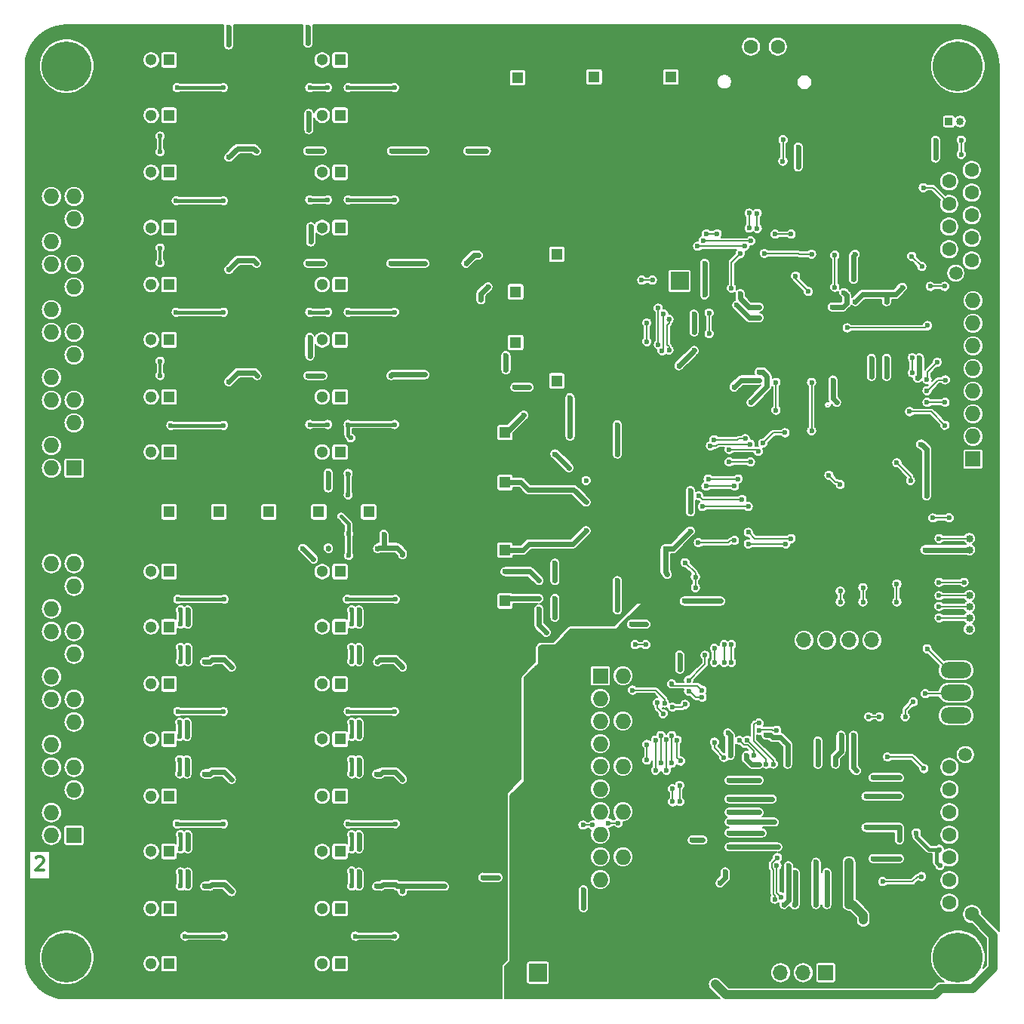
<source format=gbl>
G04 #@! TF.GenerationSoftware,KiCad,Pcbnew,(5.1.0-0)*
G04 #@! TF.CreationDate,2019-11-04T21:02:19+01:00*
G04 #@! TF.ProjectId,freeDSP-aurora,66726565-4453-4502-9d61-75726f72612e,rev?*
G04 #@! TF.SameCoordinates,Original*
G04 #@! TF.FileFunction,Copper,L2,Bot*
G04 #@! TF.FilePolarity,Positive*
%FSLAX46Y46*%
G04 Gerber Fmt 4.6, Leading zero omitted, Abs format (unit mm)*
G04 Created by KiCad (PCBNEW (5.1.0-0)) date 2019-11-04 21:02:19*
%MOMM*%
%LPD*%
G04 APERTURE LIST*
%ADD10C,0.300000*%
%ADD11R,1.300000X1.300000*%
%ADD12C,1.300000*%
%ADD13O,3.500120X1.800860*%
%ADD14R,0.850000X0.850000*%
%ADD15C,0.850000*%
%ADD16C,1.600000*%
%ADD17C,1.500000*%
%ADD18R,1.727200X1.727200*%
%ADD19O,1.727200X1.727200*%
%ADD20R,2.032000X2.032000*%
%ADD21O,2.032000X2.032000*%
%ADD22C,5.600000*%
%ADD23R,1.700000X1.700000*%
%ADD24O,1.700000X1.700000*%
%ADD25C,0.600000*%
%ADD26C,0.200000*%
%ADD27C,0.600000*%
%ADD28C,1.000000*%
%ADD29C,0.152400*%
%ADD30C,0.400000*%
G04 APERTURE END LIST*
D10*
X91571428Y-138821428D02*
X91642857Y-138750000D01*
X91785714Y-138678571D01*
X92142857Y-138678571D01*
X92285714Y-138750000D01*
X92357142Y-138821428D01*
X92428571Y-138964285D01*
X92428571Y-139107142D01*
X92357142Y-139321428D01*
X91500000Y-140178571D01*
X92428571Y-140178571D01*
D11*
X125700000Y-87100000D03*
D12*
X123700000Y-87100000D03*
D11*
X106500000Y-87100000D03*
D12*
X104500000Y-87100000D03*
D11*
X150000000Y-71100000D03*
D12*
X148000000Y-71100000D03*
D11*
X125700000Y-93300000D03*
D12*
X123700000Y-93300000D03*
D11*
X106500000Y-93300000D03*
D12*
X104500000Y-93300000D03*
D11*
X145400000Y-75300000D03*
D12*
X143400000Y-75300000D03*
D11*
X125700000Y-74500000D03*
D12*
X123700000Y-74500000D03*
D11*
X106500000Y-74500000D03*
D12*
X104500000Y-74500000D03*
D11*
X125700000Y-80700000D03*
D12*
X123700000Y-80700000D03*
D11*
X106500000Y-80700000D03*
D12*
X104500000Y-80700000D03*
D11*
X145400000Y-81000000D03*
D12*
X143400000Y-81000000D03*
D11*
X125700000Y-61900000D03*
D12*
X123700000Y-61900000D03*
D11*
X106500000Y-61900000D03*
D12*
X104500000Y-61900000D03*
D11*
X150000000Y-85300000D03*
D12*
X148000000Y-85300000D03*
D11*
X125700000Y-68100000D03*
D12*
X123700000Y-68100000D03*
D11*
X106500000Y-68100000D03*
D12*
X104500000Y-68100000D03*
D11*
X106500000Y-49300000D03*
D12*
X104500000Y-49300000D03*
D11*
X125700000Y-49300000D03*
D12*
X123700000Y-49300000D03*
D11*
X106500000Y-55500000D03*
D12*
X104500000Y-55500000D03*
D11*
X125700000Y-55500000D03*
D12*
X123700000Y-55500000D03*
D11*
X144200000Y-110000000D03*
D12*
X144200000Y-108000000D03*
D11*
X144200000Y-104300000D03*
D12*
X144200000Y-102300000D03*
D11*
X144200000Y-96700000D03*
D12*
X144200000Y-98700000D03*
D11*
X144200000Y-91100000D03*
D12*
X144200000Y-93100000D03*
X154200000Y-47700000D03*
D11*
X154200000Y-51200000D03*
D12*
X162800000Y-47700000D03*
D11*
X162800000Y-51200000D03*
D12*
X145600000Y-47800000D03*
D11*
X145600000Y-51300000D03*
D13*
X194800000Y-125400000D03*
X194800000Y-122860000D03*
X194800000Y-120320000D03*
X194800000Y-117780000D03*
D14*
X196300000Y-105500000D03*
D15*
X196300000Y-104250000D03*
X196300000Y-103000000D03*
D14*
X196300000Y-114400000D03*
D15*
X196300000Y-113150000D03*
X196300000Y-111900000D03*
X196300000Y-110650000D03*
X196300000Y-109400000D03*
D16*
X194060000Y-128630000D03*
X196600000Y-129900000D03*
X194060000Y-131170000D03*
X196600000Y-132440000D03*
X194060000Y-133710000D03*
X196600000Y-134980000D03*
X194060000Y-136250000D03*
X196600000Y-137520000D03*
X194060000Y-138790000D03*
X196600000Y-140060000D03*
X194060000Y-141330000D03*
X196600000Y-142600000D03*
X194060000Y-143870000D03*
X196600000Y-145140000D03*
D17*
X195860000Y-127230000D03*
D16*
X171800000Y-47800000D03*
X174800000Y-47800000D03*
X171800000Y-50800000D03*
X174800000Y-50800000D03*
D18*
X196700000Y-94080000D03*
D19*
X194160000Y-94080000D03*
X196700000Y-91540000D03*
X194160000Y-91540000D03*
X196700000Y-89000000D03*
X194160000Y-89000000D03*
X196700000Y-86460000D03*
X194160000Y-86460000D03*
X196700000Y-83920000D03*
X194160000Y-83920000D03*
X196700000Y-81380000D03*
X194160000Y-81380000D03*
X196700000Y-78840000D03*
X194160000Y-78840000D03*
X196700000Y-76300000D03*
X194160000Y-76300000D03*
D20*
X163800000Y-74100000D03*
D21*
X163800000Y-71560000D03*
D18*
X154900000Y-118400000D03*
D19*
X157440000Y-118400000D03*
X154900000Y-120940000D03*
X157440000Y-120940000D03*
X154900000Y-123480000D03*
X157440000Y-123480000D03*
X154900000Y-126020000D03*
X157440000Y-126020000D03*
X154900000Y-128560000D03*
X157440000Y-128560000D03*
X154900000Y-131100000D03*
X157440000Y-131100000D03*
X154900000Y-133640000D03*
X157440000Y-133640000D03*
X154900000Y-136180000D03*
X157440000Y-136180000D03*
X154900000Y-138720000D03*
X157440000Y-138720000D03*
X154900000Y-141260000D03*
X157440000Y-141260000D03*
D11*
X125700000Y-150700000D03*
D12*
X123700000Y-150700000D03*
D11*
X106500000Y-150700000D03*
D12*
X104500000Y-150700000D03*
D11*
X125700000Y-144500000D03*
D12*
X123700000Y-144500000D03*
D11*
X106500000Y-144500000D03*
D12*
X104500000Y-144500000D03*
D11*
X125700000Y-138100000D03*
D12*
X123700000Y-138100000D03*
D11*
X106500000Y-138100000D03*
D12*
X104500000Y-138100000D03*
D11*
X125700000Y-131900000D03*
D12*
X123700000Y-131900000D03*
D11*
X106500000Y-131900000D03*
D12*
X104500000Y-131900000D03*
D11*
X125700000Y-125500000D03*
D12*
X123700000Y-125500000D03*
D11*
X106500000Y-125500000D03*
D12*
X104500000Y-125500000D03*
D11*
X125700000Y-119300000D03*
D12*
X123700000Y-119300000D03*
D11*
X106500000Y-119300000D03*
D12*
X104500000Y-119300000D03*
D11*
X125700000Y-112900000D03*
D12*
X123700000Y-112900000D03*
D11*
X106500000Y-112900000D03*
D12*
X104500000Y-112900000D03*
D11*
X125700000Y-106700000D03*
D12*
X123700000Y-106700000D03*
D11*
X106500000Y-106700000D03*
D12*
X104500000Y-106700000D03*
D16*
X196570000Y-71815000D03*
X194030000Y-70545000D03*
X196570000Y-69275000D03*
X194030000Y-68005000D03*
X196570000Y-66735000D03*
X194030000Y-65465000D03*
X196570000Y-64195000D03*
X194030000Y-62925000D03*
X196570000Y-61655000D03*
X194030000Y-60385000D03*
D17*
X194770000Y-73215000D03*
D22*
X95000000Y-150000000D03*
X195000000Y-150000000D03*
X195000000Y-50000000D03*
X95000000Y-50000000D03*
D15*
X196500000Y-56200000D03*
X195250000Y-56200000D03*
D14*
X194000000Y-56200000D03*
D21*
X145360000Y-151700000D03*
D20*
X147900000Y-151700000D03*
D12*
X126900000Y-100000000D03*
D11*
X128900000Y-100000000D03*
D12*
X121300000Y-100000000D03*
D11*
X123300000Y-100000000D03*
D12*
X115700000Y-100000000D03*
D11*
X117700000Y-100000000D03*
D12*
X110100000Y-100000000D03*
D11*
X112100000Y-100000000D03*
D12*
X104500000Y-100000000D03*
D11*
X106500000Y-100000000D03*
D19*
X93310000Y-105800000D03*
X95850000Y-105800000D03*
X93310000Y-108340000D03*
X95850000Y-108340000D03*
X93310000Y-110880000D03*
X95850000Y-110880000D03*
X93310000Y-113420000D03*
X95850000Y-113420000D03*
X93310000Y-115960000D03*
X95850000Y-115960000D03*
X93310000Y-118500000D03*
X95850000Y-118500000D03*
X93310000Y-121040000D03*
X95850000Y-121040000D03*
X93310000Y-123580000D03*
X95850000Y-123580000D03*
X93310000Y-126120000D03*
X95850000Y-126120000D03*
X93310000Y-128660000D03*
X95850000Y-128660000D03*
X93310000Y-131200000D03*
X95850000Y-131200000D03*
X93310000Y-133740000D03*
X95850000Y-133740000D03*
X93310000Y-136280000D03*
D18*
X95850000Y-136280000D03*
D19*
X93310000Y-64620000D03*
X95850000Y-64620000D03*
X93310000Y-67160000D03*
X95850000Y-67160000D03*
X93310000Y-69700000D03*
X95850000Y-69700000D03*
X93310000Y-72240000D03*
X95850000Y-72240000D03*
X93310000Y-74780000D03*
X95850000Y-74780000D03*
X93310000Y-77320000D03*
X95850000Y-77320000D03*
X93310000Y-79860000D03*
X95850000Y-79860000D03*
X93310000Y-82400000D03*
X95850000Y-82400000D03*
X93310000Y-84940000D03*
X95850000Y-84940000D03*
X93310000Y-87480000D03*
X95850000Y-87480000D03*
X93310000Y-90020000D03*
X95850000Y-90020000D03*
X93310000Y-92560000D03*
X95850000Y-92560000D03*
X93310000Y-95100000D03*
D18*
X95850000Y-95100000D03*
D23*
X187900000Y-114400000D03*
D24*
X185360000Y-114400000D03*
X182820000Y-114400000D03*
X180280000Y-114400000D03*
X177740000Y-114400000D03*
X175200000Y-114400000D03*
D23*
X180180000Y-151700000D03*
D24*
X177640000Y-151700000D03*
X175100000Y-151700000D03*
X172560000Y-151700000D03*
X170020000Y-151700000D03*
D25*
X191000000Y-55600000D03*
X170400001Y-116899999D03*
X171000000Y-124500000D03*
X181030987Y-77798789D03*
X181700000Y-76199998D03*
X174700000Y-97300000D03*
X177100000Y-54100000D03*
X177100000Y-56100000D03*
X154800000Y-73400000D03*
X162900000Y-141700000D03*
X191600000Y-146800000D03*
X189000000Y-147000000D03*
X184700000Y-143800000D03*
X174200000Y-146800000D03*
X152600000Y-55600000D03*
X152600000Y-60900000D03*
X162900000Y-58600000D03*
X159000000Y-60400000D03*
X162400000Y-108800000D03*
X164400000Y-108800000D03*
X167300000Y-105100000D03*
X170600000Y-72100000D03*
X183500000Y-82400000D03*
X160400000Y-108800000D03*
X151500000Y-96500000D03*
X151500000Y-98900000D03*
X153300000Y-91500000D03*
X155000000Y-93500000D03*
X151500000Y-104500000D03*
X153300000Y-109700000D03*
X155000000Y-107700000D03*
X148000000Y-77300000D03*
X179000000Y-61400000D03*
X185200000Y-63200000D03*
X183199820Y-62969620D03*
X180100000Y-68700000D03*
X182300000Y-70300000D03*
X171850000Y-86100000D03*
X181850000Y-86100000D03*
X168100000Y-88000000D03*
X171850000Y-76100000D03*
X174066398Y-76765227D03*
X174628351Y-76759484D03*
X178100066Y-76732139D03*
X181217903Y-78849976D03*
X150000000Y-77300000D03*
X157000000Y-85800000D03*
X159000000Y-85800000D03*
X181600000Y-89600000D03*
X171800000Y-89500000D03*
X168400000Y-76800000D03*
X168100000Y-86000000D03*
X183500000Y-85200000D03*
X188800000Y-82400000D03*
X185300000Y-76400000D03*
X183500000Y-80400000D03*
X182200000Y-72100000D03*
X180100000Y-64900000D03*
X182300000Y-64900000D03*
X168600000Y-73900000D03*
X176850000Y-66295000D03*
X172600000Y-72100000D03*
X168131734Y-120750240D03*
X162000000Y-119300000D03*
X168100000Y-118200000D03*
X169600000Y-121300000D03*
X164200000Y-145000000D03*
X182290646Y-127658730D03*
X168250000Y-130100000D03*
X182000000Y-123950000D03*
X183300000Y-123950000D03*
X189550000Y-138900000D03*
X189550000Y-133600000D03*
X189550000Y-131900000D03*
X189550000Y-129800000D03*
X180100000Y-123900000D03*
X174900000Y-123700000D03*
X173500000Y-123800000D03*
X168250000Y-137600000D03*
X168250000Y-136000000D03*
X168250000Y-134800000D03*
X168250000Y-132200000D03*
X168250000Y-133700000D03*
X179100000Y-145150000D03*
X180300000Y-145150000D03*
X181500000Y-145150000D03*
X182800000Y-145150000D03*
X168250000Y-139500000D03*
X171700000Y-143300000D03*
X176700000Y-145150000D03*
X175500000Y-145150000D03*
X173800000Y-145150000D03*
X181000000Y-146800000D03*
X172600000Y-149200000D03*
X177100000Y-125600000D03*
X183500000Y-119400000D03*
X190000000Y-125200000D03*
X190000000Y-123100000D03*
X190500000Y-129200000D03*
X160285595Y-137416807D03*
X185300000Y-87200000D03*
X189550000Y-136800000D03*
X189550000Y-135400000D03*
X117000000Y-66500000D03*
X117000000Y-79100000D03*
X117005000Y-91700000D03*
X136200000Y-66500000D03*
X136200000Y-79100000D03*
X136205000Y-91700000D03*
X117005000Y-53900000D03*
X136205000Y-53900000D03*
X120900000Y-73200000D03*
X120900000Y-60700000D03*
X120900000Y-48000000D03*
X134200000Y-47600000D03*
X140100000Y-48000000D03*
X115000000Y-60200000D03*
X115000000Y-85400000D03*
X120900000Y-85900000D03*
X115000000Y-72800000D03*
X120900000Y-107200000D03*
X120900000Y-112400000D03*
X117700000Y-112500000D03*
X111700000Y-104800000D03*
X140100000Y-107200000D03*
X140100000Y-112400000D03*
X136949998Y-112500000D03*
X140100000Y-119800000D03*
X140100000Y-125000000D03*
X136949998Y-125100000D03*
X130900000Y-117400000D03*
X117749998Y-125100000D03*
X120900000Y-125000000D03*
X120900000Y-119800000D03*
X130900000Y-130000000D03*
X140100000Y-132400000D03*
X140100000Y-137600000D03*
X136949998Y-137700000D03*
X120900000Y-137600000D03*
X120900000Y-132400000D03*
X111700000Y-130000000D03*
X117749998Y-137700000D03*
X111700000Y-142600000D03*
X120900000Y-145000000D03*
X120900000Y-150200000D03*
X117749998Y-150300000D03*
X140100000Y-145000000D03*
X130900000Y-142600000D03*
X136949998Y-150300000D03*
X140100000Y-150200000D03*
X154800000Y-82900000D03*
X140100000Y-85800000D03*
X135100000Y-85400000D03*
X148400000Y-81300000D03*
X135086863Y-72900000D03*
X140100000Y-73200000D03*
X148400000Y-75100000D03*
X140100000Y-60600000D03*
X135086863Y-60300000D03*
X115900000Y-47600000D03*
X102700000Y-54400000D03*
X101900000Y-50900000D03*
X102700000Y-60500000D03*
X102700000Y-64500000D03*
X102700000Y-66900000D03*
X102700000Y-57900000D03*
X102700000Y-71100000D03*
X101800000Y-76000000D03*
X102700000Y-79500000D03*
X151500000Y-102100000D03*
X102700000Y-83100000D03*
X102700000Y-89800000D03*
X102700000Y-92200000D03*
X102700000Y-95600000D03*
X102700000Y-95600000D03*
X111700000Y-117400000D03*
X141800010Y-152099990D03*
X149400000Y-117200000D03*
X151400000Y-117200000D03*
X149000000Y-131000000D03*
X147114000Y-129986000D03*
X186800000Y-90600000D03*
X188800000Y-90600000D03*
X190800000Y-90600000D03*
X190700000Y-94500000D03*
X197600000Y-98000000D03*
X176730000Y-120100000D03*
X190700000Y-112900000D03*
X190200000Y-57400000D03*
X164500000Y-150800000D03*
X148400000Y-134200000D03*
X150400000Y-134200000D03*
X147100000Y-147100000D03*
X186400000Y-121100000D03*
X188700000Y-120200000D03*
X163150000Y-94850000D03*
X162500000Y-84900000D03*
X164500000Y-152800000D03*
X161900000Y-145000000D03*
X154100000Y-152300000D03*
X149600000Y-148100000D03*
X139700000Y-100800000D03*
X133465000Y-99365000D03*
X130900000Y-104800000D03*
X101800000Y-99300000D03*
X101800000Y-74600000D03*
X101800000Y-86800000D03*
X158688696Y-107609401D03*
X115743236Y-111168234D03*
X117400000Y-108900000D03*
X115729265Y-123770735D03*
X117134975Y-121034975D03*
X115743236Y-136368234D03*
X117034975Y-133734975D03*
X115729265Y-148970735D03*
X117134975Y-146234975D03*
X134955735Y-148955735D03*
X136284975Y-146284975D03*
X134943236Y-136368234D03*
X136284975Y-133684975D03*
X134955735Y-123755735D03*
X136284975Y-121084975D03*
X134943236Y-111168234D03*
X136300000Y-108500000D03*
X156606250Y-72900000D03*
X141500000Y-46375010D03*
X112700000Y-53600000D03*
X117400000Y-51100000D03*
X112700000Y-66200000D03*
X117400000Y-63700000D03*
X112700000Y-78800000D03*
X117400000Y-76300000D03*
X117400000Y-88900000D03*
X112700000Y-91400000D03*
X136600000Y-88900000D03*
X131900000Y-91400000D03*
X136600000Y-76300000D03*
X131900000Y-78800000D03*
X136600000Y-63700000D03*
X131900000Y-66200000D03*
X131900000Y-53600000D03*
X136600000Y-51100000D03*
X108000000Y-53600000D03*
X108000000Y-66200000D03*
X108000000Y-78800000D03*
X108000000Y-91400000D03*
X127200000Y-78800000D03*
X127200000Y-66200000D03*
X127200000Y-53600000D03*
X126000000Y-51700000D03*
X126000000Y-64300000D03*
X126000000Y-76900000D03*
X106700000Y-76800000D03*
X106700000Y-64200000D03*
X106800000Y-51700000D03*
X108000000Y-59500000D03*
X108000000Y-72100000D03*
X108000000Y-84700000D03*
X108000000Y-86800000D03*
X131900000Y-95200000D03*
X124700000Y-91900000D03*
X124800000Y-89300000D03*
X124700000Y-140400000D03*
X124700000Y-127800000D03*
X124700000Y-115199990D03*
X190800000Y-141700000D03*
X188400000Y-140400000D03*
X191700000Y-136700000D03*
X159400000Y-100500000D03*
X160700000Y-100500000D03*
X162000000Y-100500000D03*
X158100000Y-100500000D03*
X156800000Y-100500000D03*
X159400000Y-101800000D03*
X159400000Y-103100000D03*
X159400000Y-99200000D03*
X159400000Y-97900000D03*
X158100000Y-99200000D03*
X156800000Y-99200000D03*
X160700000Y-99200000D03*
X162000000Y-99200000D03*
X160700000Y-97900000D03*
X158100000Y-97900000D03*
X156800000Y-97900000D03*
X162000000Y-97900000D03*
X162000000Y-101800000D03*
X156800000Y-101800000D03*
X158100000Y-101800000D03*
X160700000Y-101800000D03*
X156800000Y-103100000D03*
X162000000Y-103100000D03*
X160700000Y-103100000D03*
X158100000Y-103100000D03*
X155756250Y-78156250D03*
X155756250Y-79156250D03*
X155756250Y-80156250D03*
X155756250Y-77156250D03*
X155756250Y-76156250D03*
X154756250Y-80156250D03*
X154756250Y-78156250D03*
X154756250Y-77156250D03*
X154756250Y-79156250D03*
X154756250Y-76156250D03*
X153756250Y-77156250D03*
X153756250Y-80156250D03*
X153756250Y-76156250D03*
X153756250Y-78156250D03*
X153756250Y-79156250D03*
X156756250Y-80156250D03*
X156756250Y-78156250D03*
X156756250Y-77156250D03*
X156756250Y-79156250D03*
X156756250Y-76156250D03*
X157756250Y-80156250D03*
X157756250Y-79156250D03*
X157756250Y-78156250D03*
X157756250Y-77156250D03*
X157756250Y-76156250D03*
X175850000Y-80100000D03*
X174850000Y-81100000D03*
X175850000Y-83100000D03*
X174850000Y-79100000D03*
X175850000Y-79100000D03*
X174850000Y-80100000D03*
X174850000Y-82100000D03*
X176850000Y-83100000D03*
X175850000Y-81100000D03*
X174850000Y-83100000D03*
X175850000Y-82100000D03*
X176850000Y-81100000D03*
X178850000Y-81100000D03*
X178850000Y-79100000D03*
X178850000Y-82100000D03*
X178850000Y-80100000D03*
X178850000Y-83100000D03*
X176850000Y-80100000D03*
X177850000Y-83100000D03*
X177850000Y-82100000D03*
X176850000Y-82100000D03*
X177850000Y-81100000D03*
X177850000Y-80100000D03*
X177850000Y-79100000D03*
X176850000Y-79100000D03*
X183200000Y-102000000D03*
X182200000Y-102000000D03*
X181200000Y-102000000D03*
X184200000Y-102000000D03*
X185200000Y-102000000D03*
X181200000Y-101000000D03*
X182200000Y-101000000D03*
X185200000Y-101000000D03*
X183200000Y-101000000D03*
X184200000Y-101000000D03*
X184200000Y-100000000D03*
X185200000Y-100000000D03*
X182200000Y-100000000D03*
X183200000Y-100000000D03*
X181200000Y-100000000D03*
X181200000Y-103000000D03*
X182200000Y-103000000D03*
X185200000Y-103000000D03*
X183200000Y-103000000D03*
X184200000Y-103000000D03*
X183200000Y-104000000D03*
X182200000Y-104000000D03*
X181200000Y-104000000D03*
X184200000Y-104000000D03*
X185200000Y-104000000D03*
X178900000Y-134500000D03*
X177900000Y-134500000D03*
X176900000Y-134500000D03*
X179900000Y-134500000D03*
X180900000Y-134500000D03*
X178900000Y-135500000D03*
X179900000Y-135500000D03*
X180900000Y-135500000D03*
X176900000Y-135500000D03*
X177900000Y-135500000D03*
X176900000Y-136500000D03*
X177900000Y-136500000D03*
X180900000Y-136500000D03*
X179900000Y-136500000D03*
X178900000Y-136500000D03*
X178900000Y-133500000D03*
X179900000Y-133500000D03*
X180900000Y-133500000D03*
X176900000Y-133500000D03*
X177900000Y-133500000D03*
X179900000Y-132500000D03*
X180900000Y-132500000D03*
X176900000Y-132500000D03*
X178900000Y-132500000D03*
X177900000Y-132500000D03*
X170900000Y-107300000D03*
X156800000Y-93500000D03*
X156800000Y-90200000D03*
X146300000Y-89149989D03*
X153300000Y-98900000D03*
X153300000Y-102100000D03*
X148000000Y-107700000D03*
X144200000Y-106700000D03*
X156800000Y-107700000D03*
X148000000Y-109700000D03*
X148000000Y-110900000D03*
X156800000Y-111000000D03*
X148810601Y-113510601D03*
X153300000Y-96500000D03*
X149800000Y-107700000D03*
X116372369Y-84700000D03*
X116300000Y-72100000D03*
X116316674Y-59515083D03*
X122051328Y-59500000D03*
X123701338Y-59500000D03*
X122100000Y-72100000D03*
X122300000Y-80400000D03*
X122200000Y-57100000D03*
X122190128Y-55300000D03*
X123750010Y-72100000D03*
X122400000Y-69700000D03*
X122400000Y-68000000D03*
X122100000Y-84700010D03*
X113200000Y-85400000D03*
X113200000Y-72800000D03*
X113200000Y-60200000D03*
X123750010Y-84700000D03*
X122300000Y-82500000D03*
X131400000Y-84700000D03*
X135200000Y-84600000D03*
X146900031Y-86000000D03*
X131400000Y-72100000D03*
X135200000Y-72100000D03*
X131450002Y-59500000D03*
X135200000Y-59500000D03*
X140025735Y-59500000D03*
X142098603Y-59493234D03*
X149800000Y-93500000D03*
X151360272Y-95043959D03*
X149800000Y-105749989D03*
X129902503Y-104100020D03*
X132700000Y-117400000D03*
X132700000Y-104800000D03*
X129900000Y-116800000D03*
X129800000Y-129400010D03*
X132700000Y-130000000D03*
X129800000Y-142000010D03*
X132700000Y-142600000D03*
X110500000Y-116800010D03*
X113500000Y-117400000D03*
X127800000Y-110999990D03*
X127800000Y-112600000D03*
X127800000Y-115199990D03*
X127800000Y-116800000D03*
X127800000Y-123599990D03*
X127800000Y-125200000D03*
X127800000Y-127799990D03*
X127800000Y-129400010D03*
X127800000Y-136199990D03*
X127800000Y-137800000D03*
X127800000Y-140400000D03*
X127800000Y-142000010D03*
X108600000Y-110999990D03*
X108600000Y-112600000D03*
X108600000Y-115200000D03*
X108600000Y-116800010D03*
X108500000Y-129400010D03*
X108500000Y-127800000D03*
X108500000Y-125200000D03*
X108500000Y-123600000D03*
X110500000Y-129400010D03*
X113500000Y-130000000D03*
X108600000Y-136199990D03*
X108600000Y-137800000D03*
X108600000Y-140400000D03*
X108600000Y-142000010D03*
X110500000Y-142000010D03*
X113500000Y-142600000D03*
X121500000Y-104100000D03*
X122700000Y-105300000D03*
X124369261Y-95630729D03*
X124400020Y-104100020D03*
X149800000Y-109700000D03*
X149800000Y-111800000D03*
X137400000Y-142000010D03*
X141707114Y-141007114D03*
X151500000Y-91500000D03*
X151500000Y-87150000D03*
X124369261Y-97300000D03*
X130600000Y-102500000D03*
X113200000Y-45575010D03*
X113200000Y-47600000D03*
X122092886Y-47407113D03*
X122075010Y-45575010D03*
X141202115Y-71197885D03*
X139820736Y-72099990D03*
X141489885Y-76210115D03*
X142282446Y-74739919D03*
X145300020Y-85999980D03*
X143400040Y-141000000D03*
X177100000Y-61300000D03*
X165400000Y-79800000D03*
X165400000Y-77799980D03*
X162175735Y-104124265D03*
X162400000Y-107000000D03*
X188800000Y-74800000D03*
X187000000Y-76400000D03*
X183500000Y-76400000D03*
X171800000Y-87700000D03*
X172700000Y-84300000D03*
X172700000Y-78200000D03*
X170200000Y-76800000D03*
X190500000Y-85000000D03*
X190701003Y-82700000D03*
X192500000Y-58284989D03*
X192500000Y-60300000D03*
X177100000Y-59049074D03*
X165000000Y-102150000D03*
X165000000Y-100000011D03*
X165000000Y-97600000D03*
X165000000Y-98800000D03*
X165417367Y-81882633D03*
X166600000Y-72100000D03*
X166600000Y-75649999D03*
X163699930Y-83600000D03*
X168000000Y-68800000D03*
X166799990Y-68800000D03*
X144300000Y-84050021D03*
X144300000Y-82450011D03*
X167800000Y-153000000D03*
X153000000Y-142400000D03*
X153000000Y-144400000D03*
X166349931Y-99400000D03*
X171500000Y-99400000D03*
X176300000Y-103000000D03*
X171500000Y-102300000D03*
X162600001Y-81850567D03*
X171765687Y-69600000D03*
X166451464Y-69551464D03*
X162600001Y-78400000D03*
X172500000Y-68200000D03*
X172500000Y-66500000D03*
X170800000Y-98601105D03*
X171500000Y-103600000D03*
X175700052Y-103600000D03*
X165949921Y-98200000D03*
X161802946Y-81919150D03*
X171100000Y-70200000D03*
X165800000Y-70200000D03*
X159534301Y-74000000D03*
X160734301Y-74000000D03*
X162000001Y-77800000D03*
X171600000Y-66473235D03*
X171600000Y-68165000D03*
X180900000Y-77000000D03*
X182200000Y-75400000D03*
X183487984Y-71087984D03*
X183300000Y-73900000D03*
X170600000Y-75500000D03*
X172700000Y-85200000D03*
X172700000Y-77000000D03*
X181000000Y-85200000D03*
X169900000Y-86000000D03*
X181400000Y-87700000D03*
X175378984Y-60649649D03*
X161400000Y-81228037D03*
X152950000Y-135141482D03*
X165568480Y-108500000D03*
X165560858Y-107300000D03*
X154037469Y-135141482D03*
X164400000Y-105700000D03*
X176800000Y-73550000D03*
X178225735Y-75274265D03*
X160000000Y-114900000D03*
X158800000Y-114900000D03*
X175400000Y-58249074D03*
X161391444Y-77142915D03*
X191129979Y-63628817D03*
X195700000Y-107900000D03*
X192899960Y-107900000D03*
X188160000Y-110099999D03*
X188160000Y-108099979D03*
X178600000Y-90900000D03*
X178600060Y-85467867D03*
X193560010Y-90300000D03*
X189600000Y-88750021D03*
X193560010Y-87700000D03*
X169349989Y-93000309D03*
X191550011Y-87700000D03*
X172615599Y-93215599D03*
X193600010Y-85200000D03*
X191550011Y-86400000D03*
X192700000Y-83200000D03*
X191550011Y-85159048D03*
X131800000Y-65000000D03*
X126600000Y-65000000D03*
X124300000Y-65000000D03*
X131800000Y-77600000D03*
X126600000Y-77600000D03*
X124300000Y-77600000D03*
X131800000Y-90200000D03*
X126600000Y-90200000D03*
X124300000Y-90200000D03*
X112600000Y-90300000D03*
X106700735Y-90300735D03*
X112600000Y-65100000D03*
X107300000Y-65100000D03*
X112600000Y-77600000D03*
X107300000Y-77600000D03*
X105500000Y-83100000D03*
X122300000Y-65000000D03*
X122300000Y-77600000D03*
X105500000Y-70400000D03*
X105500000Y-72050010D03*
X131800000Y-52400000D03*
X126600000Y-52400000D03*
X124300000Y-52400000D03*
X122300000Y-52400000D03*
X112600000Y-52400000D03*
X107400735Y-52400735D03*
X105500000Y-59600000D03*
X105500000Y-57849981D03*
X105500000Y-84700000D03*
X131900000Y-109800000D03*
X126500000Y-109800000D03*
X127000000Y-110999990D03*
X127000000Y-112600000D03*
X127000000Y-115199990D03*
X127000000Y-116800000D03*
X126999999Y-123599990D03*
X127000000Y-125200000D03*
X127000000Y-127800000D03*
X127000000Y-129400010D03*
X126999999Y-136199990D03*
X127000000Y-137800000D03*
X127000000Y-140300000D03*
X127000000Y-142000010D03*
X131800000Y-147600000D03*
X127400000Y-147600000D03*
X131900000Y-135000000D03*
X126600000Y-135000000D03*
X131800000Y-122400000D03*
X126600000Y-122400000D03*
X126650011Y-104900020D03*
X126600000Y-95699990D03*
X126900000Y-91700000D03*
X112700000Y-109800000D03*
X107499989Y-109800000D03*
X107799999Y-110999990D03*
X107800000Y-112600000D03*
X107800000Y-115200000D03*
X107800000Y-116800010D03*
X107699997Y-123600000D03*
X107700000Y-125200000D03*
X107700000Y-127800000D03*
X107700000Y-129400010D03*
X112600000Y-122400000D03*
X107499989Y-122400021D03*
X112600000Y-147600000D03*
X108300000Y-147600000D03*
X107799999Y-142000010D03*
X107800000Y-140400000D03*
X107800000Y-137800000D03*
X107799997Y-136199990D03*
X112600000Y-135000000D03*
X107400000Y-135000000D03*
X122299990Y-90200000D03*
X126650011Y-102449989D03*
X126600000Y-98100000D03*
X174600000Y-88600000D03*
X174599934Y-85467861D03*
X166749941Y-97100000D03*
X169949989Y-97100000D03*
X170349999Y-96300000D03*
X167000000Y-96300000D03*
X165883585Y-103445349D03*
X169949989Y-103200000D03*
X167100000Y-80000000D03*
X167100000Y-77700000D03*
X191600000Y-79100000D03*
X182600000Y-79350000D03*
X195400000Y-59900000D03*
X195400000Y-58284989D03*
X185300000Y-84800000D03*
X185300002Y-82750000D03*
X187000000Y-84800000D03*
X187000001Y-82750000D03*
X181200000Y-74800000D03*
X181200000Y-71200000D03*
X189900000Y-82700000D03*
X189900000Y-84400000D03*
X174500000Y-68835000D03*
X176300000Y-68835000D03*
X174180020Y-132200000D03*
X174400000Y-134800000D03*
X174800000Y-137600000D03*
X176000000Y-139699990D03*
X183620235Y-129025045D03*
X175900000Y-128300000D03*
X182800000Y-139346270D03*
X182800000Y-144050000D03*
X184400000Y-145800000D03*
X179100000Y-139300000D03*
X175600000Y-125800000D03*
X173500000Y-125050000D03*
X169350000Y-132200000D03*
X169350000Y-134800000D03*
X169350000Y-137600000D03*
X175500000Y-144050000D03*
X179100000Y-144050000D03*
X183300000Y-125050000D03*
X184700000Y-131900000D03*
X188450000Y-131900000D03*
X188450000Y-136800000D03*
X188450000Y-135400000D03*
X184700000Y-135400000D03*
X176760000Y-140459990D03*
X180300002Y-140459990D03*
X173040010Y-136000000D03*
X168327565Y-141627565D03*
X168900000Y-140400000D03*
X165200000Y-136800000D03*
X166400000Y-136800000D03*
X172700000Y-128300000D03*
X171300000Y-127316823D03*
X169456739Y-127316823D03*
X169200000Y-124800000D03*
X181265820Y-128300000D03*
X179300000Y-128300000D03*
X179300000Y-125700000D03*
X185500000Y-138900000D03*
X188450000Y-138900000D03*
X172700000Y-133700000D03*
X172700000Y-130100000D03*
X169350000Y-133700000D03*
X169350000Y-136000000D03*
X181900000Y-125050000D03*
X169350000Y-130100000D03*
X176700000Y-144100000D03*
X180300000Y-144050000D03*
X193000000Y-139700000D03*
X190350001Y-136020002D03*
X192910502Y-137866455D03*
X188450000Y-129800000D03*
X185500000Y-129800000D03*
X163800000Y-117650369D03*
X163800000Y-116050359D03*
X172700000Y-124500000D03*
X174676200Y-124500000D03*
X160100000Y-126100000D03*
X160100000Y-127850000D03*
X167700000Y-125843160D03*
X168738796Y-127541914D03*
X163800000Y-130707591D03*
X163800000Y-132500000D03*
X155800000Y-134900000D03*
X156900000Y-134900000D03*
X161936567Y-122650003D03*
X163000000Y-131060001D03*
X163000574Y-132524811D03*
X163900000Y-127950000D03*
X163514579Y-125612149D03*
X161299990Y-121408254D03*
X164800001Y-118900000D03*
X166650000Y-116100000D03*
X189100000Y-123000000D03*
X190016233Y-121311482D03*
X162975000Y-121900000D03*
X164400000Y-121600000D03*
X170500000Y-125642403D03*
X172100000Y-127336950D03*
X187100000Y-127500000D03*
X191200000Y-128800000D03*
X191929989Y-74700000D03*
X193529999Y-74700000D03*
X190965686Y-72465686D03*
X189834314Y-71334314D03*
X178600000Y-71100000D03*
X158499950Y-120000000D03*
X162099917Y-121450002D03*
X162900000Y-119300000D03*
X166300000Y-120000000D03*
X169600000Y-74900000D03*
X160100000Y-78800000D03*
X160100000Y-80906250D03*
X170600000Y-71000000D03*
X173300000Y-71000000D03*
X175621765Y-91121765D03*
X162900000Y-125100000D03*
X173110237Y-92296696D03*
X162900000Y-128189999D03*
X190931519Y-140910883D03*
X186580734Y-141480734D03*
X167700000Y-116900000D03*
X167700000Y-115299989D03*
X161700000Y-125100000D03*
X171150019Y-91800001D03*
X167650021Y-91900000D03*
X161699999Y-128200000D03*
X161099999Y-125600000D03*
X171700000Y-92400001D03*
X167250011Y-92592815D03*
X161099999Y-129000000D03*
X162299999Y-125571197D03*
X162299999Y-129000000D03*
X192899960Y-103000000D03*
X192899960Y-111900000D03*
X181820000Y-110100000D03*
X192886377Y-110613623D03*
X181820000Y-108899998D03*
X184360000Y-110099999D03*
X192899960Y-109400000D03*
X184360000Y-108499989D03*
X191349910Y-120400000D03*
X180540000Y-95900000D03*
X181800810Y-96941420D03*
X191560683Y-115360683D03*
X171750019Y-94400000D03*
X169349989Y-94400000D03*
X174463686Y-143455646D03*
X174768647Y-138800000D03*
X174300006Y-128300000D03*
X172700000Y-123699997D03*
X169600000Y-116900000D03*
X169600000Y-114899980D03*
X175200000Y-143200000D03*
X174700000Y-139699990D03*
X171400000Y-125610002D03*
X173500003Y-128300000D03*
X168799997Y-116900000D03*
X168799997Y-114899979D03*
X185000000Y-123000000D03*
X186200000Y-123000000D03*
X166300000Y-120800003D03*
X164800000Y-120100000D03*
X189700000Y-96499990D03*
X188160000Y-94500000D03*
X194033964Y-100666036D03*
X192199990Y-100677803D03*
X158399990Y-112600000D03*
X160000000Y-112600000D03*
X190800000Y-92400000D03*
X191492886Y-98207114D03*
X191299949Y-104250000D03*
X164300000Y-110000000D03*
X168400000Y-110000000D03*
D26*
X180404413Y-88004413D02*
X180400000Y-88000000D01*
D27*
X117075002Y-112500000D02*
X115743236Y-111168234D01*
X117700000Y-112500000D02*
X117075002Y-112500000D01*
X117058530Y-125100000D02*
X115729265Y-123770735D01*
X117749998Y-125100000D02*
X117058530Y-125100000D01*
X117075002Y-137700000D02*
X115743236Y-136368234D01*
X117749998Y-137700000D02*
X117075002Y-137700000D01*
X117058530Y-150300000D02*
X115729265Y-148970735D01*
X117749998Y-150300000D02*
X117058530Y-150300000D01*
X136300000Y-150300000D02*
X134955735Y-148955735D01*
X136949998Y-150300000D02*
X136300000Y-150300000D01*
X136275002Y-137700000D02*
X134943236Y-136368234D01*
X136949998Y-137700000D02*
X136275002Y-137700000D01*
X136300000Y-125100000D02*
X134955735Y-123755735D01*
X136949998Y-125100000D02*
X136300000Y-125100000D01*
X136275002Y-112500000D02*
X134943236Y-111168234D01*
X136949998Y-112500000D02*
X136275002Y-112500000D01*
X156106250Y-73400000D02*
X156606250Y-72900000D01*
X154800000Y-73400000D02*
X156106250Y-73400000D01*
D26*
X117005000Y-51495000D02*
X117400000Y-51100000D01*
X117005000Y-53900000D02*
X117005000Y-51495000D01*
X112999999Y-53899999D02*
X112700000Y-53600000D01*
X117005000Y-53900000D02*
X112999999Y-53899999D01*
X112999999Y-66499999D02*
X112700000Y-66200000D01*
X117005000Y-66500000D02*
X112999999Y-66499999D01*
X117005000Y-66500000D02*
X117005000Y-64095000D01*
X117005000Y-64095000D02*
X117400000Y-63700000D01*
X112999999Y-79099999D02*
X112700000Y-78800000D01*
X117005000Y-79100000D02*
X117005000Y-76695000D01*
X117005000Y-79100000D02*
X112999999Y-79099999D01*
X117005000Y-76695000D02*
X117400000Y-76300000D01*
X117005000Y-91700000D02*
X117005000Y-89295000D01*
X112999999Y-91699999D02*
X112700000Y-91400000D01*
X117005000Y-89295000D02*
X117400000Y-88900000D01*
X117005000Y-91700000D02*
X112999999Y-91699999D01*
X136205000Y-91700000D02*
X132199999Y-91699999D01*
X136205000Y-89295000D02*
X136600000Y-88900000D01*
X136205000Y-91700000D02*
X136205000Y-89295000D01*
X132199999Y-91699999D02*
X131900000Y-91400000D01*
X136205000Y-79100000D02*
X132199999Y-79099999D01*
X132199999Y-79099999D02*
X131900000Y-78800000D01*
X136205000Y-76695000D02*
X136600000Y-76300000D01*
X136205000Y-79100000D02*
X136205000Y-76695000D01*
X136205000Y-66500000D02*
X132199999Y-66499999D01*
X136205000Y-66500000D02*
X136205000Y-64095000D01*
X136205000Y-64095000D02*
X136600000Y-63700000D01*
X132199999Y-66499999D02*
X131900000Y-66200000D01*
X132199999Y-53899999D02*
X131900000Y-53600000D01*
X136205000Y-51495000D02*
X136600000Y-51100000D01*
X136205000Y-53900000D02*
X132199999Y-53899999D01*
X136205000Y-53900000D02*
X136205000Y-51495000D01*
X112700000Y-53600000D02*
X108000000Y-53600000D01*
X112700000Y-66200000D02*
X108000000Y-66200000D01*
X112700000Y-78800000D02*
X108000000Y-78800000D01*
X112700000Y-91400000D02*
X108000000Y-91400000D01*
X131900000Y-78800000D02*
X127200000Y-78800000D01*
X131900000Y-66200000D02*
X127200000Y-66200000D01*
X131900000Y-53600000D02*
X127200000Y-53600000D01*
X126000000Y-52824264D02*
X126000000Y-51700000D01*
X126775736Y-53600000D02*
X126000000Y-52824264D01*
X127200000Y-53600000D02*
X126775736Y-53600000D01*
X126000000Y-65424264D02*
X126000000Y-64300000D01*
X127200000Y-66200000D02*
X126775736Y-66200000D01*
X126775736Y-66200000D02*
X126000000Y-65424264D01*
X126000000Y-78024264D02*
X126000000Y-76900000D01*
X127200000Y-78800000D02*
X126775736Y-78800000D01*
X126775736Y-78800000D02*
X126000000Y-78024264D01*
X108000000Y-78800000D02*
X107575736Y-78800000D01*
X108000000Y-66200000D02*
X107575736Y-66200000D01*
X108000000Y-53600000D02*
X107575736Y-53600000D01*
X106800000Y-52824264D02*
X106800000Y-51700000D01*
X107575736Y-53600000D02*
X106800000Y-52824264D01*
X108000000Y-53600000D02*
X108000000Y-59500000D01*
X108000000Y-66200000D02*
X108000000Y-72100000D01*
X108000000Y-78800000D02*
X108000000Y-84700000D01*
X108000000Y-84700000D02*
X108000000Y-86800000D01*
X131900000Y-91400000D02*
X131900000Y-95200000D01*
X125100001Y-92300001D02*
X124700000Y-91900000D01*
X130999999Y-92300001D02*
X125100001Y-92300001D01*
X131900000Y-91400000D02*
X130999999Y-92300001D01*
X124999999Y-91600001D02*
X124999999Y-89499999D01*
X124999999Y-89499999D02*
X124800000Y-89300000D01*
X124700000Y-91900000D02*
X124999999Y-91600001D01*
X124550000Y-140400000D02*
X124700000Y-140400000D01*
X121750000Y-137600000D02*
X124550000Y-140400000D01*
X120900000Y-137600000D02*
X121750000Y-137600000D01*
X124550000Y-127800000D02*
X124700000Y-127800000D01*
X121750000Y-125000000D02*
X124550000Y-127800000D01*
X120900000Y-125000000D02*
X121750000Y-125000000D01*
X124549990Y-115199990D02*
X124700000Y-115199990D01*
X121750000Y-112400000D02*
X124549990Y-115199990D01*
X120900000Y-112400000D02*
X121750000Y-112400000D01*
X106700000Y-77200000D02*
X106700000Y-76800000D01*
X106700000Y-64700000D02*
X106700000Y-64200000D01*
X106700000Y-77400000D02*
X106700000Y-77924264D01*
X106987868Y-78212132D02*
X106800000Y-78024264D01*
X106700000Y-77924264D02*
X106987868Y-78212132D01*
X107575736Y-78800000D02*
X106987868Y-78212132D01*
X106700000Y-77400000D02*
X106700000Y-77200000D01*
X106700000Y-64800000D02*
X106700000Y-65324264D01*
X106700000Y-64800000D02*
X106700000Y-64700000D01*
X107037868Y-65662132D02*
X106800000Y-65424264D01*
X106700000Y-65324264D02*
X107037868Y-65662132D01*
X107575736Y-66200000D02*
X107037868Y-65662132D01*
D27*
X156800000Y-90200000D02*
X156800000Y-93500000D01*
X144400000Y-91049989D02*
X146300000Y-89149989D01*
X144400000Y-91100000D02*
X144400000Y-91049989D01*
X146000000Y-96700000D02*
X144200000Y-96700000D01*
X151900000Y-97500000D02*
X146800000Y-97500000D01*
X146800000Y-97500000D02*
X146000000Y-96700000D01*
X153300000Y-98900000D02*
X151900000Y-97500000D01*
X146900000Y-103600000D02*
X146200000Y-104300000D01*
X145650000Y-104300000D02*
X144400000Y-104300000D01*
X146200000Y-104300000D02*
X145650000Y-104300000D01*
X151800000Y-103600000D02*
X146900000Y-103600000D01*
X153300000Y-102100000D02*
X151800000Y-103600000D01*
X147000000Y-106700000D02*
X144200000Y-106700000D01*
X148000000Y-107700000D02*
X147000000Y-106700000D01*
X148000000Y-109700000D02*
X145800000Y-109700000D01*
X144500000Y-109700000D02*
X144200000Y-110000000D01*
X148000000Y-109700000D02*
X144500000Y-109700000D01*
X156800000Y-111000000D02*
X156800000Y-107700000D01*
X148000000Y-112700000D02*
X148810601Y-113510601D01*
X148000000Y-110900000D02*
X148000000Y-112700000D01*
X122051328Y-59500000D02*
X123701338Y-59500000D01*
X122200000Y-55309872D02*
X122190128Y-55300000D01*
X122200000Y-57100000D02*
X122200000Y-55309872D01*
X122100000Y-72100000D02*
X123750010Y-72100000D01*
X122400000Y-69700000D02*
X122400000Y-68000000D01*
X114199999Y-84400001D02*
X113200000Y-85400000D01*
X116072370Y-84400001D02*
X114199999Y-84400001D01*
X116372369Y-84700000D02*
X116072370Y-84400001D01*
X114199999Y-71800001D02*
X113200000Y-72800000D01*
X116000001Y-71800001D02*
X114199999Y-71800001D01*
X116300000Y-72100000D02*
X116000001Y-71800001D01*
X114184916Y-59215084D02*
X113200000Y-60200000D01*
X116016675Y-59215084D02*
X114184916Y-59215084D01*
X116316674Y-59515083D02*
X116016675Y-59215084D01*
X123750000Y-84700010D02*
X123750010Y-84700000D01*
X122100000Y-84700010D02*
X123750000Y-84700010D01*
X122300000Y-82500000D02*
X122300000Y-80400000D01*
X131500000Y-84600000D02*
X135200000Y-84600000D01*
X131400000Y-84700000D02*
X131500000Y-84600000D01*
X146900011Y-85999980D02*
X146900031Y-86000000D01*
X134600000Y-72100000D02*
X131400000Y-72100000D01*
X134600000Y-72100000D02*
X135200000Y-72100000D01*
X131450002Y-59500000D02*
X135200000Y-59500000D01*
X140025735Y-59500000D02*
X142091837Y-59500000D01*
X149816313Y-93500000D02*
X151360272Y-95043959D01*
X149800000Y-93500000D02*
X149816313Y-93500000D01*
X149800000Y-107700000D02*
X149800000Y-105749989D01*
X130002524Y-103999999D02*
X129902503Y-104100020D01*
X132700000Y-104650000D02*
X132049999Y-103999999D01*
X132700000Y-104800000D02*
X132700000Y-104650000D01*
X131899999Y-116599999D02*
X132700000Y-117400000D01*
X130100001Y-116599999D02*
X129900000Y-116800000D01*
X131899999Y-116599999D02*
X130100001Y-116599999D01*
X130424275Y-129199999D02*
X131899999Y-129199999D01*
X131899999Y-129199999D02*
X132700000Y-130000000D01*
X130224264Y-129400010D02*
X130424275Y-129199999D01*
X129800000Y-129400010D02*
X130224264Y-129400010D01*
X130315988Y-142000010D02*
X130515999Y-141799999D01*
X129800000Y-142000010D02*
X130315988Y-142000010D01*
X130515999Y-141799999D02*
X131899999Y-141799999D01*
X111115988Y-116800010D02*
X111315999Y-116599999D01*
X110500000Y-116800010D02*
X111115988Y-116800010D01*
X111315999Y-116599999D02*
X112499991Y-116599999D01*
X112699999Y-116599999D02*
X113500000Y-117400000D01*
X112499991Y-116599999D02*
X112699999Y-116599999D01*
X127800000Y-110999990D02*
X127800000Y-112600000D01*
X127800000Y-115199990D02*
X127800000Y-116800000D01*
X127800000Y-123599990D02*
X127800000Y-125200000D01*
X127800000Y-127799990D02*
X127800000Y-129400010D01*
X127800000Y-136199990D02*
X127800000Y-137800000D01*
X127800000Y-140400000D02*
X127800000Y-142000010D01*
X108600000Y-110999990D02*
X108600000Y-112600000D01*
X108600000Y-115200000D02*
X108600000Y-116800010D01*
X108500000Y-129400010D02*
X108500000Y-127800000D01*
X108500000Y-125200000D02*
X108500000Y-123600000D01*
X112699999Y-129199999D02*
X113500000Y-130000000D01*
X111115988Y-129400010D02*
X111315999Y-129199999D01*
X111315999Y-129199999D02*
X112699999Y-129199999D01*
X110500000Y-129400010D02*
X111115988Y-129400010D01*
X108600000Y-136199990D02*
X108600000Y-137800000D01*
X108600000Y-140400000D02*
X108600000Y-142000010D01*
X111115988Y-142000010D02*
X111315999Y-141799999D01*
X110500000Y-142000010D02*
X111115988Y-142000010D01*
X112699999Y-141799999D02*
X113500000Y-142600000D01*
X111315999Y-141799999D02*
X112699999Y-141799999D01*
X121500000Y-104100000D02*
X122700000Y-105300000D01*
X124369261Y-104069261D02*
X124400020Y-104100020D01*
X149800000Y-109700000D02*
X149800000Y-111800000D01*
X141714228Y-141000000D02*
X141707114Y-141007114D01*
X132100010Y-142000010D02*
X131899999Y-141799999D01*
X137400000Y-142000010D02*
X133700010Y-142000010D01*
X133700010Y-142000010D02*
X133299990Y-142000010D01*
X132699990Y-142000010D02*
X132100010Y-142000010D01*
X133700010Y-142000010D02*
X132699990Y-142000010D01*
X132700000Y-142000020D02*
X132699990Y-142000010D01*
X132700000Y-142600000D02*
X132700000Y-142000020D01*
X151500000Y-91500000D02*
X151500000Y-87150000D01*
X124369261Y-97300000D02*
X124369261Y-95630729D01*
X130600000Y-103900000D02*
X130500001Y-103999999D01*
X130500001Y-103999999D02*
X130002524Y-103999999D01*
X130600000Y-102500000D02*
X130600000Y-103900000D01*
X132049999Y-103999999D02*
X130500001Y-103999999D01*
X113200000Y-45575010D02*
X113200000Y-47600000D01*
X122092886Y-45592886D02*
X122075010Y-45575010D01*
X122092886Y-47407113D02*
X122092886Y-45592886D01*
X140722841Y-71197885D02*
X139820736Y-72099990D01*
X141202115Y-71197885D02*
X140722841Y-71197885D01*
X141489885Y-75532480D02*
X142282446Y-74739919D01*
X141489885Y-76210115D02*
X141489885Y-75532480D01*
X145300020Y-85999980D02*
X146900011Y-85999980D01*
X143392926Y-141007114D02*
X143400040Y-141000000D01*
X141707114Y-141007114D02*
X143392926Y-141007114D01*
X162175735Y-104124265D02*
X162175735Y-106775735D01*
X162175735Y-106775735D02*
X162400000Y-107000000D01*
X162599999Y-104124265D02*
X162175735Y-104124265D01*
X165400000Y-77799980D02*
X165400000Y-79800000D01*
X172700000Y-78200000D02*
X171600000Y-78200000D01*
X171600000Y-78200000D02*
X170200000Y-76800000D01*
X184915519Y-75598999D02*
X187100000Y-75598999D01*
X187000000Y-76400000D02*
X187000000Y-75698999D01*
X187100000Y-75598999D02*
X188001001Y-75598999D01*
X187000000Y-75698999D02*
X187100000Y-75598999D01*
X183500000Y-76400000D02*
X184300000Y-75600000D01*
X184300000Y-75600000D02*
X184914518Y-75600000D01*
X184914518Y-75600000D02*
X184915519Y-75598999D01*
X188001001Y-75598999D02*
X188800000Y-74800000D01*
X173600000Y-84775736D02*
X173600000Y-85400000D01*
X171800000Y-87700000D02*
X173600000Y-85900000D01*
X173600000Y-85900000D02*
X173600000Y-85400000D01*
X172700000Y-84300000D02*
X173124264Y-84300000D01*
X173124264Y-84300000D02*
X173600000Y-84775736D01*
X190500000Y-85000000D02*
X190701003Y-84798997D01*
X190701003Y-84798997D02*
X190701003Y-82700000D01*
X192500000Y-58284989D02*
X192500000Y-60300000D01*
X177100000Y-61300000D02*
X177100000Y-59049074D01*
X163025735Y-104124265D02*
X162175735Y-104124265D01*
X165000000Y-102150000D02*
X163025735Y-104124265D01*
X165000000Y-98800000D02*
X165000000Y-97600000D01*
X165000000Y-100000011D02*
X165000000Y-98800000D01*
X166600000Y-72100000D02*
X166600000Y-75600000D01*
X165417297Y-81882633D02*
X163699930Y-83600000D01*
X165417367Y-81882633D02*
X165417297Y-81882633D01*
D26*
X166799990Y-68800000D02*
X168000000Y-68800000D01*
D27*
X144300000Y-84050021D02*
X144300000Y-82450011D01*
D28*
X199000000Y-148100000D02*
X199000000Y-147540000D01*
X167800000Y-153000000D02*
X168300000Y-153500000D01*
X168300000Y-153500000D02*
X168900000Y-154100000D01*
X199000000Y-150600000D02*
X199000000Y-147540000D01*
X199000000Y-147540000D02*
X196600000Y-145140000D01*
X199000000Y-150600000D02*
X199000000Y-148100000D01*
X199000000Y-151180002D02*
X199000000Y-150600000D01*
X199000000Y-151180002D02*
X199000000Y-147540000D01*
X169000000Y-154200000D02*
X168300000Y-153500000D01*
X196680001Y-153500001D02*
X193099999Y-153500001D01*
X192400000Y-154200000D02*
X169000000Y-154200000D01*
X193099999Y-153500001D02*
X192400000Y-154200000D01*
X199000000Y-151180002D02*
X196680001Y-153500001D01*
D27*
X196720000Y-94100000D02*
X196700000Y-94080000D01*
X153000000Y-142400000D02*
X153000000Y-144400000D01*
D26*
X166349931Y-99400000D02*
X171500000Y-99400000D01*
X172200000Y-103000000D02*
X171500000Y-102300000D01*
X176300000Y-103000000D02*
X172200000Y-103000000D01*
X162600001Y-81426303D02*
X162600001Y-81850567D01*
X162400011Y-81226313D02*
X162600001Y-81426303D01*
X162600001Y-78224264D02*
X162400011Y-78424254D01*
X166500000Y-69600000D02*
X166451464Y-69551464D01*
X162400011Y-79024254D02*
X162400011Y-79199989D01*
X162600001Y-78824264D02*
X162400011Y-79024254D01*
X162600001Y-78400000D02*
X162600001Y-78824264D01*
X162400011Y-79199989D02*
X162400011Y-81226313D01*
X171200000Y-69600000D02*
X171765687Y-69600000D01*
X171665687Y-69600000D02*
X171200000Y-69600000D01*
X171200000Y-69600000D02*
X166500000Y-69600000D01*
X172500000Y-68200000D02*
X172500000Y-66500000D01*
X170750006Y-98599997D02*
X170751114Y-98601105D01*
X171500000Y-103600000D02*
X175700052Y-103600000D01*
X165949924Y-98200003D02*
X165949921Y-98200000D01*
X166349918Y-98599997D02*
X165949921Y-98200000D01*
X166699997Y-98599997D02*
X166349918Y-98599997D01*
X166349931Y-98599997D02*
X166699997Y-98599997D01*
X166699997Y-98599997D02*
X170750006Y-98599997D01*
X171100000Y-70200000D02*
X165800000Y-70200000D01*
X159534301Y-74000000D02*
X160734301Y-74000000D01*
X162000001Y-81722095D02*
X161802946Y-81919150D01*
X162000001Y-77800000D02*
X162000001Y-81722095D01*
X171600000Y-66473235D02*
X171600000Y-68165000D01*
D27*
X181499262Y-77000000D02*
X181416200Y-77000000D01*
X181416200Y-77000000D02*
X181414988Y-76998788D01*
X181414988Y-76998788D02*
X180900000Y-76998788D01*
X182084001Y-76999999D02*
X181499262Y-77000000D01*
X181499262Y-77000000D02*
X181074998Y-77000000D01*
X182500001Y-76583999D02*
X182500001Y-75700001D01*
X182500001Y-75700001D02*
X182200000Y-75400000D01*
X181174997Y-76999999D02*
X182084001Y-76999999D01*
X182084001Y-76999999D02*
X182500001Y-76583999D01*
X183300000Y-73900000D02*
X183300000Y-71275968D01*
X183300000Y-71275968D02*
X183487984Y-71087984D01*
X172700000Y-77000000D02*
X171565998Y-77000000D01*
X171565998Y-77000000D02*
X170600000Y-76034002D01*
X170600000Y-76034002D02*
X170600000Y-75500000D01*
X172700000Y-85200000D02*
X170700000Y-85200000D01*
X181000000Y-85200000D02*
X181000000Y-87300000D01*
X181000000Y-87300000D02*
X181400000Y-87700000D01*
X170700000Y-85200000D02*
X169900000Y-86000000D01*
D26*
X165560858Y-107300000D02*
X165560858Y-106860858D01*
X165560858Y-106860858D02*
X164400000Y-105700000D01*
X165568480Y-108500000D02*
X165568480Y-107307622D01*
X165568480Y-107307622D02*
X165560858Y-107300000D01*
D29*
X154037469Y-135141482D02*
X152950000Y-135141482D01*
D26*
X165568480Y-107355222D02*
X165560858Y-107347600D01*
X175400000Y-58249084D02*
X175400000Y-58400000D01*
X175400000Y-58400000D02*
X175400000Y-60628633D01*
X175400000Y-60628633D02*
X175378984Y-60649649D01*
X178225735Y-75274265D02*
X176800000Y-73848530D01*
X176800000Y-73848530D02*
X176800000Y-73560037D01*
X160000000Y-114900000D02*
X158800000Y-114900000D01*
X161400000Y-78400000D02*
X161400000Y-81228037D01*
X161400000Y-77151471D02*
X161391444Y-77142915D01*
X161400000Y-78400000D02*
X161400000Y-77151471D01*
X194030000Y-65465000D02*
X192400000Y-63835000D01*
X191129979Y-63628817D02*
X192193817Y-63628817D01*
X192193817Y-63628817D02*
X192400000Y-63835000D01*
X192899960Y-107900000D02*
X195700000Y-107900000D01*
X188160000Y-108099979D02*
X188160000Y-110099999D01*
X178600060Y-88499940D02*
X178600060Y-90899940D01*
X178600060Y-90899940D02*
X178600000Y-90900000D01*
X178600060Y-87700000D02*
X178600060Y-88499940D01*
X178600060Y-85467867D02*
X178600060Y-87700000D01*
X178600060Y-87700000D02*
X178600000Y-87700060D01*
X178600000Y-87700060D02*
X178600000Y-88600000D01*
X178600060Y-88499940D02*
X178600000Y-88500000D01*
X192010031Y-88750021D02*
X193560010Y-90300000D01*
X189600000Y-88750021D02*
X192010031Y-88750021D01*
X169349989Y-93000309D02*
X172400001Y-93000001D01*
X169349681Y-93000001D02*
X169349989Y-93000309D01*
X193560010Y-87700000D02*
X191550011Y-87700000D01*
X172400001Y-93000001D02*
X172615599Y-93215599D01*
X193600010Y-85200000D02*
X192799998Y-85200000D01*
X192799998Y-85200000D02*
X191599998Y-86400000D01*
X192700000Y-83200000D02*
X191600000Y-84300000D01*
X191600000Y-84300000D02*
X191600000Y-85159048D01*
X126300000Y-55400000D02*
X126200000Y-55500000D01*
D30*
X131800000Y-65000000D02*
X126600000Y-65000000D01*
X124300000Y-65000000D02*
X123100000Y-65000000D01*
X131800000Y-77600000D02*
X126600000Y-77600000D01*
X124300000Y-77600000D02*
X123100000Y-77600000D01*
X131800000Y-90200000D02*
X126600000Y-90200000D01*
X124300000Y-90200000D02*
X123100000Y-90200000D01*
X106701470Y-90300000D02*
X106700735Y-90300735D01*
X112600000Y-65100000D02*
X107300000Y-65100000D01*
X112600000Y-77600000D02*
X107300000Y-77600000D01*
X123100000Y-65000000D02*
X122300000Y-65000000D01*
X123100000Y-77600000D02*
X122300000Y-77600000D01*
D10*
X105500000Y-70500000D02*
X105500000Y-70400000D01*
X105500000Y-71300000D02*
X105500000Y-70400000D01*
X105500000Y-71300000D02*
X105500000Y-72050010D01*
D30*
X131800000Y-52400000D02*
X126600000Y-52400000D01*
X124300000Y-52400000D02*
X122300000Y-52400000D01*
X107401470Y-52400000D02*
X107400735Y-52400735D01*
X112600000Y-52400000D02*
X107401470Y-52400000D01*
D10*
X105500000Y-59600000D02*
X105500000Y-57849981D01*
X105500000Y-84700000D02*
X105500000Y-83100000D01*
D30*
X131900000Y-109800000D02*
X127440121Y-109800000D01*
X127440121Y-109800000D02*
X126500000Y-109800000D01*
X127000000Y-110999990D02*
X127000000Y-112600000D01*
X127000000Y-115199990D02*
X127000000Y-116800000D01*
X126999999Y-125199999D02*
X127000000Y-125200000D01*
X126999999Y-123599990D02*
X126999999Y-125199999D01*
X127000000Y-127800000D02*
X127000000Y-129400010D01*
X126999999Y-137799999D02*
X127000000Y-137800000D01*
X126999999Y-136199990D02*
X126999999Y-137799999D01*
X127000000Y-140300000D02*
X127000000Y-142000010D01*
X131800000Y-147600000D02*
X127400000Y-147600000D01*
X131900000Y-135000000D02*
X126600000Y-135000000D01*
X131800000Y-122400000D02*
X126600000Y-122400000D01*
X126650011Y-95750001D02*
X126600000Y-95699990D01*
X126600000Y-91400000D02*
X126900000Y-91700000D01*
X126600000Y-90200000D02*
X126600000Y-91400000D01*
X112700000Y-109800000D02*
X107499989Y-109800000D01*
X107799999Y-112599999D02*
X107800000Y-112600000D01*
X107799999Y-110999990D02*
X107799999Y-112599999D01*
X107800000Y-115200000D02*
X107800000Y-116800010D01*
X107699997Y-125199997D02*
X107700000Y-125200000D01*
X107699997Y-123600000D02*
X107699997Y-125199997D01*
X107700000Y-127800000D02*
X107700000Y-129400010D01*
X107500010Y-122400000D02*
X107499989Y-122400021D01*
X112600000Y-122400000D02*
X107500010Y-122400000D01*
X112600000Y-147600000D02*
X108300000Y-147600000D01*
X107799999Y-140400001D02*
X107800000Y-140400000D01*
X107799999Y-142000010D02*
X107799999Y-140400001D01*
X107800000Y-136199993D02*
X107799997Y-136199990D01*
X107800000Y-137800000D02*
X107800000Y-136199993D01*
X112600000Y-135000000D02*
X107400000Y-135000000D01*
X123100000Y-90200000D02*
X122299990Y-90200000D01*
X107500000Y-90300000D02*
X106701470Y-90300000D01*
X112600000Y-90300000D02*
X107500000Y-90300000D01*
X126650011Y-101350011D02*
X125800000Y-100500000D01*
X126650011Y-102449989D02*
X126650011Y-101350011D01*
X126650011Y-104900020D02*
X126650011Y-102449989D01*
X126600000Y-95699990D02*
X126600000Y-98100000D01*
D26*
X174599934Y-85467861D02*
X174599934Y-88599934D01*
X174599934Y-88599934D02*
X174600000Y-88600000D01*
X166857125Y-96992816D02*
X166749941Y-97100000D01*
X166749941Y-97100000D02*
X169949989Y-97100000D01*
X170000000Y-96300000D02*
X169800000Y-96300000D01*
X169800000Y-96300000D02*
X167000000Y-96300000D01*
X170349999Y-96300000D02*
X169800000Y-96300000D01*
X169280376Y-103445349D02*
X168945349Y-103445349D01*
X169525725Y-103200000D02*
X169280376Y-103445349D01*
X169949989Y-103200000D02*
X169525725Y-103200000D01*
X165883585Y-103445349D02*
X168945349Y-103445349D01*
X167100000Y-77700000D02*
X167100000Y-80000000D01*
X182600000Y-79350000D02*
X191350000Y-79350000D01*
X191350000Y-79350000D02*
X191600000Y-79100000D01*
X195400000Y-59900000D02*
X195400000Y-58284989D01*
D27*
X185300000Y-84800000D02*
X185300000Y-82750002D01*
X185300000Y-82750002D02*
X185300002Y-82750000D01*
X187000000Y-84800000D02*
X187000000Y-82750001D01*
X187000000Y-82750001D02*
X187000001Y-82750000D01*
D26*
X181200000Y-74800000D02*
X181200000Y-71200000D01*
X189900000Y-84400000D02*
X189900000Y-82700000D01*
X176300000Y-68835000D02*
X174500000Y-68835000D01*
D27*
X173500010Y-132200000D02*
X174180020Y-132200000D01*
X173500000Y-134800000D02*
X174400000Y-134800000D01*
X173500000Y-137600000D02*
X174800000Y-137600000D01*
X175500000Y-144050000D02*
X176000000Y-143550000D01*
X176000000Y-143550000D02*
X176000000Y-139699990D01*
X173500000Y-125050000D02*
X173953394Y-125050000D01*
X173953394Y-125050000D02*
X174203395Y-125300001D01*
X173500000Y-137600000D02*
X173840020Y-137600000D01*
X183300000Y-127300000D02*
X183300000Y-128281212D01*
X183300000Y-125050000D02*
X183300000Y-127300000D01*
X183300000Y-127300000D02*
X183300000Y-128704810D01*
X183300000Y-128704810D02*
X183620235Y-129025045D01*
X183300000Y-128281212D02*
X183290606Y-128290606D01*
D28*
X182800000Y-144050000D02*
X182800000Y-139346270D01*
X183180002Y-144050000D02*
X182800000Y-144050000D01*
D27*
X169350000Y-137600000D02*
X173500000Y-137600000D01*
X169350000Y-134800000D02*
X173500000Y-134800000D01*
X179100000Y-140403271D02*
X179100000Y-139300000D01*
X179100000Y-144050000D02*
X179100000Y-140403271D01*
X169350000Y-132200000D02*
X173500010Y-132200000D01*
X188450000Y-131900000D02*
X184700000Y-131900000D01*
X174203395Y-125300001D02*
X175060201Y-125300001D01*
X175100001Y-125300001D02*
X175600000Y-125800000D01*
X175060201Y-125300001D02*
X175100001Y-125300001D01*
X175899999Y-126099999D02*
X175600000Y-125800000D01*
X175900000Y-128300000D02*
X175899999Y-126099999D01*
X188450000Y-135400000D02*
X188450000Y-136800000D01*
X188450000Y-135400000D02*
X184700000Y-135400000D01*
D28*
X184400000Y-145269998D02*
X183180002Y-144050000D01*
X184400000Y-145800000D02*
X184400000Y-145269998D01*
D27*
X176700000Y-144100000D02*
X176760000Y-144040000D01*
X176760000Y-144040000D02*
X176760000Y-140459990D01*
X180300000Y-144050000D02*
X180300000Y-140459992D01*
X180300000Y-140459992D02*
X180300002Y-140459990D01*
X172700000Y-136000000D02*
X173040010Y-136000000D01*
X168900000Y-140400000D02*
X168900000Y-141055130D01*
X168900000Y-141055130D02*
X168327565Y-141627565D01*
X165200000Y-136800000D02*
X166400000Y-136800000D01*
X171858913Y-128300000D02*
X172700000Y-128300000D01*
X171300000Y-127316823D02*
X171300000Y-127741087D01*
X171300000Y-127741087D02*
X171858913Y-128300000D01*
X171858913Y-128300000D02*
X172652400Y-128300000D01*
X169200000Y-124800000D02*
X169456739Y-125056739D01*
X169456739Y-125056739D02*
X169456739Y-127316823D01*
X181900000Y-126863380D02*
X181265820Y-127497560D01*
X181265820Y-127497560D02*
X181265820Y-127499554D01*
X181265820Y-127499554D02*
X181265820Y-128300000D01*
X179300000Y-125700000D02*
X179300000Y-128300000D01*
X181466575Y-127296805D02*
X181900000Y-126863380D01*
X188450000Y-138900000D02*
X185500000Y-138900000D01*
X169350000Y-136000000D02*
X172700000Y-136000000D01*
X169350000Y-133700000D02*
X172700000Y-133700000D01*
X169350000Y-130100000D02*
X172700000Y-130100000D01*
X181900000Y-126863380D02*
X181900000Y-125050000D01*
X194100000Y-143910000D02*
X194060000Y-143870000D01*
D30*
X190350001Y-136444266D02*
X190350001Y-136020002D01*
X191772190Y-137866455D02*
X190350001Y-136444266D01*
X192700001Y-139400001D02*
X193000000Y-139700000D01*
X192610503Y-139310503D02*
X192700001Y-139400001D01*
X192910502Y-137866455D02*
X192610503Y-138166454D01*
X192610503Y-137910503D02*
X192566455Y-137866455D01*
X192610503Y-138589497D02*
X192610503Y-137910503D01*
X192566455Y-137866455D02*
X191772190Y-137866455D01*
X192910502Y-137866455D02*
X192566455Y-137866455D01*
X192610503Y-138166454D02*
X192610503Y-138589497D01*
X192610503Y-138589497D02*
X192610503Y-139310503D01*
D27*
X188450000Y-129800000D02*
X185500000Y-129800000D01*
X163800000Y-117650369D02*
X163800000Y-116050359D01*
D26*
X172750010Y-124449990D02*
X172700000Y-124500000D01*
X174201926Y-124449990D02*
X172750010Y-124449990D01*
X174676200Y-124500000D02*
X174251936Y-124500000D01*
X174251936Y-124500000D02*
X174201926Y-124449990D01*
D29*
X160100000Y-127850000D02*
X160100000Y-127425736D01*
X160100000Y-127425736D02*
X160100000Y-126100000D01*
D26*
X167700000Y-125843160D02*
X167700000Y-126503118D01*
X167700000Y-126503118D02*
X168738796Y-127541914D01*
D29*
X163800000Y-131107601D02*
X163800000Y-132500000D01*
X163800000Y-131107601D02*
X163800000Y-130707591D01*
X155800000Y-134900000D02*
X156900000Y-134900000D01*
X163514579Y-125612149D02*
X163514579Y-127564579D01*
X163514579Y-127564579D02*
X163900000Y-127950000D01*
D26*
X163000574Y-132524811D02*
X163000574Y-131060575D01*
X163000574Y-131060575D02*
X163000000Y-131060001D01*
X161299990Y-121408254D02*
X161299990Y-122008245D01*
X161299990Y-122008245D02*
X161900000Y-122608255D01*
X164800001Y-118900000D02*
X166300001Y-117400000D01*
X166300001Y-117400000D02*
X166600000Y-117100001D01*
X166650000Y-116100000D02*
X166650000Y-117050001D01*
X166650000Y-117050001D02*
X166300001Y-117400000D01*
X189100000Y-122227715D02*
X189100000Y-123000000D01*
X190016233Y-121311482D02*
X189100000Y-122227715D01*
X162975000Y-121900000D02*
X164100000Y-121900000D01*
X164100000Y-121900000D02*
X164400000Y-121600000D01*
X171100000Y-126170003D02*
X171450871Y-126170003D01*
X171100000Y-126170003D02*
X171027600Y-126170003D01*
X171027600Y-126170003D02*
X170500000Y-125642403D01*
X171450871Y-126170003D02*
X172100000Y-126819132D01*
X172100000Y-126819132D02*
X172100000Y-127336950D01*
X188600000Y-127500000D02*
X187100000Y-127500000D01*
X189900000Y-127500000D02*
X188600000Y-127500000D01*
X191200000Y-128800000D02*
X189900000Y-127500000D01*
X193529999Y-74700000D02*
X191929989Y-74700000D01*
X189834314Y-71334314D02*
X190965686Y-72465686D01*
X178600000Y-71100000D02*
X177200000Y-71100000D01*
X177200000Y-71100000D02*
X177100000Y-71000000D01*
X162099917Y-121450002D02*
X162099917Y-121025738D01*
X161074179Y-120000000D02*
X158499950Y-120000000D01*
X162099917Y-121025738D02*
X161074179Y-120000000D01*
X163000000Y-119500000D02*
X162800000Y-119500000D01*
X163000000Y-119500000D02*
X163000000Y-119400000D01*
X163000000Y-119400000D02*
X162900000Y-119300000D01*
X165088003Y-119500000D02*
X163000000Y-119500000D01*
X166300000Y-120000000D02*
X165800001Y-119500001D01*
X165800001Y-119500001D02*
X165088003Y-119500000D01*
X169600000Y-74900000D02*
X169600000Y-72000000D01*
X169600000Y-72000000D02*
X170600000Y-71000000D01*
X160100000Y-80906250D02*
X160100000Y-78800000D01*
X173300000Y-71000000D02*
X177100000Y-71000000D01*
X174106933Y-91300000D02*
X173110237Y-92296696D01*
X175621765Y-91121765D02*
X174285168Y-91121765D01*
X174285168Y-91121765D02*
X174106933Y-91300000D01*
X162900000Y-125100000D02*
X162900000Y-126100370D01*
X162900000Y-128189999D02*
X162900000Y-126100370D01*
X189937404Y-141480734D02*
X186580734Y-141480734D01*
X190507255Y-140910883D02*
X189937404Y-141480734D01*
X190931519Y-140910883D02*
X190507255Y-140910883D01*
X167700000Y-115299989D02*
X167700000Y-116900000D01*
X161700000Y-125100000D02*
X161700000Y-126100001D01*
X171150019Y-91800001D02*
X170391021Y-91800001D01*
X170391021Y-91800001D02*
X170291022Y-91900000D01*
X170291022Y-91900000D02*
X167650021Y-91900000D01*
X161700000Y-127775735D02*
X161700000Y-126100001D01*
X161700000Y-126100001D02*
X161699999Y-126100000D01*
X161699999Y-128200000D02*
X161700000Y-127775735D01*
X161099999Y-129000000D02*
X161099999Y-125600000D01*
X161099999Y-125600000D02*
X161099999Y-125500001D01*
X171700000Y-92400001D02*
X168038022Y-92400001D01*
X168038022Y-92400001D02*
X167845208Y-92592815D01*
X167845208Y-92592815D02*
X167250011Y-92592815D01*
X161099999Y-125500001D02*
X161100000Y-125500000D01*
X162299999Y-129000000D02*
X162299999Y-125571197D01*
X193299970Y-103000000D02*
X192899960Y-103000000D01*
X196300000Y-103000000D02*
X193299970Y-103000000D01*
X196300000Y-111900000D02*
X194300000Y-111900000D01*
X196300000Y-111900000D02*
X193679626Y-111900000D01*
X193679626Y-111900000D02*
X192899960Y-111900000D01*
X196263623Y-110713623D02*
X196300000Y-110750000D01*
X192886377Y-110613623D02*
X196263623Y-110613623D01*
X181820000Y-110100000D02*
X181820000Y-108899998D01*
X184360000Y-108499989D02*
X184360000Y-110099999D01*
X192899960Y-109400000D02*
X193400000Y-109400000D01*
X193400000Y-109400000D02*
X193307716Y-109400000D01*
X196300000Y-109400000D02*
X193400000Y-109400000D01*
X191349910Y-120400000D02*
X194780000Y-120400000D01*
X194780000Y-120400000D02*
X194800000Y-120420000D01*
X181281421Y-96641421D02*
X181270000Y-96630000D01*
X181500811Y-96641421D02*
X181281421Y-96641421D01*
X181800810Y-96941420D02*
X181500811Y-96641421D01*
X181270000Y-96630000D02*
X180540000Y-95900000D01*
X194080000Y-117880000D02*
X191610684Y-115410684D01*
X191610684Y-115410684D02*
X191560683Y-115360683D01*
X194800000Y-117880000D02*
X194080000Y-117880000D01*
X169349989Y-94400000D02*
X171750019Y-94400000D01*
X169600000Y-116900000D02*
X169600000Y-114811980D01*
X174463686Y-143455646D02*
X174463686Y-143031382D01*
X174463686Y-143031382D02*
X174339990Y-142907686D01*
X174339990Y-142907686D02*
X174339990Y-140168782D01*
X174339990Y-140168782D02*
X174139999Y-139968791D01*
X174139999Y-139968791D02*
X174139999Y-139428648D01*
X174139999Y-139428648D02*
X174768647Y-138800000D01*
X172700000Y-123699997D02*
X172275736Y-123699997D01*
X172275736Y-123699997D02*
X172099999Y-123875734D01*
X174300006Y-127875736D02*
X174300006Y-128300000D01*
X172099999Y-123875734D02*
X172099999Y-125675729D01*
X172099999Y-125675729D02*
X174300006Y-127875736D01*
X169600000Y-114811980D02*
X169600000Y-114899980D01*
X174700000Y-139699990D02*
X174700000Y-142700000D01*
X174700000Y-142700000D02*
X175200000Y-143200000D01*
X171400000Y-125610002D02*
X173500003Y-127710005D01*
X173500003Y-127710005D02*
X173500003Y-128300000D01*
X168799997Y-116900000D02*
X168799997Y-114899979D01*
D29*
X185000000Y-123000000D02*
X186200000Y-123000000D01*
D26*
X166300000Y-120800003D02*
X165600003Y-120800003D01*
X165600003Y-120800003D02*
X164800000Y-120000000D01*
X189700000Y-96040000D02*
X188160000Y-94500000D01*
X189700000Y-96499990D02*
X189700000Y-96040000D01*
X192211757Y-100666036D02*
X192199990Y-100677803D01*
X194033964Y-100666036D02*
X192211757Y-100666036D01*
D27*
X158399990Y-112600000D02*
X160000000Y-112600000D01*
X191500001Y-92950001D02*
X191500001Y-98199999D01*
X191500001Y-98199999D02*
X191492886Y-98207114D01*
X190950000Y-92400000D02*
X191500001Y-92950001D01*
X190800000Y-92400000D02*
X190950000Y-92400000D01*
X191750000Y-104250000D02*
X191299949Y-104250000D01*
X196300000Y-104250000D02*
X191750000Y-104250000D01*
X191750000Y-104250000D02*
X191349949Y-104250000D01*
X164300000Y-110000000D02*
X168400000Y-110000000D01*
D26*
G36*
X112623058Y-45399996D02*
G01*
X112617279Y-45429050D01*
X112608682Y-45457390D01*
X112605779Y-45486861D01*
X112600000Y-45515915D01*
X112600000Y-45545537D01*
X112600001Y-47540900D01*
X112600000Y-47540905D01*
X112600000Y-47659095D01*
X112605781Y-47688158D01*
X112608683Y-47717621D01*
X112617277Y-47745953D01*
X112623058Y-47775014D01*
X112634396Y-47802386D01*
X112642991Y-47830721D01*
X112656949Y-47856835D01*
X112668287Y-47884207D01*
X112684746Y-47908840D01*
X112698705Y-47934955D01*
X112717492Y-47957847D01*
X112733950Y-47982478D01*
X112754897Y-48003425D01*
X112773684Y-48026317D01*
X112796576Y-48045104D01*
X112817522Y-48066050D01*
X112842152Y-48082507D01*
X112865046Y-48101296D01*
X112891164Y-48115256D01*
X112915793Y-48131713D01*
X112943161Y-48143049D01*
X112969280Y-48157010D01*
X112997620Y-48165607D01*
X113024986Y-48176942D01*
X113054040Y-48182721D01*
X113082380Y-48191318D01*
X113111851Y-48194221D01*
X113140905Y-48200000D01*
X113170526Y-48200000D01*
X113200000Y-48202903D01*
X113229474Y-48200000D01*
X113259095Y-48200000D01*
X113288148Y-48194221D01*
X113317621Y-48191318D01*
X113345963Y-48182721D01*
X113375014Y-48176942D01*
X113402377Y-48165608D01*
X113430721Y-48157010D01*
X113456844Y-48143047D01*
X113484207Y-48131713D01*
X113508832Y-48115259D01*
X113534955Y-48101296D01*
X113557853Y-48082504D01*
X113582478Y-48066050D01*
X113603419Y-48045109D01*
X113626317Y-48026317D01*
X113645109Y-48003419D01*
X113666050Y-47982478D01*
X113682504Y-47957853D01*
X113701296Y-47934955D01*
X113715259Y-47908832D01*
X113731713Y-47884207D01*
X113743047Y-47856844D01*
X113757010Y-47830721D01*
X113765608Y-47802377D01*
X113776942Y-47775014D01*
X113782721Y-47745963D01*
X113791318Y-47717621D01*
X113794221Y-47688148D01*
X113800000Y-47659095D01*
X113800000Y-45515915D01*
X113794221Y-45486862D01*
X113791318Y-45457389D01*
X113782721Y-45429047D01*
X113776942Y-45399996D01*
X113766588Y-45375000D01*
X121508422Y-45375000D01*
X121498068Y-45399996D01*
X121492288Y-45429052D01*
X121483692Y-45457390D01*
X121480789Y-45486861D01*
X121475010Y-45515915D01*
X121475010Y-45545536D01*
X121472107Y-45575010D01*
X121475010Y-45604484D01*
X121475010Y-45634105D01*
X121480789Y-45663159D01*
X121483692Y-45692630D01*
X121492288Y-45720968D01*
X121492887Y-45723977D01*
X121492886Y-47348018D01*
X121492886Y-47466208D01*
X121498665Y-47495262D01*
X121501568Y-47524733D01*
X121510165Y-47553073D01*
X121515944Y-47582127D01*
X121527279Y-47609493D01*
X121535876Y-47637833D01*
X121549837Y-47663952D01*
X121561173Y-47691320D01*
X121577630Y-47715949D01*
X121591590Y-47742067D01*
X121610380Y-47764962D01*
X121626836Y-47789591D01*
X121647778Y-47810533D01*
X121666569Y-47833430D01*
X121689467Y-47852222D01*
X121710408Y-47873163D01*
X121735033Y-47889617D01*
X121757931Y-47908409D01*
X121784054Y-47922372D01*
X121808679Y-47938826D01*
X121836042Y-47950160D01*
X121862165Y-47964123D01*
X121890509Y-47972721D01*
X121917872Y-47984055D01*
X121946923Y-47989834D01*
X121975265Y-47998431D01*
X122004738Y-48001334D01*
X122033791Y-48007113D01*
X122063412Y-48007113D01*
X122092886Y-48010016D01*
X122122360Y-48007113D01*
X122151981Y-48007113D01*
X122181035Y-48001334D01*
X122210506Y-47998431D01*
X122238846Y-47989834D01*
X122267900Y-47984055D01*
X122295266Y-47972720D01*
X122323606Y-47964123D01*
X122349725Y-47950162D01*
X122377093Y-47938826D01*
X122401722Y-47922369D01*
X122427840Y-47908409D01*
X122450735Y-47889619D01*
X122475364Y-47873163D01*
X122496306Y-47852221D01*
X122519203Y-47833430D01*
X122537995Y-47810532D01*
X122558936Y-47789591D01*
X122575390Y-47764966D01*
X122594182Y-47742068D01*
X122608145Y-47715945D01*
X122624372Y-47691659D01*
X170700000Y-47691659D01*
X170700000Y-47908341D01*
X170742273Y-48120858D01*
X170825193Y-48321045D01*
X170945575Y-48501209D01*
X171098791Y-48654425D01*
X171278955Y-48774807D01*
X171479142Y-48857727D01*
X171691659Y-48900000D01*
X171908341Y-48900000D01*
X172120858Y-48857727D01*
X172321045Y-48774807D01*
X172501209Y-48654425D01*
X172654425Y-48501209D01*
X172774807Y-48321045D01*
X172857727Y-48120858D01*
X172900000Y-47908341D01*
X172900000Y-47691659D01*
X173700000Y-47691659D01*
X173700000Y-47908341D01*
X173742273Y-48120858D01*
X173825193Y-48321045D01*
X173945575Y-48501209D01*
X174098791Y-48654425D01*
X174278955Y-48774807D01*
X174479142Y-48857727D01*
X174691659Y-48900000D01*
X174908341Y-48900000D01*
X175120858Y-48857727D01*
X175321045Y-48774807D01*
X175501209Y-48654425D01*
X175654425Y-48501209D01*
X175774807Y-48321045D01*
X175857727Y-48120858D01*
X175900000Y-47908341D01*
X175900000Y-47691659D01*
X175857727Y-47479142D01*
X175774807Y-47278955D01*
X175654425Y-47098791D01*
X175501209Y-46945575D01*
X175321045Y-46825193D01*
X175120858Y-46742273D01*
X174908341Y-46700000D01*
X174691659Y-46700000D01*
X174479142Y-46742273D01*
X174278955Y-46825193D01*
X174098791Y-46945575D01*
X173945575Y-47098791D01*
X173825193Y-47278955D01*
X173742273Y-47479142D01*
X173700000Y-47691659D01*
X172900000Y-47691659D01*
X172857727Y-47479142D01*
X172774807Y-47278955D01*
X172654425Y-47098791D01*
X172501209Y-46945575D01*
X172321045Y-46825193D01*
X172120858Y-46742273D01*
X171908341Y-46700000D01*
X171691659Y-46700000D01*
X171479142Y-46742273D01*
X171278955Y-46825193D01*
X171098791Y-46945575D01*
X170945575Y-47098791D01*
X170825193Y-47278955D01*
X170742273Y-47479142D01*
X170700000Y-47691659D01*
X122624372Y-47691659D01*
X122624599Y-47691320D01*
X122635933Y-47663957D01*
X122649896Y-47637834D01*
X122658494Y-47609490D01*
X122669828Y-47582127D01*
X122675607Y-47553076D01*
X122684204Y-47524734D01*
X122687107Y-47495261D01*
X122692886Y-47466208D01*
X122692886Y-45622351D01*
X122695788Y-45592885D01*
X122692886Y-45563419D01*
X122692886Y-45563412D01*
X122684204Y-45475265D01*
X122653789Y-45375000D01*
X194983304Y-45375000D01*
X195818752Y-45449562D01*
X196611628Y-45666468D01*
X197353558Y-46020351D01*
X198021098Y-46500027D01*
X198593140Y-47090329D01*
X199051613Y-47772609D01*
X199382016Y-48525289D01*
X199574603Y-49327470D01*
X199625000Y-50013751D01*
X199625001Y-147040520D01*
X199593470Y-147002099D01*
X199593469Y-147002098D01*
X199568422Y-146971578D01*
X199537902Y-146946531D01*
X197700000Y-145108630D01*
X197700000Y-145031659D01*
X197657727Y-144819142D01*
X197574807Y-144618955D01*
X197454425Y-144438791D01*
X197301209Y-144285575D01*
X197121045Y-144165193D01*
X196920858Y-144082273D01*
X196708341Y-144040000D01*
X196491659Y-144040000D01*
X196279142Y-144082273D01*
X196078955Y-144165193D01*
X195898791Y-144285575D01*
X195745575Y-144438791D01*
X195625193Y-144618955D01*
X195542273Y-144819142D01*
X195500000Y-145031659D01*
X195500000Y-145248341D01*
X195542273Y-145460858D01*
X195625193Y-145661045D01*
X195745575Y-145841209D01*
X195898791Y-145994425D01*
X196078955Y-146114807D01*
X196279142Y-146197727D01*
X196491659Y-146240000D01*
X196568630Y-146240000D01*
X198200000Y-147871371D01*
X198200000Y-148139292D01*
X198200001Y-148139300D01*
X198200001Y-149095763D01*
X198200000Y-150560705D01*
X198200000Y-150848631D01*
X197865240Y-151183392D01*
X197980869Y-150904237D01*
X198100000Y-150305323D01*
X198100000Y-149694677D01*
X197980869Y-149095763D01*
X197747185Y-148531599D01*
X197407928Y-148023865D01*
X196976135Y-147592072D01*
X196468401Y-147252815D01*
X195904237Y-147019131D01*
X195305323Y-146900000D01*
X194694677Y-146900000D01*
X194095763Y-147019131D01*
X193531599Y-147252815D01*
X193023865Y-147592072D01*
X192592072Y-148023865D01*
X192252815Y-148531599D01*
X192019131Y-149095763D01*
X191900000Y-149694677D01*
X191900000Y-150305323D01*
X192019131Y-150904237D01*
X192252815Y-151468401D01*
X192592072Y-151976135D01*
X193023865Y-152407928D01*
X193460983Y-152700001D01*
X193139289Y-152700001D01*
X193099998Y-152696131D01*
X193060707Y-152700001D01*
X193060706Y-152700001D01*
X192943172Y-152711577D01*
X192825617Y-152747237D01*
X192792371Y-152757322D01*
X192653392Y-152831608D01*
X192567054Y-152902464D01*
X192531577Y-152931579D01*
X192506530Y-152962099D01*
X192068630Y-153400000D01*
X169331371Y-153400000D01*
X169215578Y-153284207D01*
X168837901Y-152906531D01*
X168837896Y-152906527D01*
X168337901Y-152406531D01*
X168246606Y-152331607D01*
X168107627Y-152257321D01*
X167956827Y-152211577D01*
X167800000Y-152196130D01*
X167643173Y-152211577D01*
X167492373Y-152257321D01*
X167353394Y-152331607D01*
X167231579Y-152431579D01*
X167131607Y-152553394D01*
X167057321Y-152692373D01*
X167011577Y-152843173D01*
X166996130Y-153000000D01*
X167011577Y-153156827D01*
X167057321Y-153307627D01*
X167131607Y-153446606D01*
X167206531Y-153537901D01*
X167706527Y-154037896D01*
X167706531Y-154037901D01*
X168083499Y-154414869D01*
X168293629Y-154625000D01*
X144200000Y-154625000D01*
X144200000Y-151041422D01*
X144557422Y-150684000D01*
X146582549Y-150684000D01*
X146582549Y-152716000D01*
X146588341Y-152774810D01*
X146605496Y-152831360D01*
X146633353Y-152883477D01*
X146670842Y-152929158D01*
X146716523Y-152966647D01*
X146768640Y-152994504D01*
X146825190Y-153011659D01*
X146884000Y-153017451D01*
X148916000Y-153017451D01*
X148974810Y-153011659D01*
X149031360Y-152994504D01*
X149083477Y-152966647D01*
X149129158Y-152929158D01*
X149166647Y-152883477D01*
X149194504Y-152831360D01*
X149211659Y-152774810D01*
X149217451Y-152716000D01*
X149217451Y-151700000D01*
X173944436Y-151700000D01*
X173966640Y-151925439D01*
X174032398Y-152142215D01*
X174139184Y-152341997D01*
X174282893Y-152517107D01*
X174458003Y-152660816D01*
X174657785Y-152767602D01*
X174874561Y-152833360D01*
X175043508Y-152850000D01*
X175156492Y-152850000D01*
X175325439Y-152833360D01*
X175542215Y-152767602D01*
X175741997Y-152660816D01*
X175917107Y-152517107D01*
X176060816Y-152341997D01*
X176167602Y-152142215D01*
X176233360Y-151925439D01*
X176255564Y-151700000D01*
X176484436Y-151700000D01*
X176506640Y-151925439D01*
X176572398Y-152142215D01*
X176679184Y-152341997D01*
X176822893Y-152517107D01*
X176998003Y-152660816D01*
X177197785Y-152767602D01*
X177414561Y-152833360D01*
X177583508Y-152850000D01*
X177696492Y-152850000D01*
X177865439Y-152833360D01*
X178082215Y-152767602D01*
X178281997Y-152660816D01*
X178457107Y-152517107D01*
X178600816Y-152341997D01*
X178707602Y-152142215D01*
X178773360Y-151925439D01*
X178795564Y-151700000D01*
X178773360Y-151474561D01*
X178707602Y-151257785D01*
X178600816Y-151058003D01*
X178457107Y-150882893D01*
X178417027Y-150850000D01*
X179028549Y-150850000D01*
X179028549Y-152550000D01*
X179034341Y-152608810D01*
X179051496Y-152665360D01*
X179079353Y-152717477D01*
X179116842Y-152763158D01*
X179162523Y-152800647D01*
X179214640Y-152828504D01*
X179271190Y-152845659D01*
X179330000Y-152851451D01*
X181030000Y-152851451D01*
X181088810Y-152845659D01*
X181145360Y-152828504D01*
X181197477Y-152800647D01*
X181243158Y-152763158D01*
X181280647Y-152717477D01*
X181308504Y-152665360D01*
X181325659Y-152608810D01*
X181331451Y-152550000D01*
X181331451Y-150850000D01*
X181325659Y-150791190D01*
X181308504Y-150734640D01*
X181280647Y-150682523D01*
X181243158Y-150636842D01*
X181197477Y-150599353D01*
X181145360Y-150571496D01*
X181088810Y-150554341D01*
X181030000Y-150548549D01*
X179330000Y-150548549D01*
X179271190Y-150554341D01*
X179214640Y-150571496D01*
X179162523Y-150599353D01*
X179116842Y-150636842D01*
X179079353Y-150682523D01*
X179051496Y-150734640D01*
X179034341Y-150791190D01*
X179028549Y-150850000D01*
X178417027Y-150850000D01*
X178281997Y-150739184D01*
X178082215Y-150632398D01*
X177865439Y-150566640D01*
X177696492Y-150550000D01*
X177583508Y-150550000D01*
X177414561Y-150566640D01*
X177197785Y-150632398D01*
X176998003Y-150739184D01*
X176822893Y-150882893D01*
X176679184Y-151058003D01*
X176572398Y-151257785D01*
X176506640Y-151474561D01*
X176484436Y-151700000D01*
X176255564Y-151700000D01*
X176233360Y-151474561D01*
X176167602Y-151257785D01*
X176060816Y-151058003D01*
X175917107Y-150882893D01*
X175741997Y-150739184D01*
X175542215Y-150632398D01*
X175325439Y-150566640D01*
X175156492Y-150550000D01*
X175043508Y-150550000D01*
X174874561Y-150566640D01*
X174657785Y-150632398D01*
X174458003Y-150739184D01*
X174282893Y-150882893D01*
X174139184Y-151058003D01*
X174032398Y-151257785D01*
X173966640Y-151474561D01*
X173944436Y-151700000D01*
X149217451Y-151700000D01*
X149217451Y-150684000D01*
X149211659Y-150625190D01*
X149194504Y-150568640D01*
X149166647Y-150516523D01*
X149129158Y-150470842D01*
X149083477Y-150433353D01*
X149031360Y-150405496D01*
X148974810Y-150388341D01*
X148916000Y-150382549D01*
X146884000Y-150382549D01*
X146825190Y-150388341D01*
X146768640Y-150405496D01*
X146716523Y-150433353D01*
X146670842Y-150470842D01*
X146633353Y-150516523D01*
X146605496Y-150568640D01*
X146588341Y-150625190D01*
X146582549Y-150684000D01*
X144557422Y-150684000D01*
X144770711Y-150470711D01*
X144783147Y-150455557D01*
X144792388Y-150438268D01*
X144798079Y-150419509D01*
X144800000Y-150400000D01*
X144800000Y-142340905D01*
X152400000Y-142340905D01*
X152400000Y-142370527D01*
X152400001Y-144340900D01*
X152400000Y-144340905D01*
X152400000Y-144459095D01*
X152405781Y-144488158D01*
X152408683Y-144517621D01*
X152417277Y-144545953D01*
X152423058Y-144575014D01*
X152434396Y-144602386D01*
X152442991Y-144630721D01*
X152456949Y-144656835D01*
X152468287Y-144684207D01*
X152484746Y-144708840D01*
X152498705Y-144734955D01*
X152517492Y-144757847D01*
X152533950Y-144782478D01*
X152554897Y-144803425D01*
X152573684Y-144826317D01*
X152596576Y-144845104D01*
X152617522Y-144866050D01*
X152642152Y-144882507D01*
X152665046Y-144901296D01*
X152691164Y-144915256D01*
X152715793Y-144931713D01*
X152743161Y-144943049D01*
X152769280Y-144957010D01*
X152797620Y-144965607D01*
X152824986Y-144976942D01*
X152854040Y-144982721D01*
X152882380Y-144991318D01*
X152911851Y-144994221D01*
X152940905Y-145000000D01*
X152970526Y-145000000D01*
X153000000Y-145002903D01*
X153029474Y-145000000D01*
X153059095Y-145000000D01*
X153088148Y-144994221D01*
X153117621Y-144991318D01*
X153145963Y-144982721D01*
X153175014Y-144976942D01*
X153202377Y-144965608D01*
X153230721Y-144957010D01*
X153256844Y-144943047D01*
X153284207Y-144931713D01*
X153308832Y-144915259D01*
X153334955Y-144901296D01*
X153357853Y-144882504D01*
X153382478Y-144866050D01*
X153403419Y-144845109D01*
X153426317Y-144826317D01*
X153445109Y-144803419D01*
X153466050Y-144782478D01*
X153482504Y-144757853D01*
X153501296Y-144734955D01*
X153515259Y-144708832D01*
X153531713Y-144684207D01*
X153543047Y-144656844D01*
X153557010Y-144630721D01*
X153565608Y-144602377D01*
X153576942Y-144575014D01*
X153582721Y-144545963D01*
X153591318Y-144517621D01*
X153594221Y-144488148D01*
X153600000Y-144459095D01*
X153600000Y-142340905D01*
X153594221Y-142311852D01*
X153591318Y-142282379D01*
X153582721Y-142254037D01*
X153576942Y-142224986D01*
X153565608Y-142197623D01*
X153557010Y-142169279D01*
X153543047Y-142143156D01*
X153531713Y-142115793D01*
X153515259Y-142091168D01*
X153501296Y-142065045D01*
X153482504Y-142042147D01*
X153466050Y-142017522D01*
X153445109Y-141996581D01*
X153426317Y-141973683D01*
X153403420Y-141954892D01*
X153382478Y-141933950D01*
X153357849Y-141917494D01*
X153334954Y-141898704D01*
X153308836Y-141884744D01*
X153284207Y-141868287D01*
X153256839Y-141856951D01*
X153230720Y-141842990D01*
X153202380Y-141834393D01*
X153175014Y-141823058D01*
X153145960Y-141817279D01*
X153117620Y-141808682D01*
X153088149Y-141805779D01*
X153059095Y-141800000D01*
X153029474Y-141800000D01*
X153000000Y-141797097D01*
X152970526Y-141800000D01*
X152940905Y-141800000D01*
X152911852Y-141805779D01*
X152882379Y-141808682D01*
X152854037Y-141817279D01*
X152824986Y-141823058D01*
X152797623Y-141834392D01*
X152769279Y-141842990D01*
X152743156Y-141856953D01*
X152715793Y-141868287D01*
X152691168Y-141884741D01*
X152665045Y-141898704D01*
X152642147Y-141917496D01*
X152617522Y-141933950D01*
X152596581Y-141954891D01*
X152573683Y-141973683D01*
X152554892Y-141996580D01*
X152533950Y-142017522D01*
X152517494Y-142042151D01*
X152498704Y-142065046D01*
X152484744Y-142091164D01*
X152468287Y-142115793D01*
X152456951Y-142143161D01*
X152442990Y-142169280D01*
X152434393Y-142197620D01*
X152423058Y-142224986D01*
X152417279Y-142254040D01*
X152408682Y-142282380D01*
X152405779Y-142311851D01*
X152400000Y-142340905D01*
X144800000Y-142340905D01*
X144800000Y-141260000D01*
X153730770Y-141260000D01*
X153753236Y-141488105D01*
X153819772Y-141707445D01*
X153927821Y-141909589D01*
X154073230Y-142086770D01*
X154250411Y-142232179D01*
X154452555Y-142340228D01*
X154671895Y-142406764D01*
X154842837Y-142423600D01*
X154957163Y-142423600D01*
X155128105Y-142406764D01*
X155347445Y-142340228D01*
X155549589Y-142232179D01*
X155726770Y-142086770D01*
X155872179Y-141909589D01*
X155980228Y-141707445D01*
X156004459Y-141627565D01*
X167724662Y-141627565D01*
X167727565Y-141657039D01*
X167727565Y-141686660D01*
X167733344Y-141715714D01*
X167736247Y-141745185D01*
X167744843Y-141773523D01*
X167750623Y-141802579D01*
X167761960Y-141829949D01*
X167770556Y-141858286D01*
X167784514Y-141884399D01*
X167795852Y-141911772D01*
X167812313Y-141936408D01*
X167826270Y-141962519D01*
X167845053Y-141985406D01*
X167861515Y-142010043D01*
X167882466Y-142030994D01*
X167901249Y-142053881D01*
X167924136Y-142072664D01*
X167945087Y-142093615D01*
X167969724Y-142110077D01*
X167992611Y-142128860D01*
X168018722Y-142142817D01*
X168043358Y-142159278D01*
X168070731Y-142170616D01*
X168096844Y-142184574D01*
X168125181Y-142193170D01*
X168152551Y-142204507D01*
X168181607Y-142210287D01*
X168209945Y-142218883D01*
X168239416Y-142221786D01*
X168268470Y-142227565D01*
X168298091Y-142227565D01*
X168327565Y-142230468D01*
X168357039Y-142227565D01*
X168386660Y-142227565D01*
X168415714Y-142221786D01*
X168445185Y-142218883D01*
X168473523Y-142210287D01*
X168502579Y-142204507D01*
X168529949Y-142193170D01*
X168558286Y-142184574D01*
X168584399Y-142170616D01*
X168611772Y-142159278D01*
X168636408Y-142142817D01*
X168662519Y-142128860D01*
X168685407Y-142110076D01*
X168710043Y-142093615D01*
X168793617Y-142010041D01*
X169303424Y-141500235D01*
X169326317Y-141481447D01*
X169401296Y-141390085D01*
X169457010Y-141285851D01*
X169484107Y-141196523D01*
X169491318Y-141172752D01*
X169502903Y-141055131D01*
X169500000Y-141025657D01*
X169500000Y-140340905D01*
X169494221Y-140311852D01*
X169491318Y-140282379D01*
X169482721Y-140254037D01*
X169476942Y-140224986D01*
X169465608Y-140197623D01*
X169457010Y-140169279D01*
X169443047Y-140143156D01*
X169431713Y-140115793D01*
X169415259Y-140091168D01*
X169401296Y-140065045D01*
X169382504Y-140042147D01*
X169366050Y-140017522D01*
X169345109Y-139996581D01*
X169326317Y-139973683D01*
X169303420Y-139954892D01*
X169282478Y-139933950D01*
X169257849Y-139917494D01*
X169234954Y-139898704D01*
X169208836Y-139884744D01*
X169184207Y-139868287D01*
X169156839Y-139856951D01*
X169130720Y-139842990D01*
X169102380Y-139834393D01*
X169075014Y-139823058D01*
X169045960Y-139817279D01*
X169017620Y-139808682D01*
X168988149Y-139805779D01*
X168959095Y-139800000D01*
X168929474Y-139800000D01*
X168900000Y-139797097D01*
X168870526Y-139800000D01*
X168840905Y-139800000D01*
X168811852Y-139805779D01*
X168782379Y-139808682D01*
X168754037Y-139817279D01*
X168724986Y-139823058D01*
X168697623Y-139834392D01*
X168669279Y-139842990D01*
X168643156Y-139856953D01*
X168615793Y-139868287D01*
X168591168Y-139884741D01*
X168565045Y-139898704D01*
X168542147Y-139917496D01*
X168517522Y-139933950D01*
X168496581Y-139954891D01*
X168473683Y-139973683D01*
X168454892Y-139996580D01*
X168433950Y-140017522D01*
X168417494Y-140042151D01*
X168398704Y-140065046D01*
X168384744Y-140091164D01*
X168368287Y-140115793D01*
X168356951Y-140143161D01*
X168342990Y-140169280D01*
X168334393Y-140197620D01*
X168323058Y-140224986D01*
X168317279Y-140254040D01*
X168308682Y-140282380D01*
X168305779Y-140311851D01*
X168300000Y-140340905D01*
X168300000Y-140806602D01*
X167861515Y-141245087D01*
X167845054Y-141269723D01*
X167826270Y-141292611D01*
X167812313Y-141318722D01*
X167795852Y-141343358D01*
X167784514Y-141370731D01*
X167770556Y-141396844D01*
X167761960Y-141425181D01*
X167750623Y-141452551D01*
X167744843Y-141481607D01*
X167736247Y-141509945D01*
X167733344Y-141539416D01*
X167727565Y-141568470D01*
X167727565Y-141598091D01*
X167724662Y-141627565D01*
X156004459Y-141627565D01*
X156046764Y-141488105D01*
X156069230Y-141260000D01*
X156046764Y-141031895D01*
X155980228Y-140812555D01*
X155872179Y-140610411D01*
X155726770Y-140433230D01*
X155549589Y-140287821D01*
X155347445Y-140179772D01*
X155128105Y-140113236D01*
X154957163Y-140096400D01*
X154842837Y-140096400D01*
X154671895Y-140113236D01*
X154452555Y-140179772D01*
X154250411Y-140287821D01*
X154073230Y-140433230D01*
X153927821Y-140610411D01*
X153819772Y-140812555D01*
X153753236Y-141031895D01*
X153730770Y-141260000D01*
X144800000Y-141260000D01*
X144800000Y-138720000D01*
X153730770Y-138720000D01*
X153753236Y-138948105D01*
X153819772Y-139167445D01*
X153927821Y-139369589D01*
X154073230Y-139546770D01*
X154250411Y-139692179D01*
X154452555Y-139800228D01*
X154671895Y-139866764D01*
X154842837Y-139883600D01*
X154957163Y-139883600D01*
X155128105Y-139866764D01*
X155347445Y-139800228D01*
X155549589Y-139692179D01*
X155726770Y-139546770D01*
X155872179Y-139369589D01*
X155980228Y-139167445D01*
X156046764Y-138948105D01*
X156069230Y-138720000D01*
X156270770Y-138720000D01*
X156293236Y-138948105D01*
X156359772Y-139167445D01*
X156467821Y-139369589D01*
X156613230Y-139546770D01*
X156790411Y-139692179D01*
X156992555Y-139800228D01*
X157211895Y-139866764D01*
X157382837Y-139883600D01*
X157497163Y-139883600D01*
X157668105Y-139866764D01*
X157887445Y-139800228D01*
X158089589Y-139692179D01*
X158266770Y-139546770D01*
X158412179Y-139369589D01*
X158520228Y-139167445D01*
X158586764Y-138948105D01*
X158609230Y-138720000D01*
X158586764Y-138491895D01*
X158520228Y-138272555D01*
X158412179Y-138070411D01*
X158266770Y-137893230D01*
X158089589Y-137747821D01*
X157887445Y-137639772D01*
X157756335Y-137600000D01*
X168747097Y-137600000D01*
X168750000Y-137629474D01*
X168750000Y-137659095D01*
X168755779Y-137688148D01*
X168758682Y-137717621D01*
X168767279Y-137745963D01*
X168773058Y-137775014D01*
X168784392Y-137802377D01*
X168792990Y-137830721D01*
X168806953Y-137856844D01*
X168818287Y-137884207D01*
X168834741Y-137908832D01*
X168848704Y-137934955D01*
X168867496Y-137957853D01*
X168883950Y-137982478D01*
X168904891Y-138003419D01*
X168923683Y-138026317D01*
X168946581Y-138045109D01*
X168967522Y-138066050D01*
X168992147Y-138082504D01*
X169015045Y-138101296D01*
X169041168Y-138115259D01*
X169065793Y-138131713D01*
X169093156Y-138143047D01*
X169119279Y-138157010D01*
X169147623Y-138165608D01*
X169174986Y-138176942D01*
X169204037Y-138182721D01*
X169232379Y-138191318D01*
X169261852Y-138194221D01*
X169290905Y-138200000D01*
X174709552Y-138200000D01*
X174593633Y-138223058D01*
X174484440Y-138268287D01*
X174386169Y-138333950D01*
X174302597Y-138417522D01*
X174236934Y-138515793D01*
X174191705Y-138624986D01*
X174168647Y-138740905D01*
X174168647Y-138834315D01*
X173871047Y-139131915D01*
X173855789Y-139144437D01*
X173843267Y-139159695D01*
X173843264Y-139159698D01*
X173805802Y-139205346D01*
X173768660Y-139274834D01*
X173745787Y-139350235D01*
X173738064Y-139428648D01*
X173740000Y-139448304D01*
X173739999Y-139949144D01*
X173738064Y-139968791D01*
X173739999Y-139988437D01*
X173745787Y-140047204D01*
X173768659Y-140122604D01*
X173805802Y-140192093D01*
X173855788Y-140253002D01*
X173871051Y-140265528D01*
X173939991Y-140334468D01*
X173939990Y-142888039D01*
X173938055Y-142907686D01*
X173939990Y-142927332D01*
X173945778Y-142986099D01*
X173968650Y-143061499D01*
X173984998Y-143092083D01*
X173931973Y-143171439D01*
X173886744Y-143280632D01*
X173863686Y-143396551D01*
X173863686Y-143514741D01*
X173886744Y-143630660D01*
X173931973Y-143739853D01*
X173997636Y-143838124D01*
X174081208Y-143921696D01*
X174179479Y-143987359D01*
X174288672Y-144032588D01*
X174404591Y-144055646D01*
X174522781Y-144055646D01*
X174638700Y-144032588D01*
X174747893Y-143987359D01*
X174846164Y-143921696D01*
X174929736Y-143838124D01*
X174945643Y-143814318D01*
X174942991Y-143819279D01*
X174934395Y-143847616D01*
X174923058Y-143874986D01*
X174917278Y-143904042D01*
X174908682Y-143932380D01*
X174905779Y-143961851D01*
X174900000Y-143990905D01*
X174900000Y-144020526D01*
X174897097Y-144050000D01*
X174900000Y-144079473D01*
X174900000Y-144109095D01*
X174905779Y-144138149D01*
X174908682Y-144167620D01*
X174917278Y-144195958D01*
X174923058Y-144225014D01*
X174934395Y-144252384D01*
X174942991Y-144280721D01*
X174956949Y-144306834D01*
X174968287Y-144334207D01*
X174984748Y-144358843D01*
X174998705Y-144384954D01*
X175017488Y-144407841D01*
X175033950Y-144432478D01*
X175054901Y-144453429D01*
X175073684Y-144476316D01*
X175096571Y-144495099D01*
X175117522Y-144516050D01*
X175142159Y-144532512D01*
X175165046Y-144551295D01*
X175191157Y-144565252D01*
X175215793Y-144581713D01*
X175243166Y-144593051D01*
X175269279Y-144607009D01*
X175297616Y-144615605D01*
X175324986Y-144626942D01*
X175354042Y-144632722D01*
X175382380Y-144641318D01*
X175411851Y-144644221D01*
X175440905Y-144650000D01*
X175470526Y-144650000D01*
X175500000Y-144652903D01*
X175529474Y-144650000D01*
X175559095Y-144650000D01*
X175588149Y-144644221D01*
X175617620Y-144641318D01*
X175645958Y-144632722D01*
X175675014Y-144626942D01*
X175702384Y-144615605D01*
X175730721Y-144607009D01*
X175756834Y-144593051D01*
X175784207Y-144581713D01*
X175808843Y-144565252D01*
X175834954Y-144551295D01*
X175857842Y-144532511D01*
X175882478Y-144516050D01*
X175966050Y-144432478D01*
X175966052Y-144432475D01*
X176123191Y-144275336D01*
X176134395Y-144302384D01*
X176142991Y-144330721D01*
X176156949Y-144356834D01*
X176168287Y-144384207D01*
X176184748Y-144408843D01*
X176198705Y-144434954D01*
X176217488Y-144457841D01*
X176233950Y-144482478D01*
X176254901Y-144503429D01*
X176273684Y-144526316D01*
X176296571Y-144545099D01*
X176317522Y-144566050D01*
X176342159Y-144582512D01*
X176365046Y-144601295D01*
X176391157Y-144615252D01*
X176415793Y-144631713D01*
X176443166Y-144643051D01*
X176469279Y-144657009D01*
X176497616Y-144665605D01*
X176524986Y-144676942D01*
X176554042Y-144682722D01*
X176582380Y-144691318D01*
X176611851Y-144694221D01*
X176640905Y-144700000D01*
X176670526Y-144700000D01*
X176700000Y-144702903D01*
X176729474Y-144700000D01*
X176759095Y-144700000D01*
X176788149Y-144694221D01*
X176817620Y-144691318D01*
X176845958Y-144682722D01*
X176875014Y-144676942D01*
X176902384Y-144665605D01*
X176930721Y-144657009D01*
X176956834Y-144643051D01*
X176984207Y-144631713D01*
X177008843Y-144615252D01*
X177034954Y-144601295D01*
X177057842Y-144582511D01*
X177082478Y-144566050D01*
X177163420Y-144485108D01*
X177186317Y-144466317D01*
X177261296Y-144374955D01*
X177317010Y-144270721D01*
X177351318Y-144157621D01*
X177360000Y-144069474D01*
X177360000Y-144069473D01*
X177362903Y-144040000D01*
X177360000Y-144010526D01*
X177360000Y-140400895D01*
X177354221Y-140371842D01*
X177351318Y-140342369D01*
X177342721Y-140314027D01*
X177336942Y-140284976D01*
X177325608Y-140257613D01*
X177317010Y-140229269D01*
X177303047Y-140203146D01*
X177291713Y-140175783D01*
X177275259Y-140151158D01*
X177261296Y-140125035D01*
X177242504Y-140102137D01*
X177226050Y-140077512D01*
X177205108Y-140056570D01*
X177186317Y-140033673D01*
X177163419Y-140014881D01*
X177142478Y-139993940D01*
X177117853Y-139977486D01*
X177094955Y-139958694D01*
X177068832Y-139944731D01*
X177044207Y-139928277D01*
X177016844Y-139916943D01*
X176990721Y-139902980D01*
X176962377Y-139894382D01*
X176935014Y-139883048D01*
X176905963Y-139877269D01*
X176877621Y-139868672D01*
X176848148Y-139865769D01*
X176819095Y-139859990D01*
X176789474Y-139859990D01*
X176760000Y-139857087D01*
X176730526Y-139859990D01*
X176700905Y-139859990D01*
X176671851Y-139865769D01*
X176642380Y-139868672D01*
X176614040Y-139877269D01*
X176600000Y-139880061D01*
X176600000Y-139640895D01*
X176594221Y-139611842D01*
X176591318Y-139582369D01*
X176582721Y-139554027D01*
X176576942Y-139524976D01*
X176565608Y-139497613D01*
X176557010Y-139469269D01*
X176543047Y-139443146D01*
X176531713Y-139415783D01*
X176515259Y-139391158D01*
X176501296Y-139365035D01*
X176482504Y-139342137D01*
X176466050Y-139317512D01*
X176445109Y-139296571D01*
X176426317Y-139273673D01*
X176403419Y-139254881D01*
X176389443Y-139240905D01*
X178500000Y-139240905D01*
X178500000Y-139359095D01*
X178500001Y-139359100D01*
X178500000Y-140432744D01*
X178500001Y-140432754D01*
X178500000Y-143990905D01*
X178500000Y-144109095D01*
X178505779Y-144138149D01*
X178508682Y-144167620D01*
X178517279Y-144195960D01*
X178523058Y-144225014D01*
X178534393Y-144252380D01*
X178542990Y-144280720D01*
X178556951Y-144306839D01*
X178568287Y-144334207D01*
X178584744Y-144358836D01*
X178598704Y-144384954D01*
X178617494Y-144407849D01*
X178633950Y-144432478D01*
X178654892Y-144453420D01*
X178673683Y-144476317D01*
X178696581Y-144495109D01*
X178717522Y-144516050D01*
X178742147Y-144532504D01*
X178765045Y-144551296D01*
X178791168Y-144565259D01*
X178815793Y-144581713D01*
X178843156Y-144593047D01*
X178869279Y-144607010D01*
X178897623Y-144615608D01*
X178924986Y-144626942D01*
X178954037Y-144632721D01*
X178982379Y-144641318D01*
X179011852Y-144644221D01*
X179040905Y-144650000D01*
X179070526Y-144650000D01*
X179100000Y-144652903D01*
X179129474Y-144650000D01*
X179159095Y-144650000D01*
X179188149Y-144644221D01*
X179217620Y-144641318D01*
X179245960Y-144632721D01*
X179275014Y-144626942D01*
X179302380Y-144615607D01*
X179330720Y-144607010D01*
X179356839Y-144593049D01*
X179384207Y-144581713D01*
X179408836Y-144565256D01*
X179434954Y-144551296D01*
X179457849Y-144532506D01*
X179482478Y-144516050D01*
X179503420Y-144495108D01*
X179526317Y-144476317D01*
X179545109Y-144453419D01*
X179566050Y-144432478D01*
X179582504Y-144407853D01*
X179601296Y-144384955D01*
X179615259Y-144358832D01*
X179631713Y-144334207D01*
X179643047Y-144306844D01*
X179657010Y-144280721D01*
X179665608Y-144252377D01*
X179676942Y-144225014D01*
X179682721Y-144195963D01*
X179691318Y-144167621D01*
X179694221Y-144138148D01*
X179700000Y-144109095D01*
X179705779Y-144138149D01*
X179708682Y-144167620D01*
X179717279Y-144195960D01*
X179723058Y-144225014D01*
X179734393Y-144252380D01*
X179742990Y-144280720D01*
X179756951Y-144306839D01*
X179768287Y-144334207D01*
X179784744Y-144358836D01*
X179798704Y-144384954D01*
X179817494Y-144407849D01*
X179833950Y-144432478D01*
X179854892Y-144453420D01*
X179873683Y-144476317D01*
X179896581Y-144495109D01*
X179917522Y-144516050D01*
X179942147Y-144532504D01*
X179965045Y-144551296D01*
X179991168Y-144565259D01*
X180015793Y-144581713D01*
X180043156Y-144593047D01*
X180069279Y-144607010D01*
X180097623Y-144615608D01*
X180124986Y-144626942D01*
X180154037Y-144632721D01*
X180182379Y-144641318D01*
X180211852Y-144644221D01*
X180240905Y-144650000D01*
X180270526Y-144650000D01*
X180300000Y-144652903D01*
X180329474Y-144650000D01*
X180359095Y-144650000D01*
X180388149Y-144644221D01*
X180417620Y-144641318D01*
X180445960Y-144632721D01*
X180475014Y-144626942D01*
X180502380Y-144615607D01*
X180530720Y-144607010D01*
X180556839Y-144593049D01*
X180584207Y-144581713D01*
X180608836Y-144565256D01*
X180634954Y-144551296D01*
X180657849Y-144532506D01*
X180682478Y-144516050D01*
X180703420Y-144495108D01*
X180726317Y-144476317D01*
X180745109Y-144453419D01*
X180766050Y-144432478D01*
X180782504Y-144407853D01*
X180801296Y-144384955D01*
X180815259Y-144358832D01*
X180831713Y-144334207D01*
X180843047Y-144306844D01*
X180857010Y-144280721D01*
X180865608Y-144252377D01*
X180876942Y-144225014D01*
X180882721Y-144195963D01*
X180891318Y-144167621D01*
X180894221Y-144138148D01*
X180900000Y-144109095D01*
X180900000Y-144050000D01*
X181996130Y-144050000D01*
X182011576Y-144206827D01*
X182057321Y-144357628D01*
X182131607Y-144496606D01*
X182231578Y-144618422D01*
X182353394Y-144718393D01*
X182492372Y-144792679D01*
X182643173Y-144838424D01*
X182800000Y-144853870D01*
X182839293Y-144850000D01*
X182848632Y-144850000D01*
X183600000Y-145601368D01*
X183600000Y-145839292D01*
X183611576Y-145956826D01*
X183657321Y-146107627D01*
X183731607Y-146246605D01*
X183831578Y-146368422D01*
X183953394Y-146468393D01*
X184092372Y-146542679D01*
X184243173Y-146588424D01*
X184400000Y-146603870D01*
X184556826Y-146588424D01*
X184707627Y-146542679D01*
X184846605Y-146468393D01*
X184968422Y-146368422D01*
X185068393Y-146246606D01*
X185142679Y-146107628D01*
X185188424Y-145956827D01*
X185200000Y-145839293D01*
X185200000Y-145309289D01*
X185203870Y-145269998D01*
X185199247Y-145223058D01*
X185188424Y-145113171D01*
X185142679Y-144962370D01*
X185110034Y-144901296D01*
X185068393Y-144823391D01*
X184995815Y-144734955D01*
X184968422Y-144701576D01*
X184937897Y-144676525D01*
X184023031Y-143761659D01*
X192960000Y-143761659D01*
X192960000Y-143978341D01*
X193002273Y-144190858D01*
X193085193Y-144391045D01*
X193205575Y-144571209D01*
X193358791Y-144724425D01*
X193538955Y-144844807D01*
X193739142Y-144927727D01*
X193951659Y-144970000D01*
X194168341Y-144970000D01*
X194380858Y-144927727D01*
X194581045Y-144844807D01*
X194761209Y-144724425D01*
X194914425Y-144571209D01*
X195034807Y-144391045D01*
X195117727Y-144190858D01*
X195160000Y-143978341D01*
X195160000Y-143761659D01*
X195117727Y-143549142D01*
X195034807Y-143348955D01*
X194914425Y-143168791D01*
X194761209Y-143015575D01*
X194581045Y-142895193D01*
X194380858Y-142812273D01*
X194168341Y-142770000D01*
X193951659Y-142770000D01*
X193739142Y-142812273D01*
X193538955Y-142895193D01*
X193358791Y-143015575D01*
X193205575Y-143168791D01*
X193085193Y-143348955D01*
X193002273Y-143549142D01*
X192960000Y-143761659D01*
X184023031Y-143761659D01*
X183773475Y-143512103D01*
X183748424Y-143481578D01*
X183626608Y-143381607D01*
X183600000Y-143367385D01*
X183600000Y-141421639D01*
X185980734Y-141421639D01*
X185980734Y-141539829D01*
X186003792Y-141655748D01*
X186049021Y-141764941D01*
X186114684Y-141863212D01*
X186198256Y-141946784D01*
X186296527Y-142012447D01*
X186405720Y-142057676D01*
X186521639Y-142080734D01*
X186639829Y-142080734D01*
X186755748Y-142057676D01*
X186864941Y-142012447D01*
X186963212Y-141946784D01*
X187029262Y-141880734D01*
X189917758Y-141880734D01*
X189937404Y-141882669D01*
X189957050Y-141880734D01*
X189957051Y-141880734D01*
X190015818Y-141874946D01*
X190091218Y-141852074D01*
X190160707Y-141814931D01*
X190221615Y-141764945D01*
X190234141Y-141749682D01*
X190583719Y-141400104D01*
X190647312Y-141442596D01*
X190756505Y-141487825D01*
X190872424Y-141510883D01*
X190990614Y-141510883D01*
X191106533Y-141487825D01*
X191215726Y-141442596D01*
X191313997Y-141376933D01*
X191397569Y-141293361D01*
X191445479Y-141221659D01*
X192960000Y-141221659D01*
X192960000Y-141438341D01*
X193002273Y-141650858D01*
X193085193Y-141851045D01*
X193205575Y-142031209D01*
X193358791Y-142184425D01*
X193538955Y-142304807D01*
X193739142Y-142387727D01*
X193951659Y-142430000D01*
X194168341Y-142430000D01*
X194380858Y-142387727D01*
X194581045Y-142304807D01*
X194761209Y-142184425D01*
X194914425Y-142031209D01*
X195034807Y-141851045D01*
X195117727Y-141650858D01*
X195160000Y-141438341D01*
X195160000Y-141221659D01*
X195117727Y-141009142D01*
X195034807Y-140808955D01*
X194914425Y-140628791D01*
X194761209Y-140475575D01*
X194581045Y-140355193D01*
X194380858Y-140272273D01*
X194168341Y-140230000D01*
X193951659Y-140230000D01*
X193739142Y-140272273D01*
X193538955Y-140355193D01*
X193358791Y-140475575D01*
X193205575Y-140628791D01*
X193085193Y-140808955D01*
X193002273Y-141009142D01*
X192960000Y-141221659D01*
X191445479Y-141221659D01*
X191463232Y-141195090D01*
X191508461Y-141085897D01*
X191531519Y-140969978D01*
X191531519Y-140851788D01*
X191508461Y-140735869D01*
X191463232Y-140626676D01*
X191397569Y-140528405D01*
X191313997Y-140444833D01*
X191215726Y-140379170D01*
X191106533Y-140333941D01*
X190990614Y-140310883D01*
X190872424Y-140310883D01*
X190756505Y-140333941D01*
X190647312Y-140379170D01*
X190549041Y-140444833D01*
X190482487Y-140511387D01*
X190428841Y-140516671D01*
X190353441Y-140539543D01*
X190326703Y-140553835D01*
X190283952Y-140576686D01*
X190238304Y-140614148D01*
X190238302Y-140614150D01*
X190223044Y-140626672D01*
X190210522Y-140641930D01*
X189771719Y-141080734D01*
X187029262Y-141080734D01*
X186963212Y-141014684D01*
X186864941Y-140949021D01*
X186755748Y-140903792D01*
X186639829Y-140880734D01*
X186521639Y-140880734D01*
X186405720Y-140903792D01*
X186296527Y-140949021D01*
X186198256Y-141014684D01*
X186114684Y-141098256D01*
X186049021Y-141196527D01*
X186003792Y-141305720D01*
X185980734Y-141421639D01*
X183600000Y-141421639D01*
X183600000Y-139306977D01*
X183588424Y-139189443D01*
X183542679Y-139038642D01*
X183468573Y-138900000D01*
X184897097Y-138900000D01*
X184900000Y-138929474D01*
X184900000Y-138959095D01*
X184905779Y-138988148D01*
X184908682Y-139017621D01*
X184917279Y-139045963D01*
X184923058Y-139075014D01*
X184934392Y-139102377D01*
X184942990Y-139130721D01*
X184956953Y-139156844D01*
X184968287Y-139184207D01*
X184984741Y-139208832D01*
X184998704Y-139234955D01*
X185017496Y-139257853D01*
X185033950Y-139282478D01*
X185054891Y-139303419D01*
X185073683Y-139326317D01*
X185096581Y-139345109D01*
X185117522Y-139366050D01*
X185142147Y-139382504D01*
X185165045Y-139401296D01*
X185191168Y-139415259D01*
X185215793Y-139431713D01*
X185243156Y-139443047D01*
X185269279Y-139457010D01*
X185297623Y-139465608D01*
X185324986Y-139476942D01*
X185354037Y-139482721D01*
X185382379Y-139491318D01*
X185411852Y-139494221D01*
X185440905Y-139500000D01*
X188509095Y-139500000D01*
X188538148Y-139494221D01*
X188567621Y-139491318D01*
X188595963Y-139482721D01*
X188625014Y-139476942D01*
X188652377Y-139465608D01*
X188680721Y-139457010D01*
X188706844Y-139443047D01*
X188734207Y-139431713D01*
X188758832Y-139415259D01*
X188784955Y-139401296D01*
X188807853Y-139382504D01*
X188832478Y-139366050D01*
X188853419Y-139345109D01*
X188876317Y-139326317D01*
X188895109Y-139303419D01*
X188916050Y-139282478D01*
X188932504Y-139257853D01*
X188951296Y-139234955D01*
X188965259Y-139208832D01*
X188981713Y-139184207D01*
X188993047Y-139156844D01*
X189007010Y-139130721D01*
X189015608Y-139102377D01*
X189026942Y-139075014D01*
X189032721Y-139045963D01*
X189041318Y-139017621D01*
X189044221Y-138988148D01*
X189050000Y-138959095D01*
X189050000Y-138929474D01*
X189052903Y-138900000D01*
X189050000Y-138870526D01*
X189050000Y-138840905D01*
X189044221Y-138811852D01*
X189041318Y-138782379D01*
X189032721Y-138754037D01*
X189026942Y-138724986D01*
X189015608Y-138697623D01*
X189007010Y-138669279D01*
X188993047Y-138643156D01*
X188981713Y-138615793D01*
X188965259Y-138591168D01*
X188951296Y-138565045D01*
X188932504Y-138542147D01*
X188916050Y-138517522D01*
X188895109Y-138496581D01*
X188876317Y-138473683D01*
X188853419Y-138454891D01*
X188832478Y-138433950D01*
X188807853Y-138417496D01*
X188784955Y-138398704D01*
X188758832Y-138384741D01*
X188734207Y-138368287D01*
X188706844Y-138356953D01*
X188680721Y-138342990D01*
X188652377Y-138334392D01*
X188625014Y-138323058D01*
X188595963Y-138317279D01*
X188567621Y-138308682D01*
X188538148Y-138305779D01*
X188509095Y-138300000D01*
X185440905Y-138300000D01*
X185411852Y-138305779D01*
X185382379Y-138308682D01*
X185354037Y-138317279D01*
X185324986Y-138323058D01*
X185297623Y-138334392D01*
X185269279Y-138342990D01*
X185243156Y-138356953D01*
X185215793Y-138368287D01*
X185191168Y-138384741D01*
X185165045Y-138398704D01*
X185142147Y-138417496D01*
X185117522Y-138433950D01*
X185096581Y-138454891D01*
X185073683Y-138473683D01*
X185054891Y-138496581D01*
X185033950Y-138517522D01*
X185017496Y-138542147D01*
X184998704Y-138565045D01*
X184984741Y-138591168D01*
X184968287Y-138615793D01*
X184956953Y-138643156D01*
X184942990Y-138669279D01*
X184934392Y-138697623D01*
X184923058Y-138724986D01*
X184917279Y-138754037D01*
X184908682Y-138782379D01*
X184905779Y-138811852D01*
X184900000Y-138840905D01*
X184900000Y-138870526D01*
X184897097Y-138900000D01*
X183468573Y-138900000D01*
X183468393Y-138899664D01*
X183368422Y-138777848D01*
X183246606Y-138677877D01*
X183107628Y-138603591D01*
X182956827Y-138557846D01*
X182800000Y-138542400D01*
X182643174Y-138557846D01*
X182492373Y-138603591D01*
X182353395Y-138677877D01*
X182231579Y-138777848D01*
X182131608Y-138899664D01*
X182057322Y-139038642D01*
X182011577Y-139189443D01*
X182000001Y-139306977D01*
X182000000Y-144010707D01*
X181996130Y-144050000D01*
X180900000Y-144050000D01*
X180900000Y-140519095D01*
X180900002Y-140519085D01*
X180900002Y-140489464D01*
X180902905Y-140459990D01*
X180900002Y-140430516D01*
X180900002Y-140400895D01*
X180894223Y-140371841D01*
X180891320Y-140342370D01*
X180882723Y-140314029D01*
X180876944Y-140284976D01*
X180865610Y-140257612D01*
X180857012Y-140229269D01*
X180843051Y-140203150D01*
X180831715Y-140175783D01*
X180815255Y-140151149D01*
X180801297Y-140125036D01*
X180782514Y-140102149D01*
X180766052Y-140077512D01*
X180745101Y-140056561D01*
X180726318Y-140033674D01*
X180703431Y-140014891D01*
X180682480Y-139993940D01*
X180657843Y-139977478D01*
X180634956Y-139958695D01*
X180608841Y-139944736D01*
X180584209Y-139928277D01*
X180556842Y-139916941D01*
X180530723Y-139902980D01*
X180502380Y-139894382D01*
X180475016Y-139883048D01*
X180445963Y-139877269D01*
X180417622Y-139868672D01*
X180388151Y-139865769D01*
X180359097Y-139859990D01*
X180329476Y-139859990D01*
X180300002Y-139857087D01*
X180270528Y-139859990D01*
X180240907Y-139859990D01*
X180211853Y-139865769D01*
X180182382Y-139868672D01*
X180154041Y-139877269D01*
X180124988Y-139883048D01*
X180097624Y-139894382D01*
X180069281Y-139902980D01*
X180043162Y-139916941D01*
X180015795Y-139928277D01*
X179991163Y-139944736D01*
X179969736Y-139956189D01*
X179965046Y-139958696D01*
X179942156Y-139977481D01*
X179917524Y-139993940D01*
X179896576Y-140014888D01*
X179873684Y-140033675D01*
X179854897Y-140056567D01*
X179833952Y-140077512D01*
X179817495Y-140102141D01*
X179798705Y-140125037D01*
X179784743Y-140151157D01*
X179768289Y-140175783D01*
X179756954Y-140203148D01*
X179742991Y-140229271D01*
X179734392Y-140257618D01*
X179723060Y-140284976D01*
X179717283Y-140314018D01*
X179708682Y-140342372D01*
X179705778Y-140371859D01*
X179700002Y-140400895D01*
X179700002Y-140430498D01*
X179700000Y-140430516D01*
X179700000Y-139240905D01*
X179694221Y-139211852D01*
X179691318Y-139182379D01*
X179682721Y-139154037D01*
X179676942Y-139124986D01*
X179665608Y-139097623D01*
X179657010Y-139069279D01*
X179643047Y-139043156D01*
X179631713Y-139015793D01*
X179615259Y-138991168D01*
X179601296Y-138965045D01*
X179582504Y-138942147D01*
X179566050Y-138917522D01*
X179545109Y-138896581D01*
X179526317Y-138873683D01*
X179503419Y-138854891D01*
X179482478Y-138833950D01*
X179457853Y-138817496D01*
X179434955Y-138798704D01*
X179408832Y-138784741D01*
X179384207Y-138768287D01*
X179356844Y-138756953D01*
X179330721Y-138742990D01*
X179302377Y-138734392D01*
X179275014Y-138723058D01*
X179245963Y-138717279D01*
X179217621Y-138708682D01*
X179188148Y-138705779D01*
X179159095Y-138700000D01*
X179129474Y-138700000D01*
X179100000Y-138697097D01*
X179070526Y-138700000D01*
X179040905Y-138700000D01*
X179011851Y-138705779D01*
X178982380Y-138708682D01*
X178954040Y-138717279D01*
X178924986Y-138723058D01*
X178897620Y-138734393D01*
X178869280Y-138742990D01*
X178843161Y-138756951D01*
X178815793Y-138768287D01*
X178791164Y-138784744D01*
X178765046Y-138798704D01*
X178742152Y-138817493D01*
X178717522Y-138833950D01*
X178696576Y-138854896D01*
X178673684Y-138873683D01*
X178654897Y-138896575D01*
X178633950Y-138917522D01*
X178617492Y-138942153D01*
X178598705Y-138965045D01*
X178584746Y-138991160D01*
X178568287Y-139015793D01*
X178556949Y-139043165D01*
X178542991Y-139069279D01*
X178534396Y-139097614D01*
X178523058Y-139124986D01*
X178517277Y-139154047D01*
X178508683Y-139182379D01*
X178505781Y-139211842D01*
X178500000Y-139240905D01*
X176389443Y-139240905D01*
X176382478Y-139233940D01*
X176357853Y-139217486D01*
X176334955Y-139198694D01*
X176308832Y-139184731D01*
X176284207Y-139168277D01*
X176256844Y-139156943D01*
X176230721Y-139142980D01*
X176202377Y-139134382D01*
X176175014Y-139123048D01*
X176145963Y-139117269D01*
X176117621Y-139108672D01*
X176088148Y-139105769D01*
X176059095Y-139099990D01*
X176029474Y-139099990D01*
X176000000Y-139097087D01*
X175970526Y-139099990D01*
X175940905Y-139099990D01*
X175911851Y-139105769D01*
X175882380Y-139108672D01*
X175854040Y-139117269D01*
X175824986Y-139123048D01*
X175797620Y-139134383D01*
X175769280Y-139142980D01*
X175743161Y-139156941D01*
X175715793Y-139168277D01*
X175691164Y-139184734D01*
X175665046Y-139198694D01*
X175642152Y-139217483D01*
X175617522Y-139233940D01*
X175596576Y-139254886D01*
X175573684Y-139273673D01*
X175554897Y-139296565D01*
X175533950Y-139317512D01*
X175517492Y-139342143D01*
X175498705Y-139365035D01*
X175484746Y-139391150D01*
X175468287Y-139415783D01*
X175456949Y-139443155D01*
X175442991Y-139469269D01*
X175434396Y-139497604D01*
X175423058Y-139524976D01*
X175417277Y-139554037D01*
X175408683Y-139582369D01*
X175405781Y-139611832D01*
X175400000Y-139640895D01*
X175400000Y-139759085D01*
X175400001Y-139759090D01*
X175400000Y-142633408D01*
X175375014Y-142623058D01*
X175259095Y-142600000D01*
X175165685Y-142600000D01*
X175100000Y-142534315D01*
X175100000Y-140148518D01*
X175166050Y-140082468D01*
X175231713Y-139984197D01*
X175276942Y-139875004D01*
X175300000Y-139759085D01*
X175300000Y-139640895D01*
X175276942Y-139524976D01*
X175231713Y-139415783D01*
X175166050Y-139317512D01*
X175129223Y-139280685D01*
X175151125Y-139266050D01*
X175234697Y-139182478D01*
X175300360Y-139084207D01*
X175345589Y-138975014D01*
X175368647Y-138859095D01*
X175368647Y-138740905D01*
X175345589Y-138624986D01*
X175300360Y-138515793D01*
X175234697Y-138417522D01*
X175151125Y-138333950D01*
X175052854Y-138268287D01*
X174943661Y-138223058D01*
X174827742Y-138200000D01*
X174859095Y-138200000D01*
X174888148Y-138194221D01*
X174917621Y-138191318D01*
X174945963Y-138182721D01*
X174975014Y-138176942D01*
X175002377Y-138165608D01*
X175030721Y-138157010D01*
X175056844Y-138143047D01*
X175084207Y-138131713D01*
X175108832Y-138115259D01*
X175134955Y-138101296D01*
X175157853Y-138082504D01*
X175182478Y-138066050D01*
X175203419Y-138045109D01*
X175226317Y-138026317D01*
X175245109Y-138003419D01*
X175266050Y-137982478D01*
X175282504Y-137957853D01*
X175301296Y-137934955D01*
X175315259Y-137908832D01*
X175331713Y-137884207D01*
X175343047Y-137856844D01*
X175357010Y-137830721D01*
X175365608Y-137802377D01*
X175376942Y-137775014D01*
X175382721Y-137745963D01*
X175391318Y-137717621D01*
X175394221Y-137688148D01*
X175400000Y-137659095D01*
X175400000Y-137629474D01*
X175402903Y-137600000D01*
X175400000Y-137570526D01*
X175400000Y-137540905D01*
X175394221Y-137511852D01*
X175391318Y-137482379D01*
X175382721Y-137454037D01*
X175376942Y-137424986D01*
X175365608Y-137397623D01*
X175357010Y-137369279D01*
X175343047Y-137343156D01*
X175331713Y-137315793D01*
X175315259Y-137291168D01*
X175301296Y-137265045D01*
X175282504Y-137242147D01*
X175266050Y-137217522D01*
X175245109Y-137196581D01*
X175226317Y-137173683D01*
X175203419Y-137154891D01*
X175182478Y-137133950D01*
X175157853Y-137117496D01*
X175134955Y-137098704D01*
X175108832Y-137084741D01*
X175084207Y-137068287D01*
X175056844Y-137056953D01*
X175030721Y-137042990D01*
X175002377Y-137034392D01*
X174975014Y-137023058D01*
X174945963Y-137017279D01*
X174917621Y-137008682D01*
X174888148Y-137005779D01*
X174859095Y-137000000D01*
X169290905Y-137000000D01*
X169261852Y-137005779D01*
X169232379Y-137008682D01*
X169204037Y-137017279D01*
X169174986Y-137023058D01*
X169147623Y-137034392D01*
X169119279Y-137042990D01*
X169093156Y-137056953D01*
X169065793Y-137068287D01*
X169041168Y-137084741D01*
X169015045Y-137098704D01*
X168992147Y-137117496D01*
X168967522Y-137133950D01*
X168946581Y-137154891D01*
X168923683Y-137173683D01*
X168904891Y-137196581D01*
X168883950Y-137217522D01*
X168867496Y-137242147D01*
X168848704Y-137265045D01*
X168834741Y-137291168D01*
X168818287Y-137315793D01*
X168806953Y-137343156D01*
X168792990Y-137369279D01*
X168784392Y-137397623D01*
X168773058Y-137424986D01*
X168767279Y-137454037D01*
X168758682Y-137482379D01*
X168755779Y-137511852D01*
X168750000Y-137540905D01*
X168750000Y-137570526D01*
X168747097Y-137600000D01*
X157756335Y-137600000D01*
X157668105Y-137573236D01*
X157497163Y-137556400D01*
X157382837Y-137556400D01*
X157211895Y-137573236D01*
X156992555Y-137639772D01*
X156790411Y-137747821D01*
X156613230Y-137893230D01*
X156467821Y-138070411D01*
X156359772Y-138272555D01*
X156293236Y-138491895D01*
X156270770Y-138720000D01*
X156069230Y-138720000D01*
X156046764Y-138491895D01*
X155980228Y-138272555D01*
X155872179Y-138070411D01*
X155726770Y-137893230D01*
X155549589Y-137747821D01*
X155347445Y-137639772D01*
X155128105Y-137573236D01*
X154957163Y-137556400D01*
X154842837Y-137556400D01*
X154671895Y-137573236D01*
X154452555Y-137639772D01*
X154250411Y-137747821D01*
X154073230Y-137893230D01*
X153927821Y-138070411D01*
X153819772Y-138272555D01*
X153753236Y-138491895D01*
X153730770Y-138720000D01*
X144800000Y-138720000D01*
X144800000Y-135082387D01*
X152350000Y-135082387D01*
X152350000Y-135200577D01*
X152373058Y-135316496D01*
X152418287Y-135425689D01*
X152483950Y-135523960D01*
X152567522Y-135607532D01*
X152665793Y-135673195D01*
X152774986Y-135718424D01*
X152890905Y-135741482D01*
X153009095Y-135741482D01*
X153125014Y-135718424D01*
X153234207Y-135673195D01*
X153332478Y-135607532D01*
X153416050Y-135523960D01*
X153420245Y-135517682D01*
X153567224Y-135517682D01*
X153571419Y-135523960D01*
X153654991Y-135607532D01*
X153753262Y-135673195D01*
X153833693Y-135706511D01*
X153819772Y-135732555D01*
X153753236Y-135951895D01*
X153730770Y-136180000D01*
X153753236Y-136408105D01*
X153819772Y-136627445D01*
X153927821Y-136829589D01*
X154073230Y-137006770D01*
X154250411Y-137152179D01*
X154452555Y-137260228D01*
X154671895Y-137326764D01*
X154842837Y-137343600D01*
X154957163Y-137343600D01*
X155128105Y-137326764D01*
X155347445Y-137260228D01*
X155549589Y-137152179D01*
X155726770Y-137006770D01*
X155872179Y-136829589D01*
X155887994Y-136800000D01*
X164597097Y-136800000D01*
X164600000Y-136829474D01*
X164600000Y-136859095D01*
X164605779Y-136888148D01*
X164608682Y-136917621D01*
X164617279Y-136945963D01*
X164623058Y-136975014D01*
X164634392Y-137002377D01*
X164642990Y-137030721D01*
X164656953Y-137056844D01*
X164668287Y-137084207D01*
X164684741Y-137108832D01*
X164698704Y-137134955D01*
X164717496Y-137157853D01*
X164733950Y-137182478D01*
X164754891Y-137203419D01*
X164773683Y-137226317D01*
X164796581Y-137245109D01*
X164817522Y-137266050D01*
X164842147Y-137282504D01*
X164865045Y-137301296D01*
X164891168Y-137315259D01*
X164915793Y-137331713D01*
X164943156Y-137343047D01*
X164969279Y-137357010D01*
X164997623Y-137365608D01*
X165024986Y-137376942D01*
X165054037Y-137382721D01*
X165082379Y-137391318D01*
X165111852Y-137394221D01*
X165140905Y-137400000D01*
X166459095Y-137400000D01*
X166488148Y-137394221D01*
X166517621Y-137391318D01*
X166545963Y-137382721D01*
X166575014Y-137376942D01*
X166602377Y-137365608D01*
X166630721Y-137357010D01*
X166656844Y-137343047D01*
X166684207Y-137331713D01*
X166708832Y-137315259D01*
X166734955Y-137301296D01*
X166757853Y-137282504D01*
X166782478Y-137266050D01*
X166803419Y-137245109D01*
X166826317Y-137226317D01*
X166845109Y-137203419D01*
X166866050Y-137182478D01*
X166882504Y-137157853D01*
X166901296Y-137134955D01*
X166915259Y-137108832D01*
X166931713Y-137084207D01*
X166943047Y-137056844D01*
X166957010Y-137030721D01*
X166965608Y-137002377D01*
X166976942Y-136975014D01*
X166982721Y-136945963D01*
X166991318Y-136917621D01*
X166994221Y-136888148D01*
X167000000Y-136859095D01*
X167000000Y-136829474D01*
X167002903Y-136800000D01*
X167000000Y-136770526D01*
X167000000Y-136740905D01*
X166994221Y-136711852D01*
X166991318Y-136682379D01*
X166982721Y-136654037D01*
X166976942Y-136624986D01*
X166965608Y-136597623D01*
X166957010Y-136569279D01*
X166943047Y-136543156D01*
X166931713Y-136515793D01*
X166915259Y-136491168D01*
X166901296Y-136465045D01*
X166882504Y-136442147D01*
X166866050Y-136417522D01*
X166845109Y-136396581D01*
X166826317Y-136373683D01*
X166803419Y-136354891D01*
X166782478Y-136333950D01*
X166757853Y-136317496D01*
X166734955Y-136298704D01*
X166708832Y-136284741D01*
X166684207Y-136268287D01*
X166656844Y-136256953D01*
X166630721Y-136242990D01*
X166602377Y-136234392D01*
X166575014Y-136223058D01*
X166545963Y-136217279D01*
X166517621Y-136208682D01*
X166488148Y-136205779D01*
X166459095Y-136200000D01*
X165140905Y-136200000D01*
X165111852Y-136205779D01*
X165082379Y-136208682D01*
X165054037Y-136217279D01*
X165024986Y-136223058D01*
X164997623Y-136234392D01*
X164969279Y-136242990D01*
X164943156Y-136256953D01*
X164915793Y-136268287D01*
X164891168Y-136284741D01*
X164865045Y-136298704D01*
X164842147Y-136317496D01*
X164817522Y-136333950D01*
X164796581Y-136354891D01*
X164773683Y-136373683D01*
X164754891Y-136396581D01*
X164733950Y-136417522D01*
X164717496Y-136442147D01*
X164698704Y-136465045D01*
X164684741Y-136491168D01*
X164668287Y-136515793D01*
X164656953Y-136543156D01*
X164642990Y-136569279D01*
X164634392Y-136597623D01*
X164623058Y-136624986D01*
X164617279Y-136654037D01*
X164608682Y-136682379D01*
X164605779Y-136711852D01*
X164600000Y-136740905D01*
X164600000Y-136770526D01*
X164597097Y-136800000D01*
X155887994Y-136800000D01*
X155980228Y-136627445D01*
X156046764Y-136408105D01*
X156069230Y-136180000D01*
X156046764Y-135951895D01*
X155980228Y-135732555D01*
X155872179Y-135530411D01*
X155847221Y-135500000D01*
X155859095Y-135500000D01*
X155975014Y-135476942D01*
X156084207Y-135431713D01*
X156182478Y-135366050D01*
X156266050Y-135282478D01*
X156270245Y-135276200D01*
X156429755Y-135276200D01*
X156433950Y-135282478D01*
X156517522Y-135366050D01*
X156615793Y-135431713D01*
X156724986Y-135476942D01*
X156840905Y-135500000D01*
X156959095Y-135500000D01*
X157075014Y-135476942D01*
X157184207Y-135431713D01*
X157282478Y-135366050D01*
X157366050Y-135282478D01*
X157431713Y-135184207D01*
X157476942Y-135075014D01*
X157500000Y-134959095D01*
X157500000Y-134840905D01*
X157492579Y-134803600D01*
X157497163Y-134803600D01*
X157668105Y-134786764D01*
X157887445Y-134720228D01*
X158089589Y-134612179D01*
X158266770Y-134466770D01*
X158412179Y-134289589D01*
X158520228Y-134087445D01*
X158586764Y-133868105D01*
X158603320Y-133700000D01*
X168747097Y-133700000D01*
X168750000Y-133729474D01*
X168750000Y-133759095D01*
X168755779Y-133788148D01*
X168758682Y-133817621D01*
X168767279Y-133845963D01*
X168773058Y-133875014D01*
X168784392Y-133902377D01*
X168792990Y-133930721D01*
X168806953Y-133956844D01*
X168818287Y-133984207D01*
X168834741Y-134008832D01*
X168848704Y-134034955D01*
X168867496Y-134057853D01*
X168883950Y-134082478D01*
X168904891Y-134103419D01*
X168923683Y-134126317D01*
X168946581Y-134145109D01*
X168967522Y-134166050D01*
X168992147Y-134182504D01*
X169015045Y-134201296D01*
X169041168Y-134215259D01*
X169065793Y-134231713D01*
X169093156Y-134243047D01*
X169106164Y-134250000D01*
X169093156Y-134256953D01*
X169065793Y-134268287D01*
X169041168Y-134284741D01*
X169015045Y-134298704D01*
X168992147Y-134317496D01*
X168967522Y-134333950D01*
X168946581Y-134354891D01*
X168923683Y-134373683D01*
X168904891Y-134396581D01*
X168883950Y-134417522D01*
X168867496Y-134442147D01*
X168848704Y-134465045D01*
X168834741Y-134491168D01*
X168818287Y-134515793D01*
X168806953Y-134543156D01*
X168792990Y-134569279D01*
X168784392Y-134597623D01*
X168773058Y-134624986D01*
X168767279Y-134654037D01*
X168758682Y-134682379D01*
X168755779Y-134711852D01*
X168750000Y-134740905D01*
X168750000Y-134770526D01*
X168747097Y-134800000D01*
X168750000Y-134829474D01*
X168750000Y-134859095D01*
X168755779Y-134888148D01*
X168758682Y-134917621D01*
X168767279Y-134945963D01*
X168773058Y-134975014D01*
X168784392Y-135002377D01*
X168792990Y-135030721D01*
X168806953Y-135056844D01*
X168818287Y-135084207D01*
X168834741Y-135108832D01*
X168848704Y-135134955D01*
X168867496Y-135157853D01*
X168883950Y-135182478D01*
X168904891Y-135203419D01*
X168923683Y-135226317D01*
X168946581Y-135245109D01*
X168967522Y-135266050D01*
X168992147Y-135282504D01*
X169015045Y-135301296D01*
X169041168Y-135315259D01*
X169065793Y-135331713D01*
X169093156Y-135343047D01*
X169119279Y-135357010D01*
X169147623Y-135365608D01*
X169174986Y-135376942D01*
X169204037Y-135382721D01*
X169232379Y-135391318D01*
X169261852Y-135394221D01*
X169290905Y-135400000D01*
X169261852Y-135405779D01*
X169232379Y-135408682D01*
X169204037Y-135417279D01*
X169174986Y-135423058D01*
X169147623Y-135434392D01*
X169119279Y-135442990D01*
X169093156Y-135456953D01*
X169065793Y-135468287D01*
X169041168Y-135484741D01*
X169015045Y-135498704D01*
X168992147Y-135517496D01*
X168967522Y-135533950D01*
X168946581Y-135554891D01*
X168923683Y-135573683D01*
X168904891Y-135596581D01*
X168883950Y-135617522D01*
X168867496Y-135642147D01*
X168848704Y-135665045D01*
X168834741Y-135691168D01*
X168818287Y-135715793D01*
X168806953Y-135743156D01*
X168792990Y-135769279D01*
X168784392Y-135797623D01*
X168773058Y-135824986D01*
X168767279Y-135854037D01*
X168758682Y-135882379D01*
X168755779Y-135911852D01*
X168750000Y-135940905D01*
X168750000Y-135970526D01*
X168747097Y-136000000D01*
X168750000Y-136029474D01*
X168750000Y-136059095D01*
X168755779Y-136088148D01*
X168758682Y-136117621D01*
X168767279Y-136145963D01*
X168773058Y-136175014D01*
X168784392Y-136202377D01*
X168792990Y-136230721D01*
X168806953Y-136256844D01*
X168818287Y-136284207D01*
X168834741Y-136308832D01*
X168848704Y-136334955D01*
X168867496Y-136357853D01*
X168883950Y-136382478D01*
X168904891Y-136403419D01*
X168923683Y-136426317D01*
X168946581Y-136445109D01*
X168967522Y-136466050D01*
X168992147Y-136482504D01*
X169015045Y-136501296D01*
X169041168Y-136515259D01*
X169065793Y-136531713D01*
X169093156Y-136543047D01*
X169119279Y-136557010D01*
X169147623Y-136565608D01*
X169174986Y-136576942D01*
X169204037Y-136582721D01*
X169232379Y-136591318D01*
X169261852Y-136594221D01*
X169290905Y-136600000D01*
X173099105Y-136600000D01*
X173128158Y-136594221D01*
X173157631Y-136591318D01*
X173185973Y-136582721D01*
X173215024Y-136576942D01*
X173242387Y-136565608D01*
X173270731Y-136557010D01*
X173296854Y-136543047D01*
X173324217Y-136531713D01*
X173348842Y-136515259D01*
X173374965Y-136501296D01*
X173397863Y-136482504D01*
X173422488Y-136466050D01*
X173443429Y-136445109D01*
X173466327Y-136426317D01*
X173485119Y-136403419D01*
X173506060Y-136382478D01*
X173522514Y-136357853D01*
X173541306Y-136334955D01*
X173555269Y-136308832D01*
X173571723Y-136284207D01*
X173583057Y-136256844D01*
X173597020Y-136230721D01*
X173605618Y-136202377D01*
X173616952Y-136175014D01*
X173622731Y-136145963D01*
X173631328Y-136117621D01*
X173634231Y-136088148D01*
X173640010Y-136059095D01*
X173640010Y-136029474D01*
X173642913Y-136000000D01*
X173640010Y-135970526D01*
X173640010Y-135940905D01*
X173634231Y-135911852D01*
X173631328Y-135882379D01*
X173622731Y-135854037D01*
X173616952Y-135824986D01*
X173605618Y-135797623D01*
X173597020Y-135769279D01*
X173583057Y-135743156D01*
X173571723Y-135715793D01*
X173555269Y-135691168D01*
X173541306Y-135665045D01*
X173522514Y-135642147D01*
X173506060Y-135617522D01*
X173485119Y-135596581D01*
X173466327Y-135573683D01*
X173443429Y-135554891D01*
X173422488Y-135533950D01*
X173397863Y-135517496D01*
X173374965Y-135498704D01*
X173348842Y-135484741D01*
X173324217Y-135468287D01*
X173296854Y-135456953D01*
X173270731Y-135442990D01*
X173242387Y-135434392D01*
X173215024Y-135423058D01*
X173185973Y-135417279D01*
X173157631Y-135408682D01*
X173128158Y-135405779D01*
X173099105Y-135400000D01*
X174459095Y-135400000D01*
X184097097Y-135400000D01*
X184100000Y-135429474D01*
X184100000Y-135459095D01*
X184105779Y-135488148D01*
X184108682Y-135517621D01*
X184117279Y-135545963D01*
X184123058Y-135575014D01*
X184134392Y-135602377D01*
X184142990Y-135630721D01*
X184156953Y-135656844D01*
X184168287Y-135684207D01*
X184184741Y-135708832D01*
X184198704Y-135734955D01*
X184217496Y-135757853D01*
X184233950Y-135782478D01*
X184254891Y-135803419D01*
X184273683Y-135826317D01*
X184296581Y-135845109D01*
X184317522Y-135866050D01*
X184342147Y-135882504D01*
X184365045Y-135901296D01*
X184391168Y-135915259D01*
X184415793Y-135931713D01*
X184443156Y-135943047D01*
X184469279Y-135957010D01*
X184497623Y-135965608D01*
X184524986Y-135976942D01*
X184554037Y-135982721D01*
X184582379Y-135991318D01*
X184611852Y-135994221D01*
X184640905Y-136000000D01*
X187850000Y-136000000D01*
X187850001Y-136740900D01*
X187850000Y-136740905D01*
X187850000Y-136859095D01*
X187855781Y-136888158D01*
X187858683Y-136917621D01*
X187867277Y-136945953D01*
X187873058Y-136975014D01*
X187884396Y-137002386D01*
X187892991Y-137030721D01*
X187906949Y-137056835D01*
X187918287Y-137084207D01*
X187934746Y-137108840D01*
X187948705Y-137134955D01*
X187967492Y-137157847D01*
X187983950Y-137182478D01*
X188004897Y-137203425D01*
X188023684Y-137226317D01*
X188046576Y-137245104D01*
X188067522Y-137266050D01*
X188092152Y-137282507D01*
X188115046Y-137301296D01*
X188141164Y-137315256D01*
X188165793Y-137331713D01*
X188193161Y-137343049D01*
X188219280Y-137357010D01*
X188247620Y-137365607D01*
X188274986Y-137376942D01*
X188304040Y-137382721D01*
X188332380Y-137391318D01*
X188361851Y-137394221D01*
X188390905Y-137400000D01*
X188420526Y-137400000D01*
X188450000Y-137402903D01*
X188479474Y-137400000D01*
X188509095Y-137400000D01*
X188538148Y-137394221D01*
X188567621Y-137391318D01*
X188595963Y-137382721D01*
X188625014Y-137376942D01*
X188652377Y-137365608D01*
X188680721Y-137357010D01*
X188706844Y-137343047D01*
X188734207Y-137331713D01*
X188758832Y-137315259D01*
X188784955Y-137301296D01*
X188807853Y-137282504D01*
X188832478Y-137266050D01*
X188853419Y-137245109D01*
X188876317Y-137226317D01*
X188895109Y-137203419D01*
X188916050Y-137182478D01*
X188932504Y-137157853D01*
X188951296Y-137134955D01*
X188965259Y-137108832D01*
X188981713Y-137084207D01*
X188993047Y-137056844D01*
X189007010Y-137030721D01*
X189015608Y-137002377D01*
X189026942Y-136975014D01*
X189032721Y-136945963D01*
X189041318Y-136917621D01*
X189044221Y-136888148D01*
X189050000Y-136859095D01*
X189050000Y-135960907D01*
X189750001Y-135960907D01*
X189750001Y-136079097D01*
X189773059Y-136195016D01*
X189818288Y-136304209D01*
X189850001Y-136351671D01*
X189850001Y-136419706D01*
X189847582Y-136444266D01*
X189857236Y-136542283D01*
X189865425Y-136569279D01*
X189885826Y-136636532D01*
X189932255Y-136723395D01*
X189994737Y-136799530D01*
X190013825Y-136815195D01*
X191401265Y-138202636D01*
X191416926Y-138221719D01*
X191493061Y-138284201D01*
X191579923Y-138330630D01*
X191645582Y-138350547D01*
X191674172Y-138359220D01*
X191772190Y-138368874D01*
X191796750Y-138366455D01*
X192110503Y-138366455D01*
X192110503Y-138564938D01*
X192110504Y-139285933D01*
X192108084Y-139310503D01*
X192117738Y-139408520D01*
X192145489Y-139500000D01*
X192146329Y-139502770D01*
X192192758Y-139589632D01*
X192255240Y-139665767D01*
X192274321Y-139681426D01*
X192363814Y-139770920D01*
X192363819Y-139770924D01*
X192411921Y-139819027D01*
X192423058Y-139875014D01*
X192468287Y-139984207D01*
X192533950Y-140082478D01*
X192617522Y-140166050D01*
X192715793Y-140231713D01*
X192824986Y-140276942D01*
X192940905Y-140300000D01*
X193059095Y-140300000D01*
X193175014Y-140276942D01*
X193284207Y-140231713D01*
X193382478Y-140166050D01*
X193466050Y-140082478D01*
X193531713Y-139984207D01*
X193576942Y-139875014D01*
X193594303Y-139787733D01*
X193739142Y-139847727D01*
X193951659Y-139890000D01*
X194168341Y-139890000D01*
X194380858Y-139847727D01*
X194581045Y-139764807D01*
X194761209Y-139644425D01*
X194914425Y-139491209D01*
X195034807Y-139311045D01*
X195117727Y-139110858D01*
X195160000Y-138898341D01*
X195160000Y-138681659D01*
X195117727Y-138469142D01*
X195034807Y-138268955D01*
X194914425Y-138088791D01*
X194761209Y-137935575D01*
X194581045Y-137815193D01*
X194380858Y-137732273D01*
X194168341Y-137690000D01*
X193951659Y-137690000D01*
X193739142Y-137732273D01*
X193538955Y-137815193D01*
X193510502Y-137834205D01*
X193510502Y-137807360D01*
X193487444Y-137691441D01*
X193442215Y-137582248D01*
X193376552Y-137483977D01*
X193292980Y-137400405D01*
X193194709Y-137334742D01*
X193085516Y-137289513D01*
X192969597Y-137266455D01*
X192851407Y-137266455D01*
X192735488Y-137289513D01*
X192626295Y-137334742D01*
X192580398Y-137365409D01*
X192566455Y-137364036D01*
X192541895Y-137366455D01*
X191979296Y-137366455D01*
X190892063Y-136279223D01*
X190926943Y-136195016D01*
X190937556Y-136141659D01*
X192960000Y-136141659D01*
X192960000Y-136358341D01*
X193002273Y-136570858D01*
X193085193Y-136771045D01*
X193205575Y-136951209D01*
X193358791Y-137104425D01*
X193538955Y-137224807D01*
X193739142Y-137307727D01*
X193951659Y-137350000D01*
X194168341Y-137350000D01*
X194380858Y-137307727D01*
X194581045Y-137224807D01*
X194761209Y-137104425D01*
X194914425Y-136951209D01*
X195034807Y-136771045D01*
X195117727Y-136570858D01*
X195160000Y-136358341D01*
X195160000Y-136141659D01*
X195117727Y-135929142D01*
X195034807Y-135728955D01*
X194914425Y-135548791D01*
X194761209Y-135395575D01*
X194581045Y-135275193D01*
X194380858Y-135192273D01*
X194168341Y-135150000D01*
X193951659Y-135150000D01*
X193739142Y-135192273D01*
X193538955Y-135275193D01*
X193358791Y-135395575D01*
X193205575Y-135548791D01*
X193085193Y-135728955D01*
X193002273Y-135929142D01*
X192960000Y-136141659D01*
X190937556Y-136141659D01*
X190950001Y-136079097D01*
X190950001Y-135960907D01*
X190926943Y-135844988D01*
X190881714Y-135735795D01*
X190816051Y-135637524D01*
X190732479Y-135553952D01*
X190634208Y-135488289D01*
X190525015Y-135443060D01*
X190409096Y-135420002D01*
X190290906Y-135420002D01*
X190174987Y-135443060D01*
X190065794Y-135488289D01*
X189967523Y-135553952D01*
X189883951Y-135637524D01*
X189818288Y-135735795D01*
X189773059Y-135844988D01*
X189750001Y-135960907D01*
X189050000Y-135960907D01*
X189050000Y-135429474D01*
X189052903Y-135400000D01*
X189050000Y-135370526D01*
X189050000Y-135340905D01*
X189044221Y-135311852D01*
X189041318Y-135282379D01*
X189032721Y-135254037D01*
X189026942Y-135224986D01*
X189015608Y-135197623D01*
X189007010Y-135169279D01*
X188993047Y-135143156D01*
X188981713Y-135115793D01*
X188965259Y-135091168D01*
X188951296Y-135065045D01*
X188932504Y-135042147D01*
X188916050Y-135017522D01*
X188895109Y-134996581D01*
X188876317Y-134973683D01*
X188853419Y-134954891D01*
X188832478Y-134933950D01*
X188807853Y-134917496D01*
X188784955Y-134898704D01*
X188758832Y-134884741D01*
X188734207Y-134868287D01*
X188706844Y-134856953D01*
X188680721Y-134842990D01*
X188652377Y-134834392D01*
X188625014Y-134823058D01*
X188595963Y-134817279D01*
X188567621Y-134808682D01*
X188538148Y-134805779D01*
X188509095Y-134800000D01*
X188479474Y-134800000D01*
X188450000Y-134797097D01*
X188420526Y-134800000D01*
X184640905Y-134800000D01*
X184611852Y-134805779D01*
X184582379Y-134808682D01*
X184554037Y-134817279D01*
X184524986Y-134823058D01*
X184497623Y-134834392D01*
X184469279Y-134842990D01*
X184443156Y-134856953D01*
X184415793Y-134868287D01*
X184391168Y-134884741D01*
X184365045Y-134898704D01*
X184342147Y-134917496D01*
X184317522Y-134933950D01*
X184296581Y-134954891D01*
X184273683Y-134973683D01*
X184254891Y-134996581D01*
X184233950Y-135017522D01*
X184217496Y-135042147D01*
X184198704Y-135065045D01*
X184184741Y-135091168D01*
X184168287Y-135115793D01*
X184156953Y-135143156D01*
X184142990Y-135169279D01*
X184134392Y-135197623D01*
X184123058Y-135224986D01*
X184117279Y-135254037D01*
X184108682Y-135282379D01*
X184105779Y-135311852D01*
X184100000Y-135340905D01*
X184100000Y-135370526D01*
X184097097Y-135400000D01*
X174459095Y-135400000D01*
X174488148Y-135394221D01*
X174517621Y-135391318D01*
X174545963Y-135382721D01*
X174575014Y-135376942D01*
X174602377Y-135365608D01*
X174630721Y-135357010D01*
X174656844Y-135343047D01*
X174684207Y-135331713D01*
X174708832Y-135315259D01*
X174734955Y-135301296D01*
X174757853Y-135282504D01*
X174782478Y-135266050D01*
X174803419Y-135245109D01*
X174826317Y-135226317D01*
X174845109Y-135203419D01*
X174866050Y-135182478D01*
X174882504Y-135157853D01*
X174901296Y-135134955D01*
X174915259Y-135108832D01*
X174931713Y-135084207D01*
X174943047Y-135056844D01*
X174957010Y-135030721D01*
X174965608Y-135002377D01*
X174976942Y-134975014D01*
X174982721Y-134945963D01*
X174991318Y-134917621D01*
X174994221Y-134888148D01*
X175000000Y-134859095D01*
X175000000Y-134829474D01*
X175002903Y-134800000D01*
X175000000Y-134770526D01*
X175000000Y-134740905D01*
X174994221Y-134711852D01*
X174991318Y-134682379D01*
X174982721Y-134654037D01*
X174976942Y-134624986D01*
X174965608Y-134597623D01*
X174957010Y-134569279D01*
X174943047Y-134543156D01*
X174931713Y-134515793D01*
X174915259Y-134491168D01*
X174901296Y-134465045D01*
X174882504Y-134442147D01*
X174866050Y-134417522D01*
X174845109Y-134396581D01*
X174826317Y-134373683D01*
X174803419Y-134354891D01*
X174782478Y-134333950D01*
X174757853Y-134317496D01*
X174734955Y-134298704D01*
X174708832Y-134284741D01*
X174684207Y-134268287D01*
X174656844Y-134256953D01*
X174630721Y-134242990D01*
X174602377Y-134234392D01*
X174575014Y-134223058D01*
X174545963Y-134217279D01*
X174517621Y-134208682D01*
X174488148Y-134205779D01*
X174459095Y-134200000D01*
X173036534Y-134200000D01*
X173057853Y-134182504D01*
X173082478Y-134166050D01*
X173103419Y-134145109D01*
X173126317Y-134126317D01*
X173145109Y-134103419D01*
X173166050Y-134082478D01*
X173182504Y-134057853D01*
X173201296Y-134034955D01*
X173215259Y-134008832D01*
X173231713Y-133984207D01*
X173243047Y-133956844D01*
X173257010Y-133930721D01*
X173265608Y-133902377D01*
X173276942Y-133875014D01*
X173282721Y-133845963D01*
X173291318Y-133817621D01*
X173294221Y-133788148D01*
X173300000Y-133759095D01*
X173300000Y-133729474D01*
X173302903Y-133700000D01*
X173300000Y-133670526D01*
X173300000Y-133640905D01*
X173294221Y-133611852D01*
X173293218Y-133601659D01*
X192960000Y-133601659D01*
X192960000Y-133818341D01*
X193002273Y-134030858D01*
X193085193Y-134231045D01*
X193205575Y-134411209D01*
X193358791Y-134564425D01*
X193538955Y-134684807D01*
X193739142Y-134767727D01*
X193951659Y-134810000D01*
X194168341Y-134810000D01*
X194380858Y-134767727D01*
X194581045Y-134684807D01*
X194761209Y-134564425D01*
X194914425Y-134411209D01*
X195034807Y-134231045D01*
X195117727Y-134030858D01*
X195160000Y-133818341D01*
X195160000Y-133601659D01*
X195117727Y-133389142D01*
X195034807Y-133188955D01*
X194914425Y-133008791D01*
X194761209Y-132855575D01*
X194581045Y-132735193D01*
X194380858Y-132652273D01*
X194168341Y-132610000D01*
X193951659Y-132610000D01*
X193739142Y-132652273D01*
X193538955Y-132735193D01*
X193358791Y-132855575D01*
X193205575Y-133008791D01*
X193085193Y-133188955D01*
X193002273Y-133389142D01*
X192960000Y-133601659D01*
X173293218Y-133601659D01*
X173291318Y-133582379D01*
X173282721Y-133554037D01*
X173276942Y-133524986D01*
X173265608Y-133497623D01*
X173257010Y-133469279D01*
X173243047Y-133443156D01*
X173231713Y-133415793D01*
X173215259Y-133391168D01*
X173201296Y-133365045D01*
X173182504Y-133342147D01*
X173166050Y-133317522D01*
X173145109Y-133296581D01*
X173126317Y-133273683D01*
X173103419Y-133254891D01*
X173082478Y-133233950D01*
X173057853Y-133217496D01*
X173034955Y-133198704D01*
X173008832Y-133184741D01*
X172984207Y-133168287D01*
X172956844Y-133156953D01*
X172930721Y-133142990D01*
X172902377Y-133134392D01*
X172875014Y-133123058D01*
X172845963Y-133117279D01*
X172817621Y-133108682D01*
X172788148Y-133105779D01*
X172759095Y-133100000D01*
X169290905Y-133100000D01*
X169261852Y-133105779D01*
X169232379Y-133108682D01*
X169204037Y-133117279D01*
X169174986Y-133123058D01*
X169147623Y-133134392D01*
X169119279Y-133142990D01*
X169093156Y-133156953D01*
X169065793Y-133168287D01*
X169041168Y-133184741D01*
X169015045Y-133198704D01*
X168992147Y-133217496D01*
X168967522Y-133233950D01*
X168946581Y-133254891D01*
X168923683Y-133273683D01*
X168904891Y-133296581D01*
X168883950Y-133317522D01*
X168867496Y-133342147D01*
X168848704Y-133365045D01*
X168834741Y-133391168D01*
X168818287Y-133415793D01*
X168806953Y-133443156D01*
X168792990Y-133469279D01*
X168784392Y-133497623D01*
X168773058Y-133524986D01*
X168767279Y-133554037D01*
X168758682Y-133582379D01*
X168755779Y-133611852D01*
X168750000Y-133640905D01*
X168750000Y-133670526D01*
X168747097Y-133700000D01*
X158603320Y-133700000D01*
X158609230Y-133640000D01*
X158586764Y-133411895D01*
X158520228Y-133192555D01*
X158412179Y-132990411D01*
X158266770Y-132813230D01*
X158089589Y-132667821D01*
X157887445Y-132559772D01*
X157668105Y-132493236D01*
X157497163Y-132476400D01*
X157382837Y-132476400D01*
X157211895Y-132493236D01*
X156992555Y-132559772D01*
X156790411Y-132667821D01*
X156613230Y-132813230D01*
X156467821Y-132990411D01*
X156359772Y-133192555D01*
X156293236Y-133411895D01*
X156270770Y-133640000D01*
X156293236Y-133868105D01*
X156359772Y-134087445D01*
X156467821Y-134289589D01*
X156561939Y-134404272D01*
X156517522Y-134433950D01*
X156433950Y-134517522D01*
X156429755Y-134523800D01*
X156270245Y-134523800D01*
X156266050Y-134517522D01*
X156182478Y-134433950D01*
X156084207Y-134368287D01*
X155975014Y-134323058D01*
X155862998Y-134300776D01*
X155872179Y-134289589D01*
X155980228Y-134087445D01*
X156046764Y-133868105D01*
X156069230Y-133640000D01*
X156046764Y-133411895D01*
X155980228Y-133192555D01*
X155872179Y-132990411D01*
X155726770Y-132813230D01*
X155549589Y-132667821D01*
X155347445Y-132559772D01*
X155128105Y-132493236D01*
X154957163Y-132476400D01*
X154842837Y-132476400D01*
X154671895Y-132493236D01*
X154452555Y-132559772D01*
X154250411Y-132667821D01*
X154073230Y-132813230D01*
X153927821Y-132990411D01*
X153819772Y-133192555D01*
X153753236Y-133411895D01*
X153730770Y-133640000D01*
X153753236Y-133868105D01*
X153819772Y-134087445D01*
X153927821Y-134289589D01*
X154073230Y-134466770D01*
X154185926Y-134559257D01*
X154096564Y-134541482D01*
X153978374Y-134541482D01*
X153862455Y-134564540D01*
X153753262Y-134609769D01*
X153654991Y-134675432D01*
X153571419Y-134759004D01*
X153567224Y-134765282D01*
X153420245Y-134765282D01*
X153416050Y-134759004D01*
X153332478Y-134675432D01*
X153234207Y-134609769D01*
X153125014Y-134564540D01*
X153009095Y-134541482D01*
X152890905Y-134541482D01*
X152774986Y-134564540D01*
X152665793Y-134609769D01*
X152567522Y-134675432D01*
X152483950Y-134759004D01*
X152418287Y-134857275D01*
X152373058Y-134966468D01*
X152350000Y-135082387D01*
X144800000Y-135082387D01*
X144800000Y-131841422D01*
X145541422Y-131100000D01*
X153730770Y-131100000D01*
X153753236Y-131328105D01*
X153819772Y-131547445D01*
X153927821Y-131749589D01*
X154073230Y-131926770D01*
X154250411Y-132072179D01*
X154452555Y-132180228D01*
X154671895Y-132246764D01*
X154842837Y-132263600D01*
X154957163Y-132263600D01*
X155128105Y-132246764D01*
X155347445Y-132180228D01*
X155549589Y-132072179D01*
X155726770Y-131926770D01*
X155872179Y-131749589D01*
X155980228Y-131547445D01*
X156046764Y-131328105D01*
X156069230Y-131100000D01*
X156059471Y-131000906D01*
X162400000Y-131000906D01*
X162400000Y-131119096D01*
X162423058Y-131235015D01*
X162468287Y-131344208D01*
X162533950Y-131442479D01*
X162600575Y-131509104D01*
X162600574Y-132076283D01*
X162534524Y-132142333D01*
X162468861Y-132240604D01*
X162423632Y-132349797D01*
X162400574Y-132465716D01*
X162400574Y-132583906D01*
X162423632Y-132699825D01*
X162468861Y-132809018D01*
X162534524Y-132907289D01*
X162618096Y-132990861D01*
X162716367Y-133056524D01*
X162825560Y-133101753D01*
X162941479Y-133124811D01*
X163059669Y-133124811D01*
X163175588Y-133101753D01*
X163284781Y-133056524D01*
X163383052Y-132990861D01*
X163412693Y-132961221D01*
X163417522Y-132966050D01*
X163515793Y-133031713D01*
X163624986Y-133076942D01*
X163740905Y-133100000D01*
X163859095Y-133100000D01*
X163975014Y-133076942D01*
X164084207Y-133031713D01*
X164182478Y-132966050D01*
X164266050Y-132882478D01*
X164331713Y-132784207D01*
X164376942Y-132675014D01*
X164400000Y-132559095D01*
X164400000Y-132440905D01*
X164376942Y-132324986D01*
X164331713Y-132215793D01*
X164321161Y-132200000D01*
X168747097Y-132200000D01*
X168750000Y-132229474D01*
X168750000Y-132259095D01*
X168755779Y-132288148D01*
X168758682Y-132317621D01*
X168767279Y-132345963D01*
X168773058Y-132375014D01*
X168784392Y-132402377D01*
X168792990Y-132430721D01*
X168806953Y-132456844D01*
X168818287Y-132484207D01*
X168834741Y-132508832D01*
X168848704Y-132534955D01*
X168867496Y-132557853D01*
X168883950Y-132582478D01*
X168904891Y-132603419D01*
X168923683Y-132626317D01*
X168946581Y-132645109D01*
X168967522Y-132666050D01*
X168992147Y-132682504D01*
X169015045Y-132701296D01*
X169041168Y-132715259D01*
X169065793Y-132731713D01*
X169093156Y-132743047D01*
X169119279Y-132757010D01*
X169147623Y-132765608D01*
X169174986Y-132776942D01*
X169204037Y-132782721D01*
X169232379Y-132791318D01*
X169261852Y-132794221D01*
X169290905Y-132800000D01*
X174239115Y-132800000D01*
X174268168Y-132794221D01*
X174297641Y-132791318D01*
X174325983Y-132782721D01*
X174355034Y-132776942D01*
X174382397Y-132765608D01*
X174410741Y-132757010D01*
X174436864Y-132743047D01*
X174464227Y-132731713D01*
X174488852Y-132715259D01*
X174514975Y-132701296D01*
X174537873Y-132682504D01*
X174562498Y-132666050D01*
X174583439Y-132645109D01*
X174606337Y-132626317D01*
X174625129Y-132603419D01*
X174646070Y-132582478D01*
X174662524Y-132557853D01*
X174681316Y-132534955D01*
X174695279Y-132508832D01*
X174711733Y-132484207D01*
X174723067Y-132456844D01*
X174737030Y-132430721D01*
X174745628Y-132402377D01*
X174756962Y-132375014D01*
X174762741Y-132345963D01*
X174771338Y-132317621D01*
X174774241Y-132288148D01*
X174780020Y-132259095D01*
X174780020Y-132229474D01*
X174782923Y-132200000D01*
X174780020Y-132170526D01*
X174780020Y-132140905D01*
X174774241Y-132111852D01*
X174771338Y-132082379D01*
X174762741Y-132054037D01*
X174756962Y-132024986D01*
X174745628Y-131997623D01*
X174737030Y-131969279D01*
X174723067Y-131943156D01*
X174711733Y-131915793D01*
X174701181Y-131900000D01*
X184097097Y-131900000D01*
X184100000Y-131929474D01*
X184100000Y-131959095D01*
X184105779Y-131988148D01*
X184108682Y-132017621D01*
X184117279Y-132045963D01*
X184123058Y-132075014D01*
X184134392Y-132102377D01*
X184142990Y-132130721D01*
X184156953Y-132156844D01*
X184168287Y-132184207D01*
X184184741Y-132208832D01*
X184198704Y-132234955D01*
X184217496Y-132257853D01*
X184233950Y-132282478D01*
X184254891Y-132303419D01*
X184273683Y-132326317D01*
X184296581Y-132345109D01*
X184317522Y-132366050D01*
X184342147Y-132382504D01*
X184365045Y-132401296D01*
X184391168Y-132415259D01*
X184415793Y-132431713D01*
X184443156Y-132443047D01*
X184469279Y-132457010D01*
X184497623Y-132465608D01*
X184524986Y-132476942D01*
X184554037Y-132482721D01*
X184582379Y-132491318D01*
X184611852Y-132494221D01*
X184640905Y-132500000D01*
X188509095Y-132500000D01*
X188538148Y-132494221D01*
X188567621Y-132491318D01*
X188595963Y-132482721D01*
X188625014Y-132476942D01*
X188652377Y-132465608D01*
X188680721Y-132457010D01*
X188706844Y-132443047D01*
X188734207Y-132431713D01*
X188758832Y-132415259D01*
X188784955Y-132401296D01*
X188807853Y-132382504D01*
X188832478Y-132366050D01*
X188853419Y-132345109D01*
X188876317Y-132326317D01*
X188895109Y-132303419D01*
X188916050Y-132282478D01*
X188932504Y-132257853D01*
X188951296Y-132234955D01*
X188965259Y-132208832D01*
X188981713Y-132184207D01*
X188993047Y-132156844D01*
X189007010Y-132130721D01*
X189015608Y-132102377D01*
X189026942Y-132075014D01*
X189032721Y-132045963D01*
X189041318Y-132017621D01*
X189044221Y-131988148D01*
X189050000Y-131959095D01*
X189050000Y-131929474D01*
X189052903Y-131900000D01*
X189050000Y-131870526D01*
X189050000Y-131840905D01*
X189044221Y-131811852D01*
X189041318Y-131782379D01*
X189032721Y-131754037D01*
X189026942Y-131724986D01*
X189015608Y-131697623D01*
X189007010Y-131669279D01*
X188993047Y-131643156D01*
X188981713Y-131615793D01*
X188965259Y-131591168D01*
X188951296Y-131565045D01*
X188932504Y-131542147D01*
X188916050Y-131517522D01*
X188895109Y-131496581D01*
X188876317Y-131473683D01*
X188853419Y-131454891D01*
X188832478Y-131433950D01*
X188807853Y-131417496D01*
X188784955Y-131398704D01*
X188758832Y-131384741D01*
X188734207Y-131368287D01*
X188706844Y-131356953D01*
X188680721Y-131342990D01*
X188652377Y-131334392D01*
X188625014Y-131323058D01*
X188595963Y-131317279D01*
X188567621Y-131308682D01*
X188538148Y-131305779D01*
X188509095Y-131300000D01*
X184640905Y-131300000D01*
X184611852Y-131305779D01*
X184582379Y-131308682D01*
X184554037Y-131317279D01*
X184524986Y-131323058D01*
X184497623Y-131334392D01*
X184469279Y-131342990D01*
X184443156Y-131356953D01*
X184415793Y-131368287D01*
X184391168Y-131384741D01*
X184365045Y-131398704D01*
X184342147Y-131417496D01*
X184317522Y-131433950D01*
X184296581Y-131454891D01*
X184273683Y-131473683D01*
X184254891Y-131496581D01*
X184233950Y-131517522D01*
X184217496Y-131542147D01*
X184198704Y-131565045D01*
X184184741Y-131591168D01*
X184168287Y-131615793D01*
X184156953Y-131643156D01*
X184142990Y-131669279D01*
X184134392Y-131697623D01*
X184123058Y-131724986D01*
X184117279Y-131754037D01*
X184108682Y-131782379D01*
X184105779Y-131811852D01*
X184100000Y-131840905D01*
X184100000Y-131870526D01*
X184097097Y-131900000D01*
X174701181Y-131900000D01*
X174695279Y-131891168D01*
X174681316Y-131865045D01*
X174662524Y-131842147D01*
X174646070Y-131817522D01*
X174625129Y-131796581D01*
X174606337Y-131773683D01*
X174583439Y-131754891D01*
X174562498Y-131733950D01*
X174537873Y-131717496D01*
X174514975Y-131698704D01*
X174488852Y-131684741D01*
X174464227Y-131668287D01*
X174436864Y-131656953D01*
X174410741Y-131642990D01*
X174382397Y-131634392D01*
X174355034Y-131623058D01*
X174325983Y-131617279D01*
X174297641Y-131608682D01*
X174268168Y-131605779D01*
X174239115Y-131600000D01*
X169290905Y-131600000D01*
X169261852Y-131605779D01*
X169232379Y-131608682D01*
X169204037Y-131617279D01*
X169174986Y-131623058D01*
X169147623Y-131634392D01*
X169119279Y-131642990D01*
X169093156Y-131656953D01*
X169065793Y-131668287D01*
X169041168Y-131684741D01*
X169015045Y-131698704D01*
X168992147Y-131717496D01*
X168967522Y-131733950D01*
X168946581Y-131754891D01*
X168923683Y-131773683D01*
X168904891Y-131796581D01*
X168883950Y-131817522D01*
X168867496Y-131842147D01*
X168848704Y-131865045D01*
X168834741Y-131891168D01*
X168818287Y-131915793D01*
X168806953Y-131943156D01*
X168792990Y-131969279D01*
X168784392Y-131997623D01*
X168773058Y-132024986D01*
X168767279Y-132054037D01*
X168758682Y-132082379D01*
X168755779Y-132111852D01*
X168750000Y-132140905D01*
X168750000Y-132170526D01*
X168747097Y-132200000D01*
X164321161Y-132200000D01*
X164266050Y-132117522D01*
X164182478Y-132033950D01*
X164176200Y-132029755D01*
X164176200Y-131177836D01*
X164182478Y-131173641D01*
X164266050Y-131090069D01*
X164285033Y-131061659D01*
X192960000Y-131061659D01*
X192960000Y-131278341D01*
X193002273Y-131490858D01*
X193085193Y-131691045D01*
X193205575Y-131871209D01*
X193358791Y-132024425D01*
X193538955Y-132144807D01*
X193739142Y-132227727D01*
X193951659Y-132270000D01*
X194168341Y-132270000D01*
X194380858Y-132227727D01*
X194581045Y-132144807D01*
X194761209Y-132024425D01*
X194914425Y-131871209D01*
X195034807Y-131691045D01*
X195117727Y-131490858D01*
X195160000Y-131278341D01*
X195160000Y-131061659D01*
X195117727Y-130849142D01*
X195034807Y-130648955D01*
X194914425Y-130468791D01*
X194761209Y-130315575D01*
X194581045Y-130195193D01*
X194380858Y-130112273D01*
X194168341Y-130070000D01*
X193951659Y-130070000D01*
X193739142Y-130112273D01*
X193538955Y-130195193D01*
X193358791Y-130315575D01*
X193205575Y-130468791D01*
X193085193Y-130648955D01*
X193002273Y-130849142D01*
X192960000Y-131061659D01*
X164285033Y-131061659D01*
X164331713Y-130991798D01*
X164376942Y-130882605D01*
X164400000Y-130766686D01*
X164400000Y-130648496D01*
X164376942Y-130532577D01*
X164331713Y-130423384D01*
X164266050Y-130325113D01*
X164182478Y-130241541D01*
X164084207Y-130175878D01*
X163975014Y-130130649D01*
X163859095Y-130107591D01*
X163740905Y-130107591D01*
X163624986Y-130130649D01*
X163515793Y-130175878D01*
X163417522Y-130241541D01*
X163333950Y-130325113D01*
X163268287Y-130423384D01*
X163233529Y-130507297D01*
X163175014Y-130483059D01*
X163059095Y-130460001D01*
X162940905Y-130460001D01*
X162824986Y-130483059D01*
X162715793Y-130528288D01*
X162617522Y-130593951D01*
X162533950Y-130677523D01*
X162468287Y-130775794D01*
X162423058Y-130884987D01*
X162400000Y-131000906D01*
X156059471Y-131000906D01*
X156046764Y-130871895D01*
X155980228Y-130652555D01*
X155872179Y-130450411D01*
X155726770Y-130273230D01*
X155549589Y-130127821D01*
X155497540Y-130100000D01*
X168747097Y-130100000D01*
X168750000Y-130129474D01*
X168750000Y-130159095D01*
X168755779Y-130188148D01*
X168758682Y-130217621D01*
X168767279Y-130245963D01*
X168773058Y-130275014D01*
X168784392Y-130302377D01*
X168792990Y-130330721D01*
X168806953Y-130356844D01*
X168818287Y-130384207D01*
X168834741Y-130408832D01*
X168848704Y-130434955D01*
X168867496Y-130457853D01*
X168883950Y-130482478D01*
X168904891Y-130503419D01*
X168923683Y-130526317D01*
X168946581Y-130545109D01*
X168967522Y-130566050D01*
X168992147Y-130582504D01*
X169015045Y-130601296D01*
X169041168Y-130615259D01*
X169065793Y-130631713D01*
X169093156Y-130643047D01*
X169119279Y-130657010D01*
X169147623Y-130665608D01*
X169174986Y-130676942D01*
X169204037Y-130682721D01*
X169232379Y-130691318D01*
X169261852Y-130694221D01*
X169290905Y-130700000D01*
X172759095Y-130700000D01*
X172788148Y-130694221D01*
X172817621Y-130691318D01*
X172845963Y-130682721D01*
X172875014Y-130676942D01*
X172902377Y-130665608D01*
X172930721Y-130657010D01*
X172956844Y-130643047D01*
X172984207Y-130631713D01*
X173008832Y-130615259D01*
X173034955Y-130601296D01*
X173057853Y-130582504D01*
X173082478Y-130566050D01*
X173103419Y-130545109D01*
X173126317Y-130526317D01*
X173145109Y-130503419D01*
X173166050Y-130482478D01*
X173182504Y-130457853D01*
X173201296Y-130434955D01*
X173215259Y-130408832D01*
X173231713Y-130384207D01*
X173243047Y-130356844D01*
X173257010Y-130330721D01*
X173265608Y-130302377D01*
X173276942Y-130275014D01*
X173282721Y-130245963D01*
X173291318Y-130217621D01*
X173294221Y-130188148D01*
X173300000Y-130159095D01*
X173300000Y-130129474D01*
X173302903Y-130100000D01*
X173300000Y-130070526D01*
X173300000Y-130040905D01*
X173294221Y-130011852D01*
X173291318Y-129982379D01*
X173282721Y-129954037D01*
X173276942Y-129924986D01*
X173265608Y-129897623D01*
X173257010Y-129869279D01*
X173243047Y-129843156D01*
X173231713Y-129815793D01*
X173221161Y-129800000D01*
X184897097Y-129800000D01*
X184900000Y-129829474D01*
X184900000Y-129859095D01*
X184905779Y-129888148D01*
X184908682Y-129917621D01*
X184917279Y-129945963D01*
X184923058Y-129975014D01*
X184934392Y-130002377D01*
X184942990Y-130030721D01*
X184956953Y-130056844D01*
X184968287Y-130084207D01*
X184984741Y-130108832D01*
X184998704Y-130134955D01*
X185017496Y-130157853D01*
X185033950Y-130182478D01*
X185054891Y-130203419D01*
X185073683Y-130226317D01*
X185096581Y-130245109D01*
X185117522Y-130266050D01*
X185142147Y-130282504D01*
X185165045Y-130301296D01*
X185191168Y-130315259D01*
X185215793Y-130331713D01*
X185243156Y-130343047D01*
X185269279Y-130357010D01*
X185297623Y-130365608D01*
X185324986Y-130376942D01*
X185354037Y-130382721D01*
X185382379Y-130391318D01*
X185411852Y-130394221D01*
X185440905Y-130400000D01*
X188509095Y-130400000D01*
X188538148Y-130394221D01*
X188567621Y-130391318D01*
X188595963Y-130382721D01*
X188625014Y-130376942D01*
X188652377Y-130365608D01*
X188680721Y-130357010D01*
X188706844Y-130343047D01*
X188734207Y-130331713D01*
X188758832Y-130315259D01*
X188784955Y-130301296D01*
X188807853Y-130282504D01*
X188832478Y-130266050D01*
X188853419Y-130245109D01*
X188876317Y-130226317D01*
X188895109Y-130203419D01*
X188916050Y-130182478D01*
X188932504Y-130157853D01*
X188951296Y-130134955D01*
X188965259Y-130108832D01*
X188981713Y-130084207D01*
X188993047Y-130056844D01*
X189007010Y-130030721D01*
X189015608Y-130002377D01*
X189026942Y-129975014D01*
X189032721Y-129945963D01*
X189041318Y-129917621D01*
X189044221Y-129888148D01*
X189050000Y-129859095D01*
X189050000Y-129829474D01*
X189052903Y-129800000D01*
X189050000Y-129770526D01*
X189050000Y-129740905D01*
X189044221Y-129711852D01*
X189041318Y-129682379D01*
X189032721Y-129654037D01*
X189026942Y-129624986D01*
X189015608Y-129597623D01*
X189007010Y-129569279D01*
X188993047Y-129543156D01*
X188981713Y-129515793D01*
X188965259Y-129491168D01*
X188951296Y-129465045D01*
X188932504Y-129442147D01*
X188916050Y-129417522D01*
X188895109Y-129396581D01*
X188876317Y-129373683D01*
X188853419Y-129354891D01*
X188832478Y-129333950D01*
X188807853Y-129317496D01*
X188784955Y-129298704D01*
X188758832Y-129284741D01*
X188734207Y-129268287D01*
X188706844Y-129256953D01*
X188680721Y-129242990D01*
X188652377Y-129234392D01*
X188625014Y-129223058D01*
X188595963Y-129217279D01*
X188567621Y-129208682D01*
X188538148Y-129205779D01*
X188509095Y-129200000D01*
X185440905Y-129200000D01*
X185411852Y-129205779D01*
X185382379Y-129208682D01*
X185354037Y-129217279D01*
X185324986Y-129223058D01*
X185297623Y-129234392D01*
X185269279Y-129242990D01*
X185243156Y-129256953D01*
X185215793Y-129268287D01*
X185191168Y-129284741D01*
X185165045Y-129298704D01*
X185142147Y-129317496D01*
X185117522Y-129333950D01*
X185096581Y-129354891D01*
X185073683Y-129373683D01*
X185054891Y-129396581D01*
X185033950Y-129417522D01*
X185017496Y-129442147D01*
X184998704Y-129465045D01*
X184984741Y-129491168D01*
X184968287Y-129515793D01*
X184956953Y-129543156D01*
X184942990Y-129569279D01*
X184934392Y-129597623D01*
X184923058Y-129624986D01*
X184917279Y-129654037D01*
X184908682Y-129682379D01*
X184905779Y-129711852D01*
X184900000Y-129740905D01*
X184900000Y-129770526D01*
X184897097Y-129800000D01*
X173221161Y-129800000D01*
X173215259Y-129791168D01*
X173201296Y-129765045D01*
X173182504Y-129742147D01*
X173166050Y-129717522D01*
X173145109Y-129696581D01*
X173126317Y-129673683D01*
X173103419Y-129654891D01*
X173082478Y-129633950D01*
X173057853Y-129617496D01*
X173034955Y-129598704D01*
X173008832Y-129584741D01*
X172984207Y-129568287D01*
X172956844Y-129556953D01*
X172930721Y-129542990D01*
X172902377Y-129534392D01*
X172875014Y-129523058D01*
X172845963Y-129517279D01*
X172817621Y-129508682D01*
X172788148Y-129505779D01*
X172759095Y-129500000D01*
X169290905Y-129500000D01*
X169261852Y-129505779D01*
X169232379Y-129508682D01*
X169204037Y-129517279D01*
X169174986Y-129523058D01*
X169147623Y-129534392D01*
X169119279Y-129542990D01*
X169093156Y-129556953D01*
X169065793Y-129568287D01*
X169041168Y-129584741D01*
X169015045Y-129598704D01*
X168992147Y-129617496D01*
X168967522Y-129633950D01*
X168946581Y-129654891D01*
X168923683Y-129673683D01*
X168904891Y-129696581D01*
X168883950Y-129717522D01*
X168867496Y-129742147D01*
X168848704Y-129765045D01*
X168834741Y-129791168D01*
X168818287Y-129815793D01*
X168806953Y-129843156D01*
X168792990Y-129869279D01*
X168784392Y-129897623D01*
X168773058Y-129924986D01*
X168767279Y-129954037D01*
X168758682Y-129982379D01*
X168755779Y-130011852D01*
X168750000Y-130040905D01*
X168750000Y-130070526D01*
X168747097Y-130100000D01*
X155497540Y-130100000D01*
X155347445Y-130019772D01*
X155128105Y-129953236D01*
X154957163Y-129936400D01*
X154842837Y-129936400D01*
X154671895Y-129953236D01*
X154452555Y-130019772D01*
X154250411Y-130127821D01*
X154073230Y-130273230D01*
X153927821Y-130450411D01*
X153819772Y-130652555D01*
X153753236Y-130871895D01*
X153730770Y-131100000D01*
X145541422Y-131100000D01*
X146370711Y-130270711D01*
X146383147Y-130255557D01*
X146392388Y-130238268D01*
X146398079Y-130219509D01*
X146400000Y-130200000D01*
X146400000Y-128560000D01*
X153730770Y-128560000D01*
X153753236Y-128788105D01*
X153819772Y-129007445D01*
X153927821Y-129209589D01*
X154073230Y-129386770D01*
X154250411Y-129532179D01*
X154452555Y-129640228D01*
X154671895Y-129706764D01*
X154842837Y-129723600D01*
X154957163Y-129723600D01*
X155128105Y-129706764D01*
X155347445Y-129640228D01*
X155549589Y-129532179D01*
X155726770Y-129386770D01*
X155872179Y-129209589D01*
X155980228Y-129007445D01*
X156046764Y-128788105D01*
X156069230Y-128560000D01*
X156270770Y-128560000D01*
X156293236Y-128788105D01*
X156359772Y-129007445D01*
X156467821Y-129209589D01*
X156613230Y-129386770D01*
X156790411Y-129532179D01*
X156992555Y-129640228D01*
X157211895Y-129706764D01*
X157382837Y-129723600D01*
X157497163Y-129723600D01*
X157668105Y-129706764D01*
X157887445Y-129640228D01*
X158089589Y-129532179D01*
X158266770Y-129386770D01*
X158412179Y-129209589D01*
X158520228Y-129007445D01*
X158586764Y-128788105D01*
X158609230Y-128560000D01*
X158586764Y-128331895D01*
X158520228Y-128112555D01*
X158412179Y-127910411D01*
X158266770Y-127733230D01*
X158089589Y-127587821D01*
X157887445Y-127479772D01*
X157668105Y-127413236D01*
X157497163Y-127396400D01*
X157382837Y-127396400D01*
X157211895Y-127413236D01*
X156992555Y-127479772D01*
X156790411Y-127587821D01*
X156613230Y-127733230D01*
X156467821Y-127910411D01*
X156359772Y-128112555D01*
X156293236Y-128331895D01*
X156270770Y-128560000D01*
X156069230Y-128560000D01*
X156046764Y-128331895D01*
X155980228Y-128112555D01*
X155872179Y-127910411D01*
X155726770Y-127733230D01*
X155549589Y-127587821D01*
X155347445Y-127479772D01*
X155128105Y-127413236D01*
X154957163Y-127396400D01*
X154842837Y-127396400D01*
X154671895Y-127413236D01*
X154452555Y-127479772D01*
X154250411Y-127587821D01*
X154073230Y-127733230D01*
X153927821Y-127910411D01*
X153819772Y-128112555D01*
X153753236Y-128331895D01*
X153730770Y-128560000D01*
X146400000Y-128560000D01*
X146400000Y-126020000D01*
X153730770Y-126020000D01*
X153753236Y-126248105D01*
X153819772Y-126467445D01*
X153927821Y-126669589D01*
X154073230Y-126846770D01*
X154250411Y-126992179D01*
X154452555Y-127100228D01*
X154671895Y-127166764D01*
X154842837Y-127183600D01*
X154957163Y-127183600D01*
X155128105Y-127166764D01*
X155347445Y-127100228D01*
X155549589Y-126992179D01*
X155726770Y-126846770D01*
X155872179Y-126669589D01*
X155980228Y-126467445D01*
X156046764Y-126248105D01*
X156067171Y-126040905D01*
X159500000Y-126040905D01*
X159500000Y-126159095D01*
X159523058Y-126275014D01*
X159568287Y-126384207D01*
X159633950Y-126482478D01*
X159717522Y-126566050D01*
X159723801Y-126570245D01*
X159723800Y-127379755D01*
X159717522Y-127383950D01*
X159633950Y-127467522D01*
X159568287Y-127565793D01*
X159523058Y-127674986D01*
X159500000Y-127790905D01*
X159500000Y-127909095D01*
X159523058Y-128025014D01*
X159568287Y-128134207D01*
X159633950Y-128232478D01*
X159717522Y-128316050D01*
X159815793Y-128381713D01*
X159924986Y-128426942D01*
X160040905Y-128450000D01*
X160159095Y-128450000D01*
X160275014Y-128426942D01*
X160384207Y-128381713D01*
X160482478Y-128316050D01*
X160566050Y-128232478D01*
X160631713Y-128134207D01*
X160676942Y-128025014D01*
X160699999Y-127909098D01*
X160699999Y-128551472D01*
X160633949Y-128617522D01*
X160568286Y-128715793D01*
X160523057Y-128824986D01*
X160499999Y-128940905D01*
X160499999Y-129059095D01*
X160523057Y-129175014D01*
X160568286Y-129284207D01*
X160633949Y-129382478D01*
X160717521Y-129466050D01*
X160815792Y-129531713D01*
X160924985Y-129576942D01*
X161040904Y-129600000D01*
X161159094Y-129600000D01*
X161275013Y-129576942D01*
X161384206Y-129531713D01*
X161482477Y-129466050D01*
X161566049Y-129382478D01*
X161631712Y-129284207D01*
X161676941Y-129175014D01*
X161699999Y-129059095D01*
X161723057Y-129175014D01*
X161768286Y-129284207D01*
X161833949Y-129382478D01*
X161917521Y-129466050D01*
X162015792Y-129531713D01*
X162124985Y-129576942D01*
X162240904Y-129600000D01*
X162359094Y-129600000D01*
X162475013Y-129576942D01*
X162584206Y-129531713D01*
X162682477Y-129466050D01*
X162766049Y-129382478D01*
X162831712Y-129284207D01*
X162876941Y-129175014D01*
X162899999Y-129059095D01*
X162899999Y-128940905D01*
X162876941Y-128824986D01*
X162862449Y-128789999D01*
X162959095Y-128789999D01*
X163075014Y-128766941D01*
X163184207Y-128721712D01*
X163282478Y-128656049D01*
X163366050Y-128572477D01*
X163431713Y-128474206D01*
X163473879Y-128372407D01*
X163517522Y-128416050D01*
X163615793Y-128481713D01*
X163724986Y-128526942D01*
X163840905Y-128550000D01*
X163959095Y-128550000D01*
X164075014Y-128526942D01*
X164184207Y-128481713D01*
X164282478Y-128416050D01*
X164366050Y-128332478D01*
X164431713Y-128234207D01*
X164476942Y-128125014D01*
X164500000Y-128009095D01*
X164500000Y-127890905D01*
X164476942Y-127774986D01*
X164431713Y-127665793D01*
X164366050Y-127567522D01*
X164282478Y-127483950D01*
X164184207Y-127418287D01*
X164075014Y-127373058D01*
X163959095Y-127350000D01*
X163890779Y-127350000D01*
X163890779Y-126082394D01*
X163897057Y-126078199D01*
X163980629Y-125994627D01*
X164046292Y-125896356D01*
X164091521Y-125787163D01*
X164092137Y-125784065D01*
X167100000Y-125784065D01*
X167100000Y-125902255D01*
X167123058Y-126018174D01*
X167168287Y-126127367D01*
X167233950Y-126225638D01*
X167300001Y-126291689D01*
X167300001Y-126483462D01*
X167298065Y-126503118D01*
X167305788Y-126581531D01*
X167328661Y-126656932D01*
X167365803Y-126726420D01*
X167403265Y-126772068D01*
X167403268Y-126772071D01*
X167415790Y-126787329D01*
X167431048Y-126799851D01*
X168138796Y-127507599D01*
X168138796Y-127601009D01*
X168161854Y-127716928D01*
X168207083Y-127826121D01*
X168272746Y-127924392D01*
X168356318Y-128007964D01*
X168454589Y-128073627D01*
X168563782Y-128118856D01*
X168679701Y-128141914D01*
X168797891Y-128141914D01*
X168913810Y-128118856D01*
X169023003Y-128073627D01*
X169121274Y-128007964D01*
X169204846Y-127924392D01*
X169236504Y-127877013D01*
X169254359Y-127882430D01*
X169281725Y-127893765D01*
X169310779Y-127899544D01*
X169339119Y-127908141D01*
X169368590Y-127911044D01*
X169397644Y-127916823D01*
X169427265Y-127916823D01*
X169456739Y-127919726D01*
X169486213Y-127916823D01*
X169515834Y-127916823D01*
X169544887Y-127911044D01*
X169574360Y-127908141D01*
X169602702Y-127899544D01*
X169631753Y-127893765D01*
X169659116Y-127882431D01*
X169687460Y-127873833D01*
X169713583Y-127859870D01*
X169740946Y-127848536D01*
X169765571Y-127832082D01*
X169791694Y-127818119D01*
X169814592Y-127799327D01*
X169839217Y-127782873D01*
X169860158Y-127761932D01*
X169883056Y-127743140D01*
X169901848Y-127720242D01*
X169922789Y-127699301D01*
X169939243Y-127674676D01*
X169958035Y-127651778D01*
X169971998Y-127625655D01*
X169988452Y-127601030D01*
X169999786Y-127573667D01*
X170013749Y-127547544D01*
X170022347Y-127519200D01*
X170033681Y-127491837D01*
X170039460Y-127462786D01*
X170048057Y-127434444D01*
X170050960Y-127404971D01*
X170056739Y-127375918D01*
X170056739Y-126047670D01*
X170117522Y-126108453D01*
X170215793Y-126174116D01*
X170324986Y-126219345D01*
X170440905Y-126242403D01*
X170534314Y-126242403D01*
X170730867Y-126438956D01*
X170743389Y-126454214D01*
X170758647Y-126466736D01*
X170758649Y-126466738D01*
X170759511Y-126467445D01*
X170804297Y-126504200D01*
X170873786Y-126541343D01*
X170949186Y-126564215D01*
X171007953Y-126570003D01*
X171007963Y-126570003D01*
X171027599Y-126571937D01*
X171047235Y-126570003D01*
X171285186Y-126570003D01*
X171450110Y-126734927D01*
X171445960Y-126734102D01*
X171417620Y-126725505D01*
X171388149Y-126722602D01*
X171359095Y-126716823D01*
X171329474Y-126716823D01*
X171300000Y-126713920D01*
X171270526Y-126716823D01*
X171240905Y-126716823D01*
X171211852Y-126722602D01*
X171182379Y-126725505D01*
X171154037Y-126734102D01*
X171124986Y-126739881D01*
X171097623Y-126751215D01*
X171069279Y-126759813D01*
X171043156Y-126773776D01*
X171015793Y-126785110D01*
X170991168Y-126801564D01*
X170965045Y-126815527D01*
X170942147Y-126834319D01*
X170917522Y-126850773D01*
X170896581Y-126871714D01*
X170873683Y-126890506D01*
X170854892Y-126913403D01*
X170833950Y-126934345D01*
X170817494Y-126958974D01*
X170798704Y-126981869D01*
X170784744Y-127007987D01*
X170768287Y-127032616D01*
X170756951Y-127059984D01*
X170742990Y-127086103D01*
X170734393Y-127114443D01*
X170723058Y-127141809D01*
X170717279Y-127170863D01*
X170708682Y-127199203D01*
X170705779Y-127228674D01*
X170700000Y-127257728D01*
X170700000Y-127711613D01*
X170697097Y-127741087D01*
X170700000Y-127770560D01*
X170700000Y-127770561D01*
X170708682Y-127858708D01*
X170742990Y-127971808D01*
X170798705Y-128076042D01*
X170873684Y-128167404D01*
X170896581Y-128186195D01*
X171413808Y-128703424D01*
X171432596Y-128726317D01*
X171523958Y-128801296D01*
X171628192Y-128857010D01*
X171693900Y-128876942D01*
X171741291Y-128891318D01*
X171858912Y-128902903D01*
X171888386Y-128900000D01*
X172759095Y-128900000D01*
X172788148Y-128894221D01*
X172817621Y-128891318D01*
X172845963Y-128882721D01*
X172875014Y-128876942D01*
X172902377Y-128865608D01*
X172930721Y-128857010D01*
X172956844Y-128843047D01*
X172984207Y-128831713D01*
X173008832Y-128815259D01*
X173034955Y-128801296D01*
X173057853Y-128782504D01*
X173082478Y-128766050D01*
X173100002Y-128748527D01*
X173117525Y-128766050D01*
X173215796Y-128831713D01*
X173324989Y-128876942D01*
X173440908Y-128900000D01*
X173559098Y-128900000D01*
X173675017Y-128876942D01*
X173784210Y-128831713D01*
X173882481Y-128766050D01*
X173900005Y-128748527D01*
X173917528Y-128766050D01*
X174015799Y-128831713D01*
X174124992Y-128876942D01*
X174240911Y-128900000D01*
X174359101Y-128900000D01*
X174475020Y-128876942D01*
X174584213Y-128831713D01*
X174682484Y-128766050D01*
X174766056Y-128682478D01*
X174831719Y-128584207D01*
X174876948Y-128475014D01*
X174900006Y-128359095D01*
X174900006Y-128240905D01*
X174876948Y-128124986D01*
X174831719Y-128015793D01*
X174766056Y-127917522D01*
X174699502Y-127850968D01*
X174694218Y-127797322D01*
X174671346Y-127721922D01*
X174634203Y-127652433D01*
X174584217Y-127591525D01*
X174568955Y-127579000D01*
X172499999Y-125510044D01*
X172499999Y-125066592D01*
X172524986Y-125076942D01*
X172640905Y-125100000D01*
X172759095Y-125100000D01*
X172875014Y-125076942D01*
X172898781Y-125067097D01*
X172900000Y-125079474D01*
X172900000Y-125109095D01*
X172905779Y-125138148D01*
X172908682Y-125167621D01*
X172917279Y-125195963D01*
X172923058Y-125225014D01*
X172934392Y-125252377D01*
X172942990Y-125280721D01*
X172956953Y-125306844D01*
X172968287Y-125334207D01*
X172984741Y-125358832D01*
X172998704Y-125384955D01*
X173017496Y-125407853D01*
X173033950Y-125432478D01*
X173054891Y-125453419D01*
X173073683Y-125476317D01*
X173096581Y-125495109D01*
X173117522Y-125516050D01*
X173142147Y-125532504D01*
X173165045Y-125551296D01*
X173191168Y-125565259D01*
X173215793Y-125581713D01*
X173243156Y-125593047D01*
X173269279Y-125607010D01*
X173297623Y-125615608D01*
X173324986Y-125626942D01*
X173354037Y-125632721D01*
X173382379Y-125641318D01*
X173411852Y-125644221D01*
X173440905Y-125650000D01*
X173704867Y-125650000D01*
X173758282Y-125703415D01*
X173777078Y-125726318D01*
X173868440Y-125801297D01*
X173945746Y-125842618D01*
X173972673Y-125857011D01*
X174085774Y-125891319D01*
X174203395Y-125902904D01*
X174232869Y-125900001D01*
X174851473Y-125900001D01*
X175196576Y-126245105D01*
X175196582Y-126245110D01*
X175217522Y-126266050D01*
X175217525Y-126266052D01*
X175299999Y-126348526D01*
X175300001Y-128240900D01*
X175300000Y-128240905D01*
X175300000Y-128359095D01*
X175305781Y-128388158D01*
X175308683Y-128417621D01*
X175317277Y-128445953D01*
X175323058Y-128475014D01*
X175334396Y-128502386D01*
X175342991Y-128530721D01*
X175356949Y-128556835D01*
X175368287Y-128584207D01*
X175384746Y-128608840D01*
X175398705Y-128634955D01*
X175417492Y-128657847D01*
X175433950Y-128682478D01*
X175454897Y-128703425D01*
X175473684Y-128726317D01*
X175496576Y-128745104D01*
X175517522Y-128766050D01*
X175542152Y-128782507D01*
X175565046Y-128801296D01*
X175591164Y-128815256D01*
X175615793Y-128831713D01*
X175643161Y-128843049D01*
X175669280Y-128857010D01*
X175697620Y-128865607D01*
X175724986Y-128876942D01*
X175754040Y-128882721D01*
X175782380Y-128891318D01*
X175811849Y-128894220D01*
X175840905Y-128900000D01*
X175870534Y-128900000D01*
X175900000Y-128902902D01*
X175929464Y-128900000D01*
X175959095Y-128900000D01*
X175988158Y-128894219D01*
X176017621Y-128891317D01*
X176045953Y-128882723D01*
X176075014Y-128876942D01*
X176102386Y-128865604D01*
X176130721Y-128857009D01*
X176156835Y-128843051D01*
X176184207Y-128831713D01*
X176208840Y-128815254D01*
X176234955Y-128801295D01*
X176257847Y-128782508D01*
X176282478Y-128766050D01*
X176303425Y-128745103D01*
X176326317Y-128726316D01*
X176345104Y-128703424D01*
X176366050Y-128682478D01*
X176382507Y-128657848D01*
X176401296Y-128634954D01*
X176415256Y-128608836D01*
X176431713Y-128584207D01*
X176443049Y-128556839D01*
X176457010Y-128530720D01*
X176465607Y-128502380D01*
X176476942Y-128475014D01*
X176482721Y-128445960D01*
X176491318Y-128417620D01*
X176494221Y-128388149D01*
X176500000Y-128359095D01*
X176500000Y-128240905D01*
X176499998Y-126129482D01*
X176502902Y-126099999D01*
X176491317Y-125982378D01*
X176457009Y-125869278D01*
X176411461Y-125784065D01*
X176401294Y-125765044D01*
X176326315Y-125673682D01*
X176303417Y-125654890D01*
X176289432Y-125640905D01*
X178700000Y-125640905D01*
X178700000Y-125670527D01*
X178700001Y-128240900D01*
X178700000Y-128240905D01*
X178700000Y-128359095D01*
X178705781Y-128388158D01*
X178708683Y-128417621D01*
X178717277Y-128445953D01*
X178723058Y-128475014D01*
X178734396Y-128502386D01*
X178742991Y-128530721D01*
X178756949Y-128556835D01*
X178768287Y-128584207D01*
X178784746Y-128608840D01*
X178798705Y-128634955D01*
X178817492Y-128657847D01*
X178833950Y-128682478D01*
X178854897Y-128703425D01*
X178873684Y-128726317D01*
X178896576Y-128745104D01*
X178917522Y-128766050D01*
X178942152Y-128782507D01*
X178965046Y-128801296D01*
X178991164Y-128815256D01*
X179015793Y-128831713D01*
X179043161Y-128843049D01*
X179069280Y-128857010D01*
X179097620Y-128865607D01*
X179124986Y-128876942D01*
X179154040Y-128882721D01*
X179182380Y-128891318D01*
X179211851Y-128894221D01*
X179240905Y-128900000D01*
X179270526Y-128900000D01*
X179300000Y-128902903D01*
X179329474Y-128900000D01*
X179359095Y-128900000D01*
X179388148Y-128894221D01*
X179417621Y-128891318D01*
X179445963Y-128882721D01*
X179475014Y-128876942D01*
X179502377Y-128865608D01*
X179530721Y-128857010D01*
X179556844Y-128843047D01*
X179584207Y-128831713D01*
X179608832Y-128815259D01*
X179634955Y-128801296D01*
X179657853Y-128782504D01*
X179682478Y-128766050D01*
X179703419Y-128745109D01*
X179726317Y-128726317D01*
X179745109Y-128703419D01*
X179766050Y-128682478D01*
X179782504Y-128657853D01*
X179801296Y-128634955D01*
X179815259Y-128608832D01*
X179831713Y-128584207D01*
X179843047Y-128556844D01*
X179857010Y-128530721D01*
X179865608Y-128502377D01*
X179876942Y-128475014D01*
X179882721Y-128445963D01*
X179891318Y-128417621D01*
X179894221Y-128388148D01*
X179900000Y-128359095D01*
X179900000Y-127497560D01*
X180662917Y-127497560D01*
X180665820Y-127527034D01*
X180665820Y-128359095D01*
X180671599Y-128388148D01*
X180674502Y-128417621D01*
X180683099Y-128445961D01*
X180688878Y-128475014D01*
X180700215Y-128502384D01*
X180708811Y-128530721D01*
X180722769Y-128556835D01*
X180734107Y-128584207D01*
X180750566Y-128608840D01*
X180764525Y-128634955D01*
X180783312Y-128657847D01*
X180799770Y-128682478D01*
X180820717Y-128703425D01*
X180839504Y-128726317D01*
X180862396Y-128745104D01*
X180883342Y-128766050D01*
X180907972Y-128782507D01*
X180930866Y-128801296D01*
X180956984Y-128815256D01*
X180981613Y-128831713D01*
X181008981Y-128843049D01*
X181035100Y-128857010D01*
X181063440Y-128865607D01*
X181090806Y-128876942D01*
X181119860Y-128882721D01*
X181148200Y-128891318D01*
X181177671Y-128894221D01*
X181206725Y-128900000D01*
X181236346Y-128900000D01*
X181265820Y-128902903D01*
X181295294Y-128900000D01*
X181324915Y-128900000D01*
X181353968Y-128894221D01*
X181383441Y-128891318D01*
X181411783Y-128882721D01*
X181440834Y-128876942D01*
X181468197Y-128865608D01*
X181496541Y-128857010D01*
X181522664Y-128843047D01*
X181550027Y-128831713D01*
X181574652Y-128815259D01*
X181600775Y-128801296D01*
X181623673Y-128782504D01*
X181648298Y-128766050D01*
X181669239Y-128745109D01*
X181692137Y-128726317D01*
X181710929Y-128703419D01*
X181731870Y-128682478D01*
X181748324Y-128657853D01*
X181767116Y-128634955D01*
X181781079Y-128608832D01*
X181797533Y-128584207D01*
X181808867Y-128556844D01*
X181822830Y-128530721D01*
X181831428Y-128502377D01*
X181842762Y-128475014D01*
X181848541Y-128445963D01*
X181857138Y-128417621D01*
X181860041Y-128388148D01*
X181865820Y-128359095D01*
X181865820Y-128290606D01*
X182687703Y-128290606D01*
X182699288Y-128408226D01*
X182700001Y-128410576D01*
X182700001Y-128675327D01*
X182697097Y-128704810D01*
X182708682Y-128822430D01*
X182734465Y-128907424D01*
X182742991Y-128935531D01*
X182798705Y-129039765D01*
X182873684Y-129131127D01*
X182896582Y-129149919D01*
X183154183Y-129407520D01*
X183154185Y-129407523D01*
X183237757Y-129491095D01*
X183262393Y-129507556D01*
X183285281Y-129526340D01*
X183311394Y-129540298D01*
X183336028Y-129556758D01*
X183363395Y-129568094D01*
X183389514Y-129582055D01*
X183417858Y-129590653D01*
X183445221Y-129601987D01*
X183474272Y-129607766D01*
X183502614Y-129616363D01*
X183532087Y-129619266D01*
X183561140Y-129625045D01*
X183590761Y-129625045D01*
X183620235Y-129627948D01*
X183649709Y-129625045D01*
X183679330Y-129625045D01*
X183708383Y-129619266D01*
X183737856Y-129616363D01*
X183766198Y-129607766D01*
X183795249Y-129601987D01*
X183822612Y-129590653D01*
X183850956Y-129582055D01*
X183877075Y-129568094D01*
X183904442Y-129556758D01*
X183929076Y-129540298D01*
X183955189Y-129526340D01*
X183978079Y-129507555D01*
X184002713Y-129491095D01*
X184023658Y-129470150D01*
X184046552Y-129451362D01*
X184065341Y-129428467D01*
X184086285Y-129407523D01*
X184102745Y-129382889D01*
X184121530Y-129359999D01*
X184135488Y-129333886D01*
X184151948Y-129309252D01*
X184163284Y-129281885D01*
X184177245Y-129255766D01*
X184185843Y-129227422D01*
X184197177Y-129200059D01*
X184202956Y-129171008D01*
X184211553Y-129142666D01*
X184214456Y-129113193D01*
X184220235Y-129084140D01*
X184220235Y-129054519D01*
X184223138Y-129025045D01*
X184220235Y-128995571D01*
X184220235Y-128965950D01*
X184214456Y-128936897D01*
X184211553Y-128907424D01*
X184202956Y-128879082D01*
X184197177Y-128850031D01*
X184185843Y-128822668D01*
X184177245Y-128794324D01*
X184163284Y-128768205D01*
X184151948Y-128740838D01*
X184135488Y-128716204D01*
X184121530Y-128690091D01*
X184102746Y-128667203D01*
X184086285Y-128642567D01*
X184002713Y-128558995D01*
X184002710Y-128558993D01*
X183900000Y-128456283D01*
X183900000Y-128310686D01*
X183902903Y-128281213D01*
X183900000Y-128251739D01*
X183900000Y-127440905D01*
X186500000Y-127440905D01*
X186500000Y-127559095D01*
X186523058Y-127675014D01*
X186568287Y-127784207D01*
X186633950Y-127882478D01*
X186717522Y-127966050D01*
X186815793Y-128031713D01*
X186924986Y-128076942D01*
X187040905Y-128100000D01*
X187159095Y-128100000D01*
X187275014Y-128076942D01*
X187384207Y-128031713D01*
X187482478Y-127966050D01*
X187548528Y-127900000D01*
X189734315Y-127900000D01*
X190600000Y-128765685D01*
X190600000Y-128859095D01*
X190623058Y-128975014D01*
X190668287Y-129084207D01*
X190733950Y-129182478D01*
X190817522Y-129266050D01*
X190915793Y-129331713D01*
X191024986Y-129376942D01*
X191140905Y-129400000D01*
X191259095Y-129400000D01*
X191375014Y-129376942D01*
X191484207Y-129331713D01*
X191582478Y-129266050D01*
X191666050Y-129182478D01*
X191731713Y-129084207D01*
X191776942Y-128975014D01*
X191800000Y-128859095D01*
X191800000Y-128740905D01*
X191776942Y-128624986D01*
X191734143Y-128521659D01*
X192960000Y-128521659D01*
X192960000Y-128738341D01*
X193002273Y-128950858D01*
X193085193Y-129151045D01*
X193205575Y-129331209D01*
X193358791Y-129484425D01*
X193538955Y-129604807D01*
X193739142Y-129687727D01*
X193951659Y-129730000D01*
X194168341Y-129730000D01*
X194380858Y-129687727D01*
X194581045Y-129604807D01*
X194761209Y-129484425D01*
X194914425Y-129331209D01*
X195034807Y-129151045D01*
X195117727Y-128950858D01*
X195160000Y-128738341D01*
X195160000Y-128521659D01*
X195117727Y-128309142D01*
X195034807Y-128108955D01*
X194914425Y-127928791D01*
X194761209Y-127775575D01*
X194581045Y-127655193D01*
X194380858Y-127572273D01*
X194168341Y-127530000D01*
X193951659Y-127530000D01*
X193739142Y-127572273D01*
X193538955Y-127655193D01*
X193358791Y-127775575D01*
X193205575Y-127928791D01*
X193085193Y-128108955D01*
X193002273Y-128309142D01*
X192960000Y-128521659D01*
X191734143Y-128521659D01*
X191731713Y-128515793D01*
X191666050Y-128417522D01*
X191582478Y-128333950D01*
X191484207Y-128268287D01*
X191375014Y-128223058D01*
X191259095Y-128200000D01*
X191165685Y-128200000D01*
X190196737Y-127231052D01*
X190184211Y-127215789D01*
X190123303Y-127165803D01*
X190053814Y-127128660D01*
X190046971Y-127126584D01*
X194810000Y-127126584D01*
X194810000Y-127333416D01*
X194850350Y-127536274D01*
X194929502Y-127727362D01*
X195044411Y-127899336D01*
X195190664Y-128045589D01*
X195362638Y-128160498D01*
X195553726Y-128239650D01*
X195756584Y-128280000D01*
X195963416Y-128280000D01*
X196166274Y-128239650D01*
X196357362Y-128160498D01*
X196529336Y-128045589D01*
X196675589Y-127899336D01*
X196790498Y-127727362D01*
X196869650Y-127536274D01*
X196910000Y-127333416D01*
X196910000Y-127126584D01*
X196869650Y-126923726D01*
X196790498Y-126732638D01*
X196675589Y-126560664D01*
X196529336Y-126414411D01*
X196357362Y-126299502D01*
X196166274Y-126220350D01*
X195963416Y-126180000D01*
X195756584Y-126180000D01*
X195553726Y-126220350D01*
X195362638Y-126299502D01*
X195190664Y-126414411D01*
X195044411Y-126560664D01*
X194929502Y-126732638D01*
X194850350Y-126923726D01*
X194810000Y-127126584D01*
X190046971Y-127126584D01*
X189978414Y-127105788D01*
X189919647Y-127100000D01*
X189919646Y-127100000D01*
X189900000Y-127098065D01*
X189880354Y-127100000D01*
X187548528Y-127100000D01*
X187482478Y-127033950D01*
X187384207Y-126968287D01*
X187275014Y-126923058D01*
X187159095Y-126900000D01*
X187040905Y-126900000D01*
X186924986Y-126923058D01*
X186815793Y-126968287D01*
X186717522Y-127033950D01*
X186633950Y-127117522D01*
X186568287Y-127215793D01*
X186523058Y-127324986D01*
X186500000Y-127440905D01*
X183900000Y-127440905D01*
X183900000Y-124990905D01*
X183894221Y-124961852D01*
X183891318Y-124932379D01*
X183882721Y-124904037D01*
X183876942Y-124874986D01*
X183865608Y-124847623D01*
X183857010Y-124819279D01*
X183843047Y-124793156D01*
X183831713Y-124765793D01*
X183815259Y-124741168D01*
X183801296Y-124715045D01*
X183782504Y-124692147D01*
X183766050Y-124667522D01*
X183745109Y-124646581D01*
X183726317Y-124623683D01*
X183703420Y-124604892D01*
X183682478Y-124583950D01*
X183657849Y-124567494D01*
X183634954Y-124548704D01*
X183608836Y-124534744D01*
X183584207Y-124518287D01*
X183556839Y-124506951D01*
X183530720Y-124492990D01*
X183502380Y-124484393D01*
X183475014Y-124473058D01*
X183445960Y-124467279D01*
X183417620Y-124458682D01*
X183388149Y-124455779D01*
X183359095Y-124450000D01*
X183329474Y-124450000D01*
X183300000Y-124447097D01*
X183270526Y-124450000D01*
X183240905Y-124450000D01*
X183211852Y-124455779D01*
X183182379Y-124458682D01*
X183154037Y-124467279D01*
X183124986Y-124473058D01*
X183097623Y-124484392D01*
X183069279Y-124492990D01*
X183043156Y-124506953D01*
X183015793Y-124518287D01*
X182991168Y-124534741D01*
X182965045Y-124548704D01*
X182942147Y-124567496D01*
X182917522Y-124583950D01*
X182896581Y-124604891D01*
X182873683Y-124623683D01*
X182854892Y-124646580D01*
X182833950Y-124667522D01*
X182817494Y-124692151D01*
X182798704Y-124715046D01*
X182784744Y-124741164D01*
X182768287Y-124765793D01*
X182756951Y-124793161D01*
X182742990Y-124819280D01*
X182734393Y-124847620D01*
X182723058Y-124874986D01*
X182717279Y-124904040D01*
X182708682Y-124932380D01*
X182705779Y-124961851D01*
X182700000Y-124990905D01*
X182700000Y-125020527D01*
X182700001Y-127270517D01*
X182700000Y-127270527D01*
X182700001Y-128170637D01*
X182699288Y-128172986D01*
X182687703Y-128290606D01*
X181865820Y-128290606D01*
X181865820Y-127746087D01*
X182303420Y-127308488D01*
X182326317Y-127289697D01*
X182401296Y-127198335D01*
X182457010Y-127094101D01*
X182459436Y-127086103D01*
X182491319Y-126981001D01*
X182502903Y-126863380D01*
X182500000Y-126833904D01*
X182500000Y-124990905D01*
X182494221Y-124961852D01*
X182491318Y-124932379D01*
X182482721Y-124904037D01*
X182476942Y-124874986D01*
X182465608Y-124847623D01*
X182457010Y-124819279D01*
X182443047Y-124793156D01*
X182431713Y-124765793D01*
X182415259Y-124741168D01*
X182401296Y-124715045D01*
X182382504Y-124692147D01*
X182366050Y-124667522D01*
X182345109Y-124646581D01*
X182326317Y-124623683D01*
X182303419Y-124604891D01*
X182282478Y-124583950D01*
X182257853Y-124567496D01*
X182234955Y-124548704D01*
X182208832Y-124534741D01*
X182184207Y-124518287D01*
X182156844Y-124506953D01*
X182130721Y-124492990D01*
X182102377Y-124484392D01*
X182075014Y-124473058D01*
X182045963Y-124467279D01*
X182017621Y-124458682D01*
X181988148Y-124455779D01*
X181959095Y-124450000D01*
X181929474Y-124450000D01*
X181900000Y-124447097D01*
X181870526Y-124450000D01*
X181840905Y-124450000D01*
X181811851Y-124455779D01*
X181782380Y-124458682D01*
X181754040Y-124467279D01*
X181724986Y-124473058D01*
X181697620Y-124484393D01*
X181669280Y-124492990D01*
X181643161Y-124506951D01*
X181615793Y-124518287D01*
X181591164Y-124534744D01*
X181565046Y-124548704D01*
X181542152Y-124567493D01*
X181517522Y-124583950D01*
X181496577Y-124604895D01*
X181473684Y-124623683D01*
X181454897Y-124646575D01*
X181433950Y-124667522D01*
X181417492Y-124692153D01*
X181398705Y-124715045D01*
X181384746Y-124741160D01*
X181368287Y-124765793D01*
X181356949Y-124793165D01*
X181342991Y-124819279D01*
X181334396Y-124847614D01*
X181323058Y-124874986D01*
X181317277Y-124904047D01*
X181308683Y-124932379D01*
X181305781Y-124961842D01*
X181300000Y-124990905D01*
X181300000Y-125109095D01*
X181300001Y-125109100D01*
X181300000Y-126614852D01*
X180862406Y-127052447D01*
X180839503Y-127071243D01*
X180764524Y-127162606D01*
X180708810Y-127266840D01*
X180683584Y-127350000D01*
X180674502Y-127379940D01*
X180662917Y-127497560D01*
X179900000Y-127497560D01*
X179900000Y-125640905D01*
X179894221Y-125611852D01*
X179891318Y-125582379D01*
X179882721Y-125554037D01*
X179876942Y-125524986D01*
X179865608Y-125497623D01*
X179857010Y-125469279D01*
X179843047Y-125443156D01*
X179831713Y-125415793D01*
X179815259Y-125391168D01*
X179801296Y-125365045D01*
X179782504Y-125342147D01*
X179766050Y-125317522D01*
X179745109Y-125296581D01*
X179726317Y-125273683D01*
X179703420Y-125254892D01*
X179682478Y-125233950D01*
X179657849Y-125217494D01*
X179634954Y-125198704D01*
X179608836Y-125184744D01*
X179584207Y-125168287D01*
X179556839Y-125156951D01*
X179530720Y-125142990D01*
X179502380Y-125134393D01*
X179475014Y-125123058D01*
X179445960Y-125117279D01*
X179417620Y-125108682D01*
X179388149Y-125105779D01*
X179359095Y-125100000D01*
X179329474Y-125100000D01*
X179300000Y-125097097D01*
X179270526Y-125100000D01*
X179240905Y-125100000D01*
X179211852Y-125105779D01*
X179182379Y-125108682D01*
X179154037Y-125117279D01*
X179124986Y-125123058D01*
X179097623Y-125134392D01*
X179069279Y-125142990D01*
X179043156Y-125156953D01*
X179015793Y-125168287D01*
X178991168Y-125184741D01*
X178965045Y-125198704D01*
X178942147Y-125217496D01*
X178917522Y-125233950D01*
X178896581Y-125254891D01*
X178873683Y-125273683D01*
X178854892Y-125296580D01*
X178833950Y-125317522D01*
X178817494Y-125342151D01*
X178798704Y-125365046D01*
X178784744Y-125391164D01*
X178768287Y-125415793D01*
X178756951Y-125443161D01*
X178742990Y-125469280D01*
X178734393Y-125497620D01*
X178723058Y-125524986D01*
X178717279Y-125554040D01*
X178708682Y-125582380D01*
X178705779Y-125611851D01*
X178700000Y-125640905D01*
X176289432Y-125640905D01*
X176066052Y-125417525D01*
X176066050Y-125417522D01*
X176045110Y-125396582D01*
X176045105Y-125396576D01*
X175545114Y-124896586D01*
X175526318Y-124873684D01*
X175434956Y-124798705D01*
X175330722Y-124742991D01*
X175236788Y-124714497D01*
X175253142Y-124675014D01*
X175276200Y-124559095D01*
X175276200Y-124440905D01*
X175253142Y-124324986D01*
X175207913Y-124215793D01*
X175142250Y-124117522D01*
X175058678Y-124033950D01*
X174960407Y-123968287D01*
X174851214Y-123923058D01*
X174735295Y-123900000D01*
X174617105Y-123900000D01*
X174501186Y-123923058D01*
X174391993Y-123968287D01*
X174293722Y-124033950D01*
X174272651Y-124055021D01*
X174221573Y-124049990D01*
X174221572Y-124049990D01*
X174201926Y-124048055D01*
X174182280Y-124049990D01*
X173187756Y-124049990D01*
X173231713Y-123984204D01*
X173276942Y-123875011D01*
X173300000Y-123759092D01*
X173300000Y-123640902D01*
X173276942Y-123524983D01*
X173231713Y-123415790D01*
X173166050Y-123317519D01*
X173082478Y-123233947D01*
X172984207Y-123168284D01*
X172875014Y-123123055D01*
X172759095Y-123099997D01*
X172640905Y-123099997D01*
X172524986Y-123123055D01*
X172415793Y-123168284D01*
X172317522Y-123233947D01*
X172250968Y-123300501D01*
X172197322Y-123305785D01*
X172121922Y-123328657D01*
X172052433Y-123365800D01*
X171991525Y-123415786D01*
X171978995Y-123431054D01*
X171831052Y-123578996D01*
X171815788Y-123591523D01*
X171765802Y-123652432D01*
X171728659Y-123721921D01*
X171712557Y-123775004D01*
X171705787Y-123797321D01*
X171698064Y-123875734D01*
X171699999Y-123895381D01*
X171700000Y-125088841D01*
X171684207Y-125078289D01*
X171575014Y-125033060D01*
X171459095Y-125010002D01*
X171340905Y-125010002D01*
X171224986Y-125033060D01*
X171115793Y-125078289D01*
X171017522Y-125143952D01*
X170933950Y-125227524D01*
X170933829Y-125227704D01*
X170882478Y-125176353D01*
X170784207Y-125110690D01*
X170675014Y-125065461D01*
X170559095Y-125042403D01*
X170440905Y-125042403D01*
X170324986Y-125065461D01*
X170215793Y-125110690D01*
X170117522Y-125176353D01*
X170056739Y-125237136D01*
X170056739Y-125086213D01*
X170059642Y-125056739D01*
X170048057Y-124939118D01*
X170013749Y-124826017D01*
X169995133Y-124791190D01*
X169958035Y-124721784D01*
X169883056Y-124630422D01*
X169860154Y-124611627D01*
X169666052Y-124417525D01*
X169666050Y-124417522D01*
X169582478Y-124333950D01*
X169557842Y-124317489D01*
X169534954Y-124298705D01*
X169508843Y-124284748D01*
X169484207Y-124268287D01*
X169456834Y-124256949D01*
X169430721Y-124242991D01*
X169402384Y-124234395D01*
X169375014Y-124223058D01*
X169345958Y-124217278D01*
X169317620Y-124208682D01*
X169288149Y-124205779D01*
X169259095Y-124200000D01*
X169229474Y-124200000D01*
X169200000Y-124197097D01*
X169170526Y-124200000D01*
X169140905Y-124200000D01*
X169111851Y-124205779D01*
X169082380Y-124208682D01*
X169054042Y-124217278D01*
X169024986Y-124223058D01*
X168997616Y-124234395D01*
X168969279Y-124242991D01*
X168943166Y-124256949D01*
X168915793Y-124268287D01*
X168891157Y-124284748D01*
X168865046Y-124298705D01*
X168842159Y-124317488D01*
X168817522Y-124333950D01*
X168796571Y-124354901D01*
X168773684Y-124373684D01*
X168754901Y-124396571D01*
X168733950Y-124417522D01*
X168717488Y-124442159D01*
X168698705Y-124465046D01*
X168684748Y-124491157D01*
X168668287Y-124515793D01*
X168656949Y-124543166D01*
X168642991Y-124569279D01*
X168634395Y-124597616D01*
X168623058Y-124624986D01*
X168617278Y-124654042D01*
X168608682Y-124682380D01*
X168605779Y-124711851D01*
X168600000Y-124740905D01*
X168600000Y-124770526D01*
X168597097Y-124800000D01*
X168600000Y-124829474D01*
X168600000Y-124859095D01*
X168605779Y-124888149D01*
X168608682Y-124917620D01*
X168617278Y-124945958D01*
X168623058Y-124975014D01*
X168634395Y-125002384D01*
X168642991Y-125030721D01*
X168656949Y-125056834D01*
X168668287Y-125084207D01*
X168684748Y-125108843D01*
X168698705Y-125134954D01*
X168717489Y-125157842D01*
X168733950Y-125182478D01*
X168817522Y-125266050D01*
X168817525Y-125266052D01*
X168856739Y-125305266D01*
X168856740Y-126953620D01*
X168797891Y-126941914D01*
X168704481Y-126941914D01*
X168100000Y-126337433D01*
X168100000Y-126291688D01*
X168166050Y-126225638D01*
X168231713Y-126127367D01*
X168276942Y-126018174D01*
X168300000Y-125902255D01*
X168300000Y-125784065D01*
X168276942Y-125668146D01*
X168231713Y-125558953D01*
X168166050Y-125460682D01*
X168082478Y-125377110D01*
X167984207Y-125311447D01*
X167875014Y-125266218D01*
X167759095Y-125243160D01*
X167640905Y-125243160D01*
X167524986Y-125266218D01*
X167415793Y-125311447D01*
X167317522Y-125377110D01*
X167233950Y-125460682D01*
X167168287Y-125558953D01*
X167123058Y-125668146D01*
X167100000Y-125784065D01*
X164092137Y-125784065D01*
X164114579Y-125671244D01*
X164114579Y-125553054D01*
X164091521Y-125437135D01*
X164046292Y-125327942D01*
X163980629Y-125229671D01*
X163897057Y-125146099D01*
X163798786Y-125080436D01*
X163689593Y-125035207D01*
X163573674Y-125012149D01*
X163494280Y-125012149D01*
X163476942Y-124924986D01*
X163431713Y-124815793D01*
X163366050Y-124717522D01*
X163282478Y-124633950D01*
X163184207Y-124568287D01*
X163075014Y-124523058D01*
X162959095Y-124500000D01*
X162840905Y-124500000D01*
X162724986Y-124523058D01*
X162615793Y-124568287D01*
X162517522Y-124633950D01*
X162433950Y-124717522D01*
X162368287Y-124815793D01*
X162323058Y-124924986D01*
X162313866Y-124971197D01*
X162286134Y-124971197D01*
X162276942Y-124924986D01*
X162231713Y-124815793D01*
X162166050Y-124717522D01*
X162082478Y-124633950D01*
X161984207Y-124568287D01*
X161875014Y-124523058D01*
X161759095Y-124500000D01*
X161640905Y-124500000D01*
X161524986Y-124523058D01*
X161415793Y-124568287D01*
X161317522Y-124633950D01*
X161233950Y-124717522D01*
X161168287Y-124815793D01*
X161123058Y-124924986D01*
X161108137Y-125000000D01*
X161040904Y-125000000D01*
X160924985Y-125023058D01*
X160815792Y-125068287D01*
X160717521Y-125133950D01*
X160633949Y-125217522D01*
X160568286Y-125315793D01*
X160523057Y-125424986D01*
X160499999Y-125540905D01*
X160499999Y-125651471D01*
X160482478Y-125633950D01*
X160384207Y-125568287D01*
X160275014Y-125523058D01*
X160159095Y-125500000D01*
X160040905Y-125500000D01*
X159924986Y-125523058D01*
X159815793Y-125568287D01*
X159717522Y-125633950D01*
X159633950Y-125717522D01*
X159568287Y-125815793D01*
X159523058Y-125924986D01*
X159500000Y-126040905D01*
X156067171Y-126040905D01*
X156069230Y-126020000D01*
X156046764Y-125791895D01*
X155980228Y-125572555D01*
X155872179Y-125370411D01*
X155726770Y-125193230D01*
X155549589Y-125047821D01*
X155347445Y-124939772D01*
X155128105Y-124873236D01*
X154957163Y-124856400D01*
X154842837Y-124856400D01*
X154671895Y-124873236D01*
X154452555Y-124939772D01*
X154250411Y-125047821D01*
X154073230Y-125193230D01*
X153927821Y-125370411D01*
X153819772Y-125572555D01*
X153753236Y-125791895D01*
X153730770Y-126020000D01*
X146400000Y-126020000D01*
X146400000Y-123480000D01*
X153730770Y-123480000D01*
X153753236Y-123708105D01*
X153819772Y-123927445D01*
X153927821Y-124129589D01*
X154073230Y-124306770D01*
X154250411Y-124452179D01*
X154452555Y-124560228D01*
X154671895Y-124626764D01*
X154842837Y-124643600D01*
X154957163Y-124643600D01*
X155128105Y-124626764D01*
X155347445Y-124560228D01*
X155549589Y-124452179D01*
X155726770Y-124306770D01*
X155872179Y-124129589D01*
X155980228Y-123927445D01*
X156046764Y-123708105D01*
X156069230Y-123480000D01*
X156270770Y-123480000D01*
X156293236Y-123708105D01*
X156359772Y-123927445D01*
X156467821Y-124129589D01*
X156613230Y-124306770D01*
X156790411Y-124452179D01*
X156992555Y-124560228D01*
X157211895Y-124626764D01*
X157382837Y-124643600D01*
X157497163Y-124643600D01*
X157668105Y-124626764D01*
X157887445Y-124560228D01*
X158089589Y-124452179D01*
X158266770Y-124306770D01*
X158412179Y-124129589D01*
X158520228Y-123927445D01*
X158586764Y-123708105D01*
X158609230Y-123480000D01*
X158586764Y-123251895D01*
X158520228Y-123032555D01*
X158412179Y-122830411D01*
X158266770Y-122653230D01*
X158089589Y-122507821D01*
X157887445Y-122399772D01*
X157668105Y-122333236D01*
X157497163Y-122316400D01*
X157382837Y-122316400D01*
X157211895Y-122333236D01*
X156992555Y-122399772D01*
X156790411Y-122507821D01*
X156613230Y-122653230D01*
X156467821Y-122830411D01*
X156359772Y-123032555D01*
X156293236Y-123251895D01*
X156270770Y-123480000D01*
X156069230Y-123480000D01*
X156046764Y-123251895D01*
X155980228Y-123032555D01*
X155872179Y-122830411D01*
X155726770Y-122653230D01*
X155549589Y-122507821D01*
X155347445Y-122399772D01*
X155128105Y-122333236D01*
X154957163Y-122316400D01*
X154842837Y-122316400D01*
X154671895Y-122333236D01*
X154452555Y-122399772D01*
X154250411Y-122507821D01*
X154073230Y-122653230D01*
X153927821Y-122830411D01*
X153819772Y-123032555D01*
X153753236Y-123251895D01*
X153730770Y-123480000D01*
X146400000Y-123480000D01*
X146400000Y-120940000D01*
X153730770Y-120940000D01*
X153753236Y-121168105D01*
X153819772Y-121387445D01*
X153927821Y-121589589D01*
X154073230Y-121766770D01*
X154250411Y-121912179D01*
X154452555Y-122020228D01*
X154671895Y-122086764D01*
X154842837Y-122103600D01*
X154957163Y-122103600D01*
X155128105Y-122086764D01*
X155347445Y-122020228D01*
X155549589Y-121912179D01*
X155726770Y-121766770D01*
X155872179Y-121589589D01*
X155980228Y-121387445D01*
X156046764Y-121168105D01*
X156069230Y-120940000D01*
X156046764Y-120711895D01*
X155980228Y-120492555D01*
X155872179Y-120290411D01*
X155726770Y-120113230D01*
X155549589Y-119967821D01*
X155499234Y-119940905D01*
X157899950Y-119940905D01*
X157899950Y-120059095D01*
X157923008Y-120175014D01*
X157968237Y-120284207D01*
X158033900Y-120382478D01*
X158117472Y-120466050D01*
X158215743Y-120531713D01*
X158324936Y-120576942D01*
X158440855Y-120600000D01*
X158559045Y-120600000D01*
X158674964Y-120576942D01*
X158784157Y-120531713D01*
X158882428Y-120466050D01*
X158948478Y-120400000D01*
X160908494Y-120400000D01*
X161316748Y-120808254D01*
X161240895Y-120808254D01*
X161124976Y-120831312D01*
X161015783Y-120876541D01*
X160917512Y-120942204D01*
X160833940Y-121025776D01*
X160768277Y-121124047D01*
X160723048Y-121233240D01*
X160699990Y-121349159D01*
X160699990Y-121467349D01*
X160723048Y-121583268D01*
X160768277Y-121692461D01*
X160833940Y-121790732D01*
X160899991Y-121856783D01*
X160899991Y-121988589D01*
X160898055Y-122008245D01*
X160905778Y-122086658D01*
X160928651Y-122162059D01*
X160965793Y-122231547D01*
X161003255Y-122277195D01*
X161003258Y-122277198D01*
X161015780Y-122292456D01*
X161031037Y-122304977D01*
X161336567Y-122610508D01*
X161336567Y-122709098D01*
X161359625Y-122825017D01*
X161404854Y-122934210D01*
X161470517Y-123032481D01*
X161554089Y-123116053D01*
X161652360Y-123181716D01*
X161761553Y-123226945D01*
X161877472Y-123250003D01*
X161995662Y-123250003D01*
X162111581Y-123226945D01*
X162220774Y-123181716D01*
X162319045Y-123116053D01*
X162402617Y-123032481D01*
X162463806Y-122940905D01*
X184400000Y-122940905D01*
X184400000Y-123059095D01*
X184423058Y-123175014D01*
X184468287Y-123284207D01*
X184533950Y-123382478D01*
X184617522Y-123466050D01*
X184715793Y-123531713D01*
X184824986Y-123576942D01*
X184940905Y-123600000D01*
X185059095Y-123600000D01*
X185175014Y-123576942D01*
X185284207Y-123531713D01*
X185382478Y-123466050D01*
X185466050Y-123382478D01*
X185470245Y-123376200D01*
X185729755Y-123376200D01*
X185733950Y-123382478D01*
X185817522Y-123466050D01*
X185915793Y-123531713D01*
X186024986Y-123576942D01*
X186140905Y-123600000D01*
X186259095Y-123600000D01*
X186375014Y-123576942D01*
X186484207Y-123531713D01*
X186582478Y-123466050D01*
X186666050Y-123382478D01*
X186731713Y-123284207D01*
X186776942Y-123175014D01*
X186800000Y-123059095D01*
X186800000Y-122940905D01*
X188500000Y-122940905D01*
X188500000Y-123059095D01*
X188523058Y-123175014D01*
X188568287Y-123284207D01*
X188633950Y-123382478D01*
X188717522Y-123466050D01*
X188815793Y-123531713D01*
X188924986Y-123576942D01*
X189040905Y-123600000D01*
X189159095Y-123600000D01*
X189275014Y-123576942D01*
X189384207Y-123531713D01*
X189482478Y-123466050D01*
X189566050Y-123382478D01*
X189631713Y-123284207D01*
X189676942Y-123175014D01*
X189700000Y-123059095D01*
X189700000Y-122940905D01*
X189683907Y-122860000D01*
X192744132Y-122860000D01*
X192767310Y-123095325D01*
X192835951Y-123321607D01*
X192947420Y-123530150D01*
X193097431Y-123712939D01*
X193280220Y-123862950D01*
X193488763Y-123974419D01*
X193715045Y-124043060D01*
X193891402Y-124060430D01*
X195708598Y-124060430D01*
X195884955Y-124043060D01*
X196111237Y-123974419D01*
X196319780Y-123862950D01*
X196502569Y-123712939D01*
X196652580Y-123530150D01*
X196764049Y-123321607D01*
X196832690Y-123095325D01*
X196855868Y-122860000D01*
X196832690Y-122624675D01*
X196764049Y-122398393D01*
X196652580Y-122189850D01*
X196502569Y-122007061D01*
X196319780Y-121857050D01*
X196111237Y-121745581D01*
X195884955Y-121676940D01*
X195708598Y-121659570D01*
X193891402Y-121659570D01*
X193715045Y-121676940D01*
X193488763Y-121745581D01*
X193280220Y-121857050D01*
X193097431Y-122007061D01*
X192947420Y-122189850D01*
X192835951Y-122398393D01*
X192767310Y-122624675D01*
X192744132Y-122860000D01*
X189683907Y-122860000D01*
X189676942Y-122824986D01*
X189631713Y-122715793D01*
X189566050Y-122617522D01*
X189500000Y-122551472D01*
X189500000Y-122393400D01*
X189981919Y-121911482D01*
X190075328Y-121911482D01*
X190191247Y-121888424D01*
X190300440Y-121843195D01*
X190398711Y-121777532D01*
X190482283Y-121693960D01*
X190547946Y-121595689D01*
X190593175Y-121486496D01*
X190616233Y-121370577D01*
X190616233Y-121252387D01*
X190593175Y-121136468D01*
X190547946Y-121027275D01*
X190482283Y-120929004D01*
X190398711Y-120845432D01*
X190300440Y-120779769D01*
X190191247Y-120734540D01*
X190075328Y-120711482D01*
X189957138Y-120711482D01*
X189841219Y-120734540D01*
X189732026Y-120779769D01*
X189633755Y-120845432D01*
X189550183Y-120929004D01*
X189484520Y-121027275D01*
X189439291Y-121136468D01*
X189416233Y-121252387D01*
X189416233Y-121345796D01*
X188831052Y-121930978D01*
X188815789Y-121943504D01*
X188765803Y-122004413D01*
X188728660Y-122073902D01*
X188705788Y-122149301D01*
X188705788Y-122149302D01*
X188698065Y-122227715D01*
X188700000Y-122247362D01*
X188700000Y-122551472D01*
X188633950Y-122617522D01*
X188568287Y-122715793D01*
X188523058Y-122824986D01*
X188500000Y-122940905D01*
X186800000Y-122940905D01*
X186776942Y-122824986D01*
X186731713Y-122715793D01*
X186666050Y-122617522D01*
X186582478Y-122533950D01*
X186484207Y-122468287D01*
X186375014Y-122423058D01*
X186259095Y-122400000D01*
X186140905Y-122400000D01*
X186024986Y-122423058D01*
X185915793Y-122468287D01*
X185817522Y-122533950D01*
X185733950Y-122617522D01*
X185729755Y-122623800D01*
X185470245Y-122623800D01*
X185466050Y-122617522D01*
X185382478Y-122533950D01*
X185284207Y-122468287D01*
X185175014Y-122423058D01*
X185059095Y-122400000D01*
X184940905Y-122400000D01*
X184824986Y-122423058D01*
X184715793Y-122468287D01*
X184617522Y-122533950D01*
X184533950Y-122617522D01*
X184468287Y-122715793D01*
X184423058Y-122824986D01*
X184400000Y-122940905D01*
X162463806Y-122940905D01*
X162468280Y-122934210D01*
X162513509Y-122825017D01*
X162536567Y-122709098D01*
X162536567Y-122590908D01*
X162513509Y-122474989D01*
X162468280Y-122365796D01*
X162402617Y-122267525D01*
X162319045Y-122183953D01*
X162220774Y-122118290D01*
X162111581Y-122073061D01*
X161995662Y-122050003D01*
X161907434Y-122050003D01*
X161855717Y-121998286D01*
X161924903Y-122026944D01*
X162040822Y-122050002D01*
X162159012Y-122050002D01*
X162274931Y-122026944D01*
X162379851Y-121983485D01*
X162398058Y-122075014D01*
X162443287Y-122184207D01*
X162508950Y-122282478D01*
X162592522Y-122366050D01*
X162690793Y-122431713D01*
X162799986Y-122476942D01*
X162915905Y-122500000D01*
X163034095Y-122500000D01*
X163150014Y-122476942D01*
X163259207Y-122431713D01*
X163357478Y-122366050D01*
X163423528Y-122300000D01*
X164080354Y-122300000D01*
X164100000Y-122301935D01*
X164119646Y-122300000D01*
X164119647Y-122300000D01*
X164178414Y-122294212D01*
X164253814Y-122271340D01*
X164323303Y-122234197D01*
X164364972Y-122200000D01*
X164459095Y-122200000D01*
X164575014Y-122176942D01*
X164684207Y-122131713D01*
X164782478Y-122066050D01*
X164866050Y-121982478D01*
X164931713Y-121884207D01*
X164976942Y-121775014D01*
X165000000Y-121659095D01*
X165000000Y-121540905D01*
X164976942Y-121424986D01*
X164931713Y-121315793D01*
X164866050Y-121217522D01*
X164782478Y-121133950D01*
X164684207Y-121068287D01*
X164575014Y-121023058D01*
X164459095Y-121000000D01*
X164340905Y-121000000D01*
X164224986Y-121023058D01*
X164115793Y-121068287D01*
X164017522Y-121133950D01*
X163933950Y-121217522D01*
X163868287Y-121315793D01*
X163823058Y-121424986D01*
X163808137Y-121500000D01*
X163423528Y-121500000D01*
X163357478Y-121433950D01*
X163259207Y-121368287D01*
X163150014Y-121323058D01*
X163034095Y-121300000D01*
X162915905Y-121300000D01*
X162799986Y-121323058D01*
X162695066Y-121366517D01*
X162676859Y-121274988D01*
X162631630Y-121165795D01*
X162565967Y-121067524D01*
X162499413Y-121000970D01*
X162497737Y-120983952D01*
X162494129Y-120947324D01*
X162471257Y-120871924D01*
X162434114Y-120802435D01*
X162384128Y-120741527D01*
X162368865Y-120729001D01*
X161370916Y-119731052D01*
X161358390Y-119715789D01*
X161297482Y-119665803D01*
X161227993Y-119628660D01*
X161152593Y-119605788D01*
X161093826Y-119600000D01*
X161093825Y-119600000D01*
X161074179Y-119598065D01*
X161054533Y-119600000D01*
X158948478Y-119600000D01*
X158882428Y-119533950D01*
X158784157Y-119468287D01*
X158674964Y-119423058D01*
X158559045Y-119400000D01*
X158440855Y-119400000D01*
X158324936Y-119423058D01*
X158215743Y-119468287D01*
X158117472Y-119533950D01*
X158033900Y-119617522D01*
X157968237Y-119715793D01*
X157923008Y-119824986D01*
X157899950Y-119940905D01*
X155499234Y-119940905D01*
X155347445Y-119859772D01*
X155128105Y-119793236D01*
X154957163Y-119776400D01*
X154842837Y-119776400D01*
X154671895Y-119793236D01*
X154452555Y-119859772D01*
X154250411Y-119967821D01*
X154073230Y-120113230D01*
X153927821Y-120290411D01*
X153819772Y-120492555D01*
X153753236Y-120711895D01*
X153730770Y-120940000D01*
X146400000Y-120940000D01*
X146400000Y-118641422D01*
X147505022Y-117536400D01*
X153734949Y-117536400D01*
X153734949Y-119263600D01*
X153740741Y-119322410D01*
X153757896Y-119378960D01*
X153785753Y-119431077D01*
X153823242Y-119476758D01*
X153868923Y-119514247D01*
X153921040Y-119542104D01*
X153977590Y-119559259D01*
X154036400Y-119565051D01*
X155763600Y-119565051D01*
X155822410Y-119559259D01*
X155878960Y-119542104D01*
X155931077Y-119514247D01*
X155976758Y-119476758D01*
X156014247Y-119431077D01*
X156042104Y-119378960D01*
X156059259Y-119322410D01*
X156065051Y-119263600D01*
X156065051Y-118400000D01*
X156270770Y-118400000D01*
X156293236Y-118628105D01*
X156359772Y-118847445D01*
X156467821Y-119049589D01*
X156613230Y-119226770D01*
X156790411Y-119372179D01*
X156992555Y-119480228D01*
X157211895Y-119546764D01*
X157382837Y-119563600D01*
X157497163Y-119563600D01*
X157668105Y-119546764D01*
X157887445Y-119480228D01*
X158089589Y-119372179D01*
X158249546Y-119240905D01*
X162300000Y-119240905D01*
X162300000Y-119359095D01*
X162323058Y-119475014D01*
X162368287Y-119584207D01*
X162433950Y-119682478D01*
X162455500Y-119704028D01*
X162465803Y-119723303D01*
X162515789Y-119784211D01*
X162576697Y-119834197D01*
X162646186Y-119871340D01*
X162721586Y-119894212D01*
X162780353Y-119900000D01*
X162980353Y-119900000D01*
X163000000Y-119901935D01*
X163019646Y-119900000D01*
X164233407Y-119900000D01*
X164223058Y-119924986D01*
X164200000Y-120040905D01*
X164200000Y-120159095D01*
X164223058Y-120275014D01*
X164268287Y-120384207D01*
X164333950Y-120482478D01*
X164417522Y-120566050D01*
X164515793Y-120631713D01*
X164624986Y-120676942D01*
X164740905Y-120700000D01*
X164859095Y-120700000D01*
X164921835Y-120687520D01*
X165303270Y-121068956D01*
X165315792Y-121084214D01*
X165331050Y-121096736D01*
X165331052Y-121096738D01*
X165340086Y-121104152D01*
X165376700Y-121134200D01*
X165446189Y-121171343D01*
X165521589Y-121194215D01*
X165580356Y-121200003D01*
X165580366Y-121200003D01*
X165600002Y-121201937D01*
X165619638Y-121200003D01*
X165851472Y-121200003D01*
X165917522Y-121266053D01*
X166015793Y-121331716D01*
X166124986Y-121376945D01*
X166240905Y-121400003D01*
X166359095Y-121400003D01*
X166475014Y-121376945D01*
X166584207Y-121331716D01*
X166682478Y-121266053D01*
X166766050Y-121182481D01*
X166831713Y-121084210D01*
X166876942Y-120975017D01*
X166900000Y-120859098D01*
X166900000Y-120740908D01*
X166876942Y-120624989D01*
X166831713Y-120515796D01*
X166766050Y-120417525D01*
X166748527Y-120400002D01*
X166766050Y-120382478D01*
X166793828Y-120340905D01*
X190749910Y-120340905D01*
X190749910Y-120459095D01*
X190772968Y-120575014D01*
X190818197Y-120684207D01*
X190883860Y-120782478D01
... [1127667 chars truncated]
</source>
